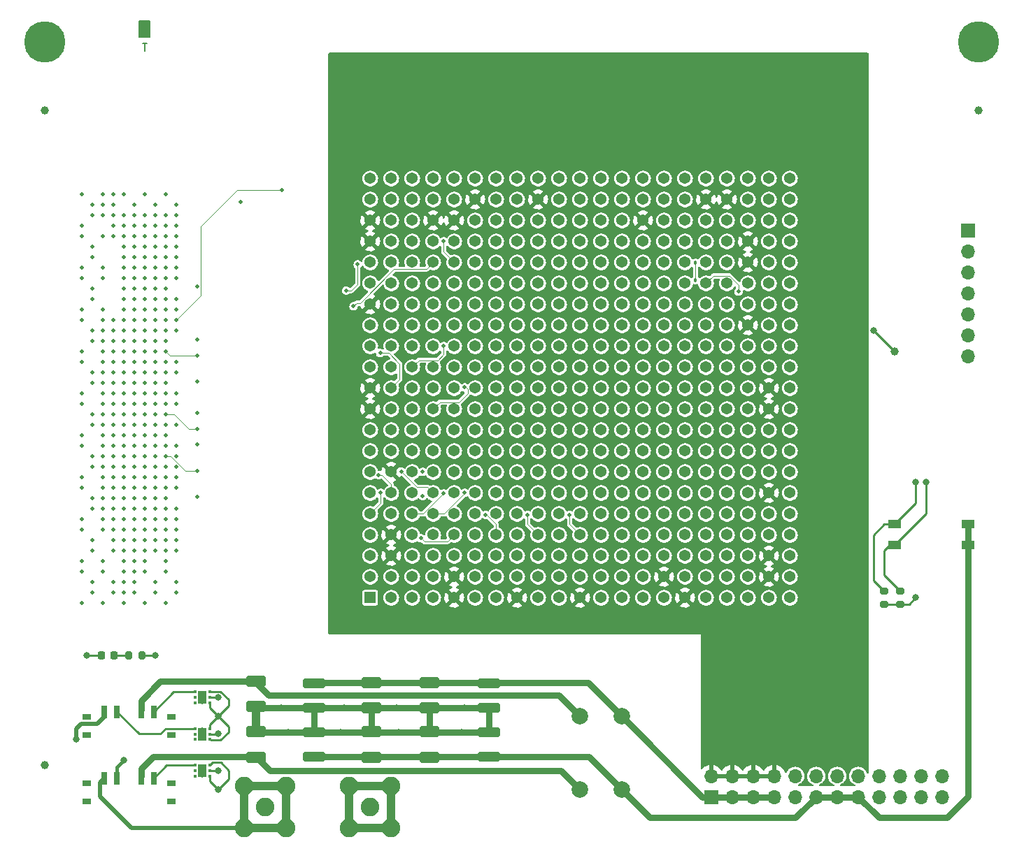
<source format=gbr>
%TF.GenerationSoftware,KiCad,Pcbnew,(6.0.9-0)*%
%TF.CreationDate,2022-12-19T15:36:05-05:00*%
%TF.ProjectId,ember-pcb,656d6265-722d-4706-9362-2e6b69636164,rev?*%
%TF.SameCoordinates,Original*%
%TF.FileFunction,Copper,L1,Top*%
%TF.FilePolarity,Positive*%
%FSLAX46Y46*%
G04 Gerber Fmt 4.6, Leading zero omitted, Abs format (unit mm)*
G04 Created by KiCad (PCBNEW (6.0.9-0)) date 2022-12-19 15:36:05*
%MOMM*%
%LPD*%
G01*
G04 APERTURE LIST*
G04 Aperture macros list*
%AMRoundRect*
0 Rectangle with rounded corners*
0 $1 Rounding radius*
0 $2 $3 $4 $5 $6 $7 $8 $9 X,Y pos of 4 corners*
0 Add a 4 corners polygon primitive as box body*
4,1,4,$2,$3,$4,$5,$6,$7,$8,$9,$2,$3,0*
0 Add four circle primitives for the rounded corners*
1,1,$1+$1,$2,$3*
1,1,$1+$1,$4,$5*
1,1,$1+$1,$6,$7*
1,1,$1+$1,$8,$9*
0 Add four rect primitives between the rounded corners*
20,1,$1+$1,$2,$3,$4,$5,0*
20,1,$1+$1,$4,$5,$6,$7,0*
20,1,$1+$1,$6,$7,$8,$9,0*
20,1,$1+$1,$8,$9,$2,$3,0*%
G04 Aperture macros list end*
%TA.AperFunction,NonConductor*%
%ADD10C,0.200000*%
%TD*%
%ADD11C,0.150000*%
%TA.AperFunction,NonConductor*%
%ADD12C,0.150000*%
%TD*%
%TA.AperFunction,SMDPad,CuDef*%
%ADD13RoundRect,0.200000X-0.275000X0.200000X-0.275000X-0.200000X0.275000X-0.200000X0.275000X0.200000X0*%
%TD*%
%TA.AperFunction,SMDPad,CuDef*%
%ADD14C,1.000000*%
%TD*%
%TA.AperFunction,SMDPad,CuDef*%
%ADD15R,1.000000X0.800000*%
%TD*%
%TA.AperFunction,SMDPad,CuDef*%
%ADD16R,0.700000X1.500000*%
%TD*%
%TA.AperFunction,ComponentPad*%
%ADD17C,5.000000*%
%TD*%
%TA.AperFunction,SMDPad,CuDef*%
%ADD18RoundRect,0.250000X0.925000X-0.412500X0.925000X0.412500X-0.925000X0.412500X-0.925000X-0.412500X0*%
%TD*%
%TA.AperFunction,ComponentPad*%
%ADD19R,1.700000X1.700000*%
%TD*%
%TA.AperFunction,ComponentPad*%
%ADD20O,1.700000X1.700000*%
%TD*%
%TA.AperFunction,ComponentPad*%
%ADD21C,2.000000*%
%TD*%
%TA.AperFunction,SMDPad,CuDef*%
%ADD22RoundRect,0.250000X-0.925000X0.412500X-0.925000X-0.412500X0.925000X-0.412500X0.925000X0.412500X0*%
%TD*%
%TA.AperFunction,ComponentPad*%
%ADD23C,2.250000*%
%TD*%
%TA.AperFunction,SMDPad,CuDef*%
%ADD24RoundRect,0.200000X-0.200000X-0.275000X0.200000X-0.275000X0.200000X0.275000X-0.200000X0.275000X0*%
%TD*%
%TA.AperFunction,SMDPad,CuDef*%
%ADD25RoundRect,0.250000X-1.100000X0.325000X-1.100000X-0.325000X1.100000X-0.325000X1.100000X0.325000X0*%
%TD*%
%TA.AperFunction,SMDPad,CuDef*%
%ADD26RoundRect,0.093750X-0.093750X-0.106250X0.093750X-0.106250X0.093750X0.106250X-0.093750X0.106250X0*%
%TD*%
%TA.AperFunction,SMDPad,CuDef*%
%ADD27R,1.000000X1.600000*%
%TD*%
%TA.AperFunction,ComponentPad*%
%ADD28C,0.500000*%
%TD*%
%TA.AperFunction,SMDPad,CuDef*%
%ADD29RoundRect,0.250000X1.100000X-0.325000X1.100000X0.325000X-1.100000X0.325000X-1.100000X-0.325000X0*%
%TD*%
%TA.AperFunction,SMDPad,CuDef*%
%ADD30RoundRect,0.218750X-0.218750X-0.256250X0.218750X-0.256250X0.218750X0.256250X-0.218750X0.256250X0*%
%TD*%
%TA.AperFunction,ComponentPad*%
%ADD31R,1.368000X1.368000*%
%TD*%
%TA.AperFunction,ComponentPad*%
%ADD32C,1.368000*%
%TD*%
%TA.AperFunction,SMDPad,CuDef*%
%ADD33R,1.500000X1.100000*%
%TD*%
%TA.AperFunction,ViaPad*%
%ADD34C,0.800000*%
%TD*%
%TA.AperFunction,ViaPad*%
%ADD35C,0.508000*%
%TD*%
%TA.AperFunction,ViaPad*%
%ADD36C,0.457200*%
%TD*%
%TA.AperFunction,Conductor*%
%ADD37C,0.762000*%
%TD*%
%TA.AperFunction,Conductor*%
%ADD38C,0.250000*%
%TD*%
%TA.AperFunction,Conductor*%
%ADD39C,1.016000*%
%TD*%
%TA.AperFunction,Conductor*%
%ADD40C,0.508000*%
%TD*%
%TA.AperFunction,Conductor*%
%ADD41C,0.381000*%
%TD*%
%TA.AperFunction,Conductor*%
%ADD42C,0.101600*%
%TD*%
G04 APERTURE END LIST*
D10*
X83850000Y-48470000D02*
X85120000Y-48470000D01*
X85120000Y-48470000D02*
X85120000Y-50375000D01*
X85120000Y-50375000D02*
X83850000Y-50375000D01*
X83850000Y-50375000D02*
X83850000Y-48470000D01*
G36*
X83850000Y-48470000D02*
G01*
X85120000Y-48470000D01*
X85120000Y-50375000D01*
X83850000Y-50375000D01*
X83850000Y-48470000D01*
G37*
D11*
D12*
X84199285Y-51097380D02*
X84770714Y-51097380D01*
X84485000Y-52097380D02*
X84485000Y-51097380D01*
D13*
%TO.P,R2,1*%
%TO.N,/man*%
X174020000Y-117495000D03*
%TO.P,R2,2*%
%TO.N,GND*%
X174020000Y-119145000D03*
%TD*%
D14*
%TO.P,FID1,*%
%TO.N,*%
X72420000Y-59265000D03*
%TD*%
D15*
%TO.P,SW2,*%
%TO.N,*%
X87735000Y-143030000D03*
X77435000Y-143030000D03*
X87735000Y-140820000D03*
X77435000Y-140820000D03*
D16*
%TO.P,SW2,1,1*%
%TO.N,Net-(J5-Pad2)*%
X79585000Y-140170000D03*
%TO.P,SW2,2,2*%
%TO.N,+3.3V*%
X81085000Y-140170000D03*
%TO.P,SW2,3,3*%
%TO.N,Net-(C6-Pad1)*%
X84085000Y-140170000D03*
%TO.P,SW2,4,4*%
%TO.N,Net-(SW2-Pad4)*%
X85585000Y-140170000D03*
%TD*%
D14*
%TO.P,TP1,1,1*%
%TO.N,/heartbeat*%
X175290000Y-88475000D03*
%TD*%
D17*
%TO.P,H1,1,1*%
%TO.N,GND*%
X72420000Y-51010000D03*
%TD*%
D18*
%TO.P,C8,1*%
%TO.N,/io_pwr*%
X111940000Y-137632500D03*
%TO.P,C8,2*%
%TO.N,GND*%
X111940000Y-134557500D03*
%TD*%
D19*
%TO.P,J3,1,Pin_1*%
%TO.N,/core_pwr*%
X153060000Y-142455000D03*
D20*
%TO.P,J3,2,Pin_2*%
%TO.N,/core_pwr_o*%
X153060000Y-139915000D03*
%TO.P,J3,3,Pin_3*%
%TO.N,/core_pwr*%
X155600000Y-142455000D03*
%TO.P,J3,4,Pin_4*%
%TO.N,/core_pwr_o*%
X155600000Y-139915000D03*
%TO.P,J3,5,Pin_5*%
%TO.N,/core_pwr*%
X158140000Y-142455000D03*
%TO.P,J3,6,Pin_6*%
%TO.N,/core_pwr_o*%
X158140000Y-139915000D03*
%TO.P,J3,7,Pin_7*%
%TO.N,/core_pwr*%
X160680000Y-142455000D03*
%TO.P,J3,8,Pin_8*%
%TO.N,/core_pwr_o*%
X160680000Y-139915000D03*
%TO.P,J3,9,Pin_9*%
%TO.N,unconnected-(J3-Pad9)*%
X163220000Y-142455000D03*
%TO.P,J3,10,Pin_10*%
%TO.N,unconnected-(J3-Pad10)*%
X163220000Y-139915000D03*
%TO.P,J3,11,Pin_11*%
%TO.N,/io_pwr*%
X165760000Y-142455000D03*
%TO.P,J3,12,Pin_12*%
%TO.N,/io_pwr_o*%
X165760000Y-139915000D03*
%TO.P,J3,13,Pin_13*%
%TO.N,/io_pwr*%
X168300000Y-142455000D03*
%TO.P,J3,14,Pin_14*%
%TO.N,/io_pwr_o*%
X168300000Y-139915000D03*
%TO.P,J3,15,Pin_15*%
%TO.N,/io_pwr*%
X170840000Y-142455000D03*
%TO.P,J3,16,Pin_16*%
%TO.N,/io_pwr_o*%
X170840000Y-139915000D03*
%TO.P,J3,17,Pin_17*%
%TO.N,unconnected-(J3-Pad17)*%
X173380000Y-142455000D03*
%TO.P,J3,18,Pin_18*%
%TO.N,unconnected-(J3-Pad18)*%
X173380000Y-139915000D03*
%TO.P,J3,19,Pin_19*%
%TO.N,GND*%
X175920000Y-142455000D03*
%TO.P,J3,20,Pin_20*%
X175920000Y-139915000D03*
%TO.P,J3,21,Pin_21*%
X178460000Y-142455000D03*
%TO.P,J3,22,Pin_22*%
X178460000Y-139915000D03*
%TO.P,J3,23,Pin_23*%
X181000000Y-142455000D03*
%TO.P,J3,24,Pin_24*%
X181000000Y-139915000D03*
%TD*%
D14*
%TO.P,FID2,*%
%TO.N,*%
X185450000Y-59265000D03*
%TD*%
D21*
%TO.P,FB1,1*%
%TO.N,Net-(C1-Pad1)*%
X137165000Y-132710000D03*
%TO.P,FB1,2*%
%TO.N,/core_pwr*%
X142245000Y-132710000D03*
%TD*%
D19*
%TO.P,J4,1,Pin_1*%
%TO.N,/wl_source_pin*%
X184180000Y-73865000D03*
D20*
%TO.P,J4,2,Pin_2*%
%TO.N,/bl_source_pin*%
X184180000Y-76405000D03*
%TO.P,J4,3,Pin_3*%
%TO.N,/sl_source_pin*%
X184180000Y-78945000D03*
%TO.P,J4,4,Pin_4*%
%TO.N,/iref_test*%
X184180000Y-81485000D03*
%TO.P,J4,5,Pin_5*%
%TO.N,/vdd_test*%
X184180000Y-84025000D03*
%TO.P,J4,6,Pin_6*%
%TO.N,unconnected-(J4-Pad6)*%
X184180000Y-86565000D03*
%TO.P,J4,7,Pin_7*%
%TO.N,GND*%
X184180000Y-89105000D03*
%TD*%
D21*
%TO.P,FB2,1*%
%TO.N,Net-(C6-Pad1)*%
X137165000Y-141600000D03*
%TO.P,FB2,2*%
%TO.N,/io_pwr*%
X142245000Y-141600000D03*
%TD*%
D22*
%TO.P,C3,1*%
%TO.N,/core_pwr*%
X111940000Y-128612500D03*
%TO.P,C3,2*%
%TO.N,GND*%
X111940000Y-131687500D03*
%TD*%
D23*
%TO.P,J5,1,In*%
%TO.N,GND*%
X99065000Y-143720000D03*
%TO.P,J5,2,Ext*%
%TO.N,Net-(J5-Pad2)*%
X101605000Y-146260000D03*
X96525000Y-141180000D03*
X96525000Y-146260000D03*
X101605000Y-141180000D03*
%TD*%
D22*
%TO.P,C1,1*%
%TO.N,Net-(C1-Pad1)*%
X97970000Y-128437500D03*
%TO.P,C1,2*%
%TO.N,GND*%
X97970000Y-131512500D03*
%TD*%
D24*
%TO.P,R1,1*%
%TO.N,Net-(D1-Pad2)*%
X82532742Y-125305000D03*
%TO.P,R1,2*%
%TO.N,Net-(J1-PadD1)*%
X84182742Y-125305000D03*
%TD*%
D18*
%TO.P,C6,1*%
%TO.N,Net-(C6-Pad1)*%
X97965000Y-137632500D03*
%TO.P,C6,2*%
%TO.N,GND*%
X97965000Y-134557500D03*
%TD*%
D25*
%TO.P,C2,1*%
%TO.N,/core_pwr*%
X104955000Y-128675000D03*
%TO.P,C2,2*%
%TO.N,GND*%
X104955000Y-131625000D03*
%TD*%
%TO.P,C5,1*%
%TO.N,/core_pwr*%
X126140000Y-128675000D03*
%TO.P,C5,2*%
%TO.N,GND*%
X126140000Y-131625000D03*
%TD*%
D14*
%TO.P,FID3,*%
%TO.N,*%
X72420000Y-138640000D03*
%TD*%
D22*
%TO.P,C4,1*%
%TO.N,/core_pwr*%
X118925000Y-128612500D03*
%TO.P,C4,2*%
%TO.N,GND*%
X118925000Y-131687500D03*
%TD*%
D18*
%TO.P,C9,1*%
%TO.N,/io_pwr*%
X118925000Y-137632500D03*
%TO.P,C9,2*%
%TO.N,GND*%
X118925000Y-134557500D03*
%TD*%
D26*
%TO.P,U4,1,OUT*%
%TO.N,Net-(SW2-Pad4)*%
X90587500Y-138635000D03*
%TO.P,U4,2,NC*%
%TO.N,unconnected-(U4-Pad2)*%
X90587500Y-139285000D03*
%TO.P,U4,3,PG*%
%TO.N,unconnected-(U4-Pad3)*%
X90587500Y-139935000D03*
%TO.P,U4,4,EN*%
%TO.N,+3.3V*%
X92362500Y-139935000D03*
%TO.P,U4,5,GND*%
%TO.N,GND*%
X92362500Y-139285000D03*
%TO.P,U4,6,IN*%
%TO.N,+3.3V*%
X92362500Y-138635000D03*
D27*
%TO.P,U4,7,EP*%
%TO.N,GND*%
X91475000Y-139285000D03*
D28*
X91475000Y-139835000D03*
X91475000Y-138735000D03*
%TD*%
D29*
%TO.P,C10,1*%
%TO.N,/io_pwr*%
X126140000Y-137570000D03*
%TO.P,C10,2*%
%TO.N,GND*%
X126140000Y-134620000D03*
%TD*%
D13*
%TO.P,R3,1*%
%TO.N,/byp*%
X175925000Y-117495000D03*
%TO.P,R3,2*%
%TO.N,GND*%
X175925000Y-119145000D03*
%TD*%
D15*
%TO.P,SW1,*%
%TO.N,*%
X77435000Y-134985000D03*
X77435000Y-132775000D03*
X87735000Y-134985000D03*
X87735000Y-132775000D03*
D16*
%TO.P,SW1,1,1*%
%TO.N,Net-(J2-Pad2)*%
X79585000Y-132125000D03*
%TO.P,SW1,2,2*%
%TO.N,Net-(SW1-Pad2)*%
X81085000Y-132125000D03*
%TO.P,SW1,3,3*%
%TO.N,Net-(C1-Pad1)*%
X84085000Y-132125000D03*
%TO.P,SW1,4,4*%
%TO.N,Net-(SW1-Pad4)*%
X85585000Y-132125000D03*
%TD*%
D23*
%TO.P,J2,1,In*%
%TO.N,GND*%
X111765000Y-143720000D03*
%TO.P,J2,2,Ext*%
%TO.N,Net-(J2-Pad2)*%
X114305000Y-141180000D03*
X114305000Y-146260000D03*
X109225000Y-141180000D03*
X109225000Y-146260000D03*
%TD*%
D30*
%TO.P,D1,1,K*%
%TO.N,GND*%
X79205242Y-125305000D03*
%TO.P,D1,2,A*%
%TO.N,Net-(D1-Pad2)*%
X80780242Y-125305000D03*
%TD*%
D31*
%TO.P,U1,A1,vss*%
%TO.N,GND*%
X111790000Y-118320000D03*
D32*
%TO.P,U1,A2,di_36*%
%TO.N,/di_36*%
X114330000Y-118320000D03*
%TO.P,U1,A3,vddio_dac*%
%TO.N,/io_pwr_o*%
X116870000Y-118320000D03*
%TO.P,U1,A4,iref_test*%
%TO.N,/iref_test*%
X119410000Y-118320000D03*
%TO.P,U1,A5,vdd_fsm*%
%TO.N,/core_pwr_o*%
X121950000Y-118320000D03*
%TO.P,U1,A6,vss*%
%TO.N,GND*%
X124490000Y-118320000D03*
%TO.P,U1,A7,di_47*%
%TO.N,/di_47*%
X127030000Y-118320000D03*
%TO.P,U1,A8,vdd_dac*%
%TO.N,/core_pwr_o*%
X129570000Y-118320000D03*
%TO.P,U1,A9,vddio_dac*%
%TO.N,/io_pwr_o*%
X132110000Y-118320000D03*
%TO.P,U1,A10,vddio*%
X134650000Y-118320000D03*
%TO.P,U1,A11,vsa*%
%TO.N,/core_pwr_o*%
X137190000Y-118320000D03*
%TO.P,U1,A12,read_ref_4*%
%TO.N,/read_ref_4*%
X139730000Y-118320000D03*
%TO.P,U1,A13,rram_addr_0*%
%TO.N,/rram_addr_0*%
X142270000Y-118320000D03*
%TO.P,U1,A14,rram_addr_2*%
%TO.N,/rram_addr_2*%
X144810000Y-118320000D03*
%TO.P,U1,A15,vss*%
%TO.N,GND*%
X147350000Y-118320000D03*
%TO.P,U1,A16,vdd_fsm*%
%TO.N,/core_pwr_o*%
X149890000Y-118320000D03*
%TO.P,U1,A17,rram_addr_10*%
%TO.N,/rram_addr_10*%
X152430000Y-118320000D03*
%TO.P,U1,A18,vddio_dac*%
%TO.N,/io_pwr_o*%
X154970000Y-118320000D03*
%TO.P,U1,A19,vss*%
%TO.N,GND*%
X157510000Y-118320000D03*
%TO.P,U1,A20,vss*%
X160050000Y-118320000D03*
%TO.P,U1,A21*%
%TO.N,unconnected-(U1-PadA21)*%
X162590000Y-118320000D03*
%TO.P,U1,B1,vddio*%
%TO.N,/io_pwr_o*%
X111790000Y-115780000D03*
%TO.P,U1,B2,di_34*%
%TO.N,/di_34*%
X114330000Y-115780000D03*
%TO.P,U1,B3,vddio_fsm*%
%TO.N,/io_pwr_o*%
X116870000Y-115780000D03*
%TO.P,U1,B4,vddio*%
X119410000Y-115780000D03*
%TO.P,U1,B5,vdd*%
%TO.N,/core_pwr_o*%
X121950000Y-115780000D03*
%TO.P,U1,B6,vdd_test*%
%TO.N,/vdd_test*%
X124490000Y-115780000D03*
%TO.P,U1,B7,vddio_fsm*%
%TO.N,/io_pwr_o*%
X127030000Y-115780000D03*
%TO.P,U1,B8,vss*%
%TO.N,GND*%
X129570000Y-115780000D03*
%TO.P,U1,B9,sa_en*%
%TO.N,/sa_en*%
X132110000Y-115780000D03*
%TO.P,U1,B10,read_ref_1*%
%TO.N,/read_ref_1*%
X134650000Y-115780000D03*
%TO.P,U1,B11,read_ref_2*%
%TO.N,/read_ref_2*%
X137190000Y-115780000D03*
%TO.P,U1,B12,rram_addr_1*%
%TO.N,/rram_addr_1*%
X139730000Y-115780000D03*
%TO.P,U1,B13,vddio_fsm*%
%TO.N,/io_pwr_o*%
X142270000Y-115780000D03*
%TO.P,U1,B14,rram_addr_6*%
%TO.N,/rram_addr_6*%
X144810000Y-115780000D03*
%TO.P,U1,B15,vdd*%
%TO.N,/core_pwr_o*%
X147350000Y-115780000D03*
%TO.P,U1,B16,vddio*%
%TO.N,/io_pwr_o*%
X149890000Y-115780000D03*
%TO.P,U1,B17,vddio_fsm*%
X152430000Y-115780000D03*
%TO.P,U1,B18,sl_en*%
%TO.N,/sl_en*%
X154970000Y-115780000D03*
%TO.P,U1,B19,read_dac_config_0*%
%TO.N,/read_dac_config_0*%
X157510000Y-115780000D03*
%TO.P,U1,B20,vdd_dac*%
%TO.N,/core_pwr_o*%
X160050000Y-115780000D03*
%TO.P,U1,B21*%
%TO.N,unconnected-(U1-PadB21)*%
X162590000Y-115780000D03*
%TO.P,U1,C1,vddio_fsm*%
%TO.N,/io_pwr_o*%
X111790000Y-113240000D03*
%TO.P,U1,C2,vdd_dac*%
%TO.N,/core_pwr_o*%
X114330000Y-113240000D03*
%TO.P,U1,C3,vss*%
%TO.N,GND*%
X116870000Y-113240000D03*
%TO.P,U1,C4,di_37*%
%TO.N,/di_37*%
X119410000Y-113240000D03*
%TO.P,U1,C5,di_39*%
%TO.N,/di_39*%
X121950000Y-113240000D03*
%TO.P,U1,C6,di_41*%
%TO.N,/di_41*%
X124490000Y-113240000D03*
%TO.P,U1,C7,di_42*%
%TO.N,/di_42*%
X127030000Y-113240000D03*
%TO.P,U1,C8,di_44*%
%TO.N,/di_44*%
X129570000Y-113240000D03*
%TO.P,U1,C9,di_45*%
%TO.N,/di_45*%
X132110000Y-113240000D03*
%TO.P,U1,C10,set_rst*%
%TO.N,/set_rst*%
X134650000Y-113240000D03*
%TO.P,U1,C11,read_ref_5*%
%TO.N,/read_ref_5*%
X137190000Y-113240000D03*
%TO.P,U1,C12,rram_addr_4*%
%TO.N,/rram_addr_4*%
X139730000Y-113240000D03*
%TO.P,U1,C13,rram_addr_5*%
%TO.N,/rram_addr_5*%
X142270000Y-113240000D03*
%TO.P,U1,C14,rram_addr_8*%
%TO.N,/rram_addr_8*%
X144810000Y-113240000D03*
%TO.P,U1,C15,rram_addr_11*%
%TO.N,/rram_addr_11*%
X147350000Y-113240000D03*
%TO.P,U1,C16,rram_addr_13*%
%TO.N,/rram_addr_13*%
X149890000Y-113240000D03*
%TO.P,U1,C17,rram_addr_15*%
%TO.N,/rram_addr_15*%
X152430000Y-113240000D03*
%TO.P,U1,C18,vss*%
%TO.N,GND*%
X154970000Y-113240000D03*
%TO.P,U1,C19,vddio*%
%TO.N,/io_pwr_o*%
X157510000Y-113240000D03*
%TO.P,U1,C20,vdd*%
%TO.N,/core_pwr_o*%
X160050000Y-113240000D03*
%TO.P,U1,C21*%
%TO.N,unconnected-(U1-PadC21)*%
X162590000Y-113240000D03*
%TO.P,U1,D1,di_27*%
%TO.N,/di_27*%
X111790000Y-110700000D03*
%TO.P,U1,D2,vdd*%
%TO.N,/core_pwr_o*%
X114330000Y-110700000D03*
%TO.P,U1,D3,di_32*%
%TO.N,/di_32*%
X116870000Y-110700000D03*
%TO.P,U1,D4,di_33*%
%TO.N,/di_33*%
X119410000Y-110700000D03*
%TO.P,U1,D5,di_35*%
%TO.N,/di_35*%
X121950000Y-110700000D03*
%TO.P,U1,D6,di_38*%
%TO.N,/di_38*%
X124490000Y-110700000D03*
%TO.P,U1,D7,di_40*%
%TO.N,/di_40*%
X127030000Y-110700000D03*
%TO.P,U1,D8,di_43*%
%TO.N,/di_43*%
X129570000Y-110700000D03*
%TO.P,U1,D9,di_46*%
%TO.N,/di_46*%
X132110000Y-110700000D03*
%TO.P,U1,D10,read_ref_0*%
%TO.N,/read_ref_0*%
X134650000Y-110700000D03*
%TO.P,U1,D11,read_ref_3*%
%TO.N,/read_ref_3*%
X137190000Y-110700000D03*
%TO.P,U1,D12,rram_addr_3*%
%TO.N,/rram_addr_3*%
X139730000Y-110700000D03*
%TO.P,U1,D13,rram_addr_7*%
%TO.N,/rram_addr_7*%
X142270000Y-110700000D03*
%TO.P,U1,D14,rram_addr_9*%
%TO.N,/rram_addr_9*%
X144810000Y-110700000D03*
%TO.P,U1,D15,rram_addr_12*%
%TO.N,/rram_addr_12*%
X147350000Y-110700000D03*
%TO.P,U1,D16,rram_addr_14*%
%TO.N,/rram_addr_14*%
X149890000Y-110700000D03*
%TO.P,U1,D17,we*%
%TO.N,/we*%
X152430000Y-110700000D03*
%TO.P,U1,D18,read_dac_config_2*%
%TO.N,/read_dac_config_2*%
X154970000Y-110700000D03*
%TO.P,U1,D19,vddio_fsm*%
%TO.N,/io_pwr_o*%
X157510000Y-110700000D03*
%TO.P,U1,D20,vddio_dac*%
X160050000Y-110700000D03*
%TO.P,U1,D21*%
%TO.N,unconnected-(U1-PadD21)*%
X162590000Y-110700000D03*
%TO.P,U1,E1,di_23*%
%TO.N,/di_23*%
X111790000Y-108160000D03*
%TO.P,U1,E2,vddio_dac*%
%TO.N,/io_pwr_o*%
X114330000Y-108160000D03*
%TO.P,U1,E3,di_30*%
%TO.N,/di_30*%
X116870000Y-108160000D03*
%TO.P,U1,E4,di_31*%
%TO.N,/di_31*%
X119410000Y-108160000D03*
%TO.P,U1,E5*%
%TO.N,unconnected-(U1-PadE5)*%
X121950000Y-108160000D03*
%TO.P,U1,E6*%
%TO.N,unconnected-(U1-PadE6)*%
X124490000Y-108160000D03*
%TO.P,U1,E7*%
%TO.N,unconnected-(U1-PadE7)*%
X127030000Y-108160000D03*
%TO.P,U1,E8*%
%TO.N,unconnected-(U1-PadE8)*%
X129570000Y-108160000D03*
%TO.P,U1,E9*%
%TO.N,unconnected-(U1-PadE9)*%
X132110000Y-108160000D03*
%TO.P,U1,E10*%
%TO.N,unconnected-(U1-PadE10)*%
X134650000Y-108160000D03*
%TO.P,U1,E11*%
%TO.N,unconnected-(U1-PadE11)*%
X137190000Y-108160000D03*
%TO.P,U1,E12*%
%TO.N,unconnected-(U1-PadE12)*%
X139730000Y-108160000D03*
%TO.P,U1,E13*%
%TO.N,unconnected-(U1-PadE13)*%
X142270000Y-108160000D03*
%TO.P,U1,E14*%
%TO.N,unconnected-(U1-PadE14)*%
X144810000Y-108160000D03*
%TO.P,U1,E15*%
%TO.N,unconnected-(U1-PadE15)*%
X147350000Y-108160000D03*
%TO.P,U1,E16*%
%TO.N,unconnected-(U1-PadE16)*%
X149890000Y-108160000D03*
%TO.P,U1,E17,read_dac_config_1*%
%TO.N,/read_dac_config_1*%
X152430000Y-108160000D03*
%TO.P,U1,E18,wl_dac_config_0*%
%TO.N,/wl_dac_config_0*%
X154970000Y-108160000D03*
%TO.P,U1,E19,wl_dac_config_3*%
%TO.N,/wl_dac_config_3*%
X157510000Y-108160000D03*
%TO.P,U1,E20,wl_dac_config_5*%
%TO.N,/wl_dac_config_5*%
X160050000Y-108160000D03*
%TO.P,U1,E21*%
%TO.N,unconnected-(U1-PadE21)*%
X162590000Y-108160000D03*
%TO.P,U1,F1,vddio_fsm*%
%TO.N,/io_pwr_o*%
X111790000Y-105620000D03*
%TO.P,U1,F2,di_25*%
%TO.N,/di_25*%
X114330000Y-105620000D03*
%TO.P,U1,F3,di_28*%
%TO.N,/di_28*%
X116870000Y-105620000D03*
%TO.P,U1,F4,di_29*%
%TO.N,/di_29*%
X119410000Y-105620000D03*
%TO.P,U1,F5*%
%TO.N,unconnected-(U1-PadF5)*%
X121950000Y-105620000D03*
%TO.P,U1,F6*%
%TO.N,unconnected-(U1-PadF6)*%
X124490000Y-105620000D03*
%TO.P,U1,F7*%
%TO.N,unconnected-(U1-PadF7)*%
X127030000Y-105620000D03*
%TO.P,U1,F8*%
%TO.N,unconnected-(U1-PadF8)*%
X129570000Y-105620000D03*
%TO.P,U1,F9*%
%TO.N,unconnected-(U1-PadF9)*%
X132110000Y-105620000D03*
%TO.P,U1,F10*%
%TO.N,unconnected-(U1-PadF10)*%
X134650000Y-105620000D03*
%TO.P,U1,F11*%
%TO.N,unconnected-(U1-PadF11)*%
X137190000Y-105620000D03*
%TO.P,U1,F12*%
%TO.N,unconnected-(U1-PadF12)*%
X139730000Y-105620000D03*
%TO.P,U1,F13*%
%TO.N,unconnected-(U1-PadF13)*%
X142270000Y-105620000D03*
%TO.P,U1,F14*%
%TO.N,unconnected-(U1-PadF14)*%
X144810000Y-105620000D03*
%TO.P,U1,F15*%
%TO.N,unconnected-(U1-PadF15)*%
X147350000Y-105620000D03*
%TO.P,U1,F16*%
%TO.N,unconnected-(U1-PadF16)*%
X149890000Y-105620000D03*
%TO.P,U1,F17,read_dac_config_3*%
%TO.N,/read_dac_config_3*%
X152430000Y-105620000D03*
%TO.P,U1,F18,wl_dac_config_2*%
%TO.N,/wl_dac_config_2*%
X154970000Y-105620000D03*
%TO.P,U1,F19,wl_dac_config_7*%
%TO.N,/wl_dac_config_7*%
X157510000Y-105620000D03*
%TO.P,U1,F20,vdd_fsm*%
%TO.N,/core_pwr_o*%
X160050000Y-105620000D03*
%TO.P,U1,F21*%
%TO.N,unconnected-(U1-PadF21)*%
X162590000Y-105620000D03*
%TO.P,U1,G1,di_18*%
%TO.N,/di_18*%
X111790000Y-103080000D03*
%TO.P,U1,G2,vdd_fsm*%
%TO.N,/core_pwr_o*%
X114330000Y-103080000D03*
%TO.P,U1,G3,di_24*%
%TO.N,/di_24*%
X116870000Y-103080000D03*
%TO.P,U1,G4,di_26*%
%TO.N,/di_26*%
X119410000Y-103080000D03*
%TO.P,U1,G5*%
%TO.N,unconnected-(U1-PadG5)*%
X121950000Y-103080000D03*
%TO.P,U1,G6*%
%TO.N,unconnected-(U1-PadG6)*%
X124490000Y-103080000D03*
%TO.P,U1,G7*%
%TO.N,unconnected-(U1-PadG7)*%
X127030000Y-103080000D03*
%TO.P,U1,G8*%
%TO.N,unconnected-(U1-PadG8)*%
X129570000Y-103080000D03*
%TO.P,U1,G9*%
%TO.N,unconnected-(U1-PadG9)*%
X132110000Y-103080000D03*
%TO.P,U1,G10*%
%TO.N,unconnected-(U1-PadG10)*%
X134650000Y-103080000D03*
%TO.P,U1,G11*%
%TO.N,unconnected-(U1-PadG11)*%
X137190000Y-103080000D03*
%TO.P,U1,G12*%
%TO.N,unconnected-(U1-PadG12)*%
X139730000Y-103080000D03*
%TO.P,U1,G13*%
%TO.N,unconnected-(U1-PadG13)*%
X142270000Y-103080000D03*
%TO.P,U1,G14*%
%TO.N,unconnected-(U1-PadG14)*%
X144810000Y-103080000D03*
%TO.P,U1,G15*%
%TO.N,unconnected-(U1-PadG15)*%
X147350000Y-103080000D03*
%TO.P,U1,G16*%
%TO.N,unconnected-(U1-PadG16)*%
X149890000Y-103080000D03*
%TO.P,U1,G17,wl_dac_config_1*%
%TO.N,/wl_dac_config_1*%
X152430000Y-103080000D03*
%TO.P,U1,G18,wl_dac_config_4*%
%TO.N,/wl_dac_config_4*%
X154970000Y-103080000D03*
%TO.P,U1,G19,vddio_fsm*%
%TO.N,/io_pwr_o*%
X157510000Y-103080000D03*
%TO.P,U1,G20,vss*%
%TO.N,GND*%
X160050000Y-103080000D03*
%TO.P,U1,G21*%
%TO.N,unconnected-(U1-PadG21)*%
X162590000Y-103080000D03*
%TO.P,U1,H1,di_16*%
%TO.N,/di_16*%
X111790000Y-100540000D03*
%TO.P,U1,H2,vss*%
%TO.N,GND*%
X114330000Y-100540000D03*
%TO.P,U1,H3,di_21*%
%TO.N,/di_21*%
X116870000Y-100540000D03*
%TO.P,U1,H4,di_22*%
%TO.N,/di_22*%
X119410000Y-100540000D03*
%TO.P,U1,H5*%
%TO.N,unconnected-(U1-PadH5)*%
X121950000Y-100540000D03*
%TO.P,U1,H6*%
%TO.N,unconnected-(U1-PadH6)*%
X124490000Y-100540000D03*
%TO.P,U1,H7*%
%TO.N,unconnected-(U1-PadH7)*%
X127030000Y-100540000D03*
%TO.P,U1,H8*%
%TO.N,unconnected-(U1-PadH8)*%
X129570000Y-100540000D03*
%TO.P,U1,H9*%
%TO.N,unconnected-(U1-PadH9)*%
X132110000Y-100540000D03*
%TO.P,U1,H10*%
%TO.N,unconnected-(U1-PadH10)*%
X134650000Y-100540000D03*
%TO.P,U1,H11*%
%TO.N,unconnected-(U1-PadH11)*%
X137190000Y-100540000D03*
%TO.P,U1,H12*%
%TO.N,unconnected-(U1-PadH12)*%
X139730000Y-100540000D03*
%TO.P,U1,H13*%
%TO.N,unconnected-(U1-PadH13)*%
X142270000Y-100540000D03*
%TO.P,U1,H14*%
%TO.N,unconnected-(U1-PadH14)*%
X144810000Y-100540000D03*
%TO.P,U1,H15*%
%TO.N,unconnected-(U1-PadH15)*%
X147350000Y-100540000D03*
%TO.P,U1,H16*%
%TO.N,unconnected-(U1-PadH16)*%
X149890000Y-100540000D03*
%TO.P,U1,H17,wl_dac_config_6*%
%TO.N,/wl_dac_config_6*%
X152430000Y-100540000D03*
%TO.P,U1,H18,wl_dac_en*%
%TO.N,/wl_dac_en*%
X154970000Y-100540000D03*
%TO.P,U1,H19,wl_source_pin*%
%TO.N,/wl_source_pin*%
X157510000Y-100540000D03*
%TO.P,U1,H20,sa_do_2*%
%TO.N,/sa_do_2*%
X160050000Y-100540000D03*
%TO.P,U1,H21*%
%TO.N,unconnected-(U1-PadH21)*%
X162590000Y-100540000D03*
%TO.P,U1,J1,di_14*%
%TO.N,/di_14*%
X111790000Y-98000000D03*
%TO.P,U1,J2,di_17*%
%TO.N,/di_17*%
X114330000Y-98000000D03*
%TO.P,U1,J3,di_20*%
%TO.N,/di_20*%
X116870000Y-98000000D03*
%TO.P,U1,J4,di_19*%
%TO.N,/di_19*%
X119410000Y-98000000D03*
%TO.P,U1,J5*%
%TO.N,unconnected-(U1-PadJ5)*%
X121950000Y-98000000D03*
%TO.P,U1,J6*%
%TO.N,unconnected-(U1-PadJ6)*%
X124490000Y-98000000D03*
%TO.P,U1,J7*%
%TO.N,unconnected-(U1-PadJ7)*%
X127030000Y-98000000D03*
%TO.P,U1,J8*%
%TO.N,unconnected-(U1-PadJ8)*%
X129570000Y-98000000D03*
%TO.P,U1,J9*%
%TO.N,unconnected-(U1-PadJ9)*%
X132110000Y-98000000D03*
%TO.P,U1,J10*%
%TO.N,unconnected-(U1-PadJ10)*%
X134650000Y-98000000D03*
%TO.P,U1,J11*%
%TO.N,unconnected-(U1-PadJ11)*%
X137190000Y-98000000D03*
%TO.P,U1,J12*%
%TO.N,unconnected-(U1-PadJ12)*%
X139730000Y-98000000D03*
%TO.P,U1,J13*%
%TO.N,unconnected-(U1-PadJ13)*%
X142270000Y-98000000D03*
%TO.P,U1,J14*%
%TO.N,unconnected-(U1-PadJ14)*%
X144810000Y-98000000D03*
%TO.P,U1,J15*%
%TO.N,unconnected-(U1-PadJ15)*%
X147350000Y-98000000D03*
%TO.P,U1,J16*%
%TO.N,unconnected-(U1-PadJ16)*%
X149890000Y-98000000D03*
%TO.P,U1,J17,bleed_en*%
%TO.N,/bleed_en*%
X152430000Y-98000000D03*
%TO.P,U1,J18,wl_en*%
%TO.N,/wl_en*%
X154970000Y-98000000D03*
%TO.P,U1,J19,sa_do_0*%
%TO.N,/sa_do_0*%
X157510000Y-98000000D03*
%TO.P,U1,J20,sa_do_4*%
%TO.N,/sa_do_4*%
X160050000Y-98000000D03*
%TO.P,U1,J21*%
%TO.N,unconnected-(U1-PadJ21)*%
X162590000Y-98000000D03*
%TO.P,U1,K1,vsa*%
%TO.N,/core_pwr_o*%
X111790000Y-95460000D03*
%TO.P,U1,K2,di_12*%
%TO.N,/di_12*%
X114330000Y-95460000D03*
%TO.P,U1,K3,di_15*%
%TO.N,/di_15*%
X116870000Y-95460000D03*
%TO.P,U1,K4,di_13*%
%TO.N,/di_13*%
X119410000Y-95460000D03*
%TO.P,U1,K5*%
%TO.N,unconnected-(U1-PadK5)*%
X121950000Y-95460000D03*
%TO.P,U1,K6*%
%TO.N,unconnected-(U1-PadK6)*%
X124490000Y-95460000D03*
%TO.P,U1,K7*%
%TO.N,unconnected-(U1-PadK7)*%
X127030000Y-95460000D03*
%TO.P,U1,K8*%
%TO.N,unconnected-(U1-PadK8)*%
X129570000Y-95460000D03*
%TO.P,U1,K9*%
%TO.N,unconnected-(U1-PadK9)*%
X132110000Y-95460000D03*
%TO.P,U1,K10*%
%TO.N,unconnected-(U1-PadK10)*%
X134650000Y-95460000D03*
%TO.P,U1,K11*%
%TO.N,unconnected-(U1-PadK11)*%
X137190000Y-95460000D03*
%TO.P,U1,K12*%
%TO.N,unconnected-(U1-PadK12)*%
X139730000Y-95460000D03*
%TO.P,U1,K13*%
%TO.N,unconnected-(U1-PadK13)*%
X142270000Y-95460000D03*
%TO.P,U1,K14*%
%TO.N,unconnected-(U1-PadK14)*%
X144810000Y-95460000D03*
%TO.P,U1,K15*%
%TO.N,unconnected-(U1-PadK15)*%
X147350000Y-95460000D03*
%TO.P,U1,K16*%
%TO.N,unconnected-(U1-PadK16)*%
X149890000Y-95460000D03*
%TO.P,U1,K17,sa_do_3*%
%TO.N,/sa_do_3*%
X152430000Y-95460000D03*
%TO.P,U1,K18,sa_do_1*%
%TO.N,/sa_do_1*%
X154970000Y-95460000D03*
%TO.P,U1,K19,sa_do_5*%
%TO.N,/sa_do_5*%
X157510000Y-95460000D03*
%TO.P,U1,K20,vsa*%
%TO.N,/core_pwr_o*%
X160050000Y-95460000D03*
%TO.P,U1,K21*%
%TO.N,unconnected-(U1-PadK21)*%
X162590000Y-95460000D03*
%TO.P,U1,L1,vdd*%
%TO.N,/core_pwr_o*%
X111790000Y-92920000D03*
%TO.P,U1,L2,di_11*%
%TO.N,/di_11*%
X114330000Y-92920000D03*
%TO.P,U1,L3,di_9*%
%TO.N,/di_9*%
X116870000Y-92920000D03*
%TO.P,U1,L4,di_10*%
%TO.N,/di_10*%
X119410000Y-92920000D03*
%TO.P,U1,L5*%
%TO.N,unconnected-(U1-PadL5)*%
X121950000Y-92920000D03*
%TO.P,U1,L6*%
%TO.N,unconnected-(U1-PadL6)*%
X124490000Y-92920000D03*
%TO.P,U1,L7*%
%TO.N,unconnected-(U1-PadL7)*%
X127030000Y-92920000D03*
%TO.P,U1,L8*%
%TO.N,unconnected-(U1-PadL8)*%
X129570000Y-92920000D03*
%TO.P,U1,L9*%
%TO.N,unconnected-(U1-PadL9)*%
X132110000Y-92920000D03*
%TO.P,U1,L10*%
%TO.N,unconnected-(U1-PadL10)*%
X134650000Y-92920000D03*
%TO.P,U1,L11*%
%TO.N,unconnected-(U1-PadL11)*%
X137190000Y-92920000D03*
%TO.P,U1,L12*%
%TO.N,unconnected-(U1-PadL12)*%
X139730000Y-92920000D03*
%TO.P,U1,L13*%
%TO.N,unconnected-(U1-PadL13)*%
X142270000Y-92920000D03*
%TO.P,U1,L14*%
%TO.N,unconnected-(U1-PadL14)*%
X144810000Y-92920000D03*
%TO.P,U1,L15*%
%TO.N,unconnected-(U1-PadL15)*%
X147350000Y-92920000D03*
%TO.P,U1,L16*%
%TO.N,unconnected-(U1-PadL16)*%
X149890000Y-92920000D03*
%TO.P,U1,L17,sa_do_7*%
%TO.N,/sa_do_7*%
X152430000Y-92920000D03*
%TO.P,U1,L18,sa_do_8*%
%TO.N,/sa_do_8*%
X154970000Y-92920000D03*
%TO.P,U1,L19,sa_do_6*%
%TO.N,/sa_do_6*%
X157510000Y-92920000D03*
%TO.P,U1,L20,vdd*%
%TO.N,/core_pwr_o*%
X160050000Y-92920000D03*
%TO.P,U1,L21*%
%TO.N,unconnected-(U1-PadL21)*%
X162590000Y-92920000D03*
%TO.P,U1,M1,vddio_dac*%
%TO.N,/io_pwr_o*%
X111790000Y-90380000D03*
%TO.P,U1,M2,di_7*%
%TO.N,/di_7*%
X114330000Y-90380000D03*
%TO.P,U1,M3,di_5*%
%TO.N,/di_5*%
X116870000Y-90380000D03*
%TO.P,U1,M4,di_6*%
%TO.N,/di_6*%
X119410000Y-90380000D03*
%TO.P,U1,M5*%
%TO.N,unconnected-(U1-PadM5)*%
X121950000Y-90380000D03*
%TO.P,U1,M6*%
%TO.N,unconnected-(U1-PadM6)*%
X124490000Y-90380000D03*
%TO.P,U1,M7*%
%TO.N,unconnected-(U1-PadM7)*%
X127030000Y-90380000D03*
%TO.P,U1,M8*%
%TO.N,unconnected-(U1-PadM8)*%
X129570000Y-90380000D03*
%TO.P,U1,M9*%
%TO.N,unconnected-(U1-PadM9)*%
X132110000Y-90380000D03*
%TO.P,U1,M10*%
%TO.N,unconnected-(U1-PadM10)*%
X134650000Y-90380000D03*
%TO.P,U1,M11*%
%TO.N,unconnected-(U1-PadM11)*%
X137190000Y-90380000D03*
%TO.P,U1,M12*%
%TO.N,unconnected-(U1-PadM12)*%
X139730000Y-90380000D03*
%TO.P,U1,M13*%
%TO.N,unconnected-(U1-PadM13)*%
X142270000Y-90380000D03*
%TO.P,U1,M14*%
%TO.N,unconnected-(U1-PadM14)*%
X144810000Y-90380000D03*
%TO.P,U1,M15*%
%TO.N,unconnected-(U1-PadM15)*%
X147350000Y-90380000D03*
%TO.P,U1,M16*%
%TO.N,unconnected-(U1-PadM16)*%
X149890000Y-90380000D03*
%TO.P,U1,M17,sa_do_11*%
%TO.N,/sa_do_11*%
X152430000Y-90380000D03*
%TO.P,U1,M18,sa_do_12*%
%TO.N,/sa_do_12*%
X154970000Y-90380000D03*
%TO.P,U1,M19,sa_do_9*%
%TO.N,/sa_do_9*%
X157510000Y-90380000D03*
%TO.P,U1,M20,vddio_dac*%
%TO.N,/io_pwr_o*%
X160050000Y-90380000D03*
%TO.P,U1,M21*%
%TO.N,unconnected-(U1-PadM21)*%
X162590000Y-90380000D03*
%TO.P,U1,N1,vddio*%
%TO.N,/io_pwr_o*%
X111790000Y-87840000D03*
%TO.P,U1,N2,di_8*%
%TO.N,/di_8*%
X114330000Y-87840000D03*
%TO.P,U1,N3,di_4*%
%TO.N,/di_4*%
X116870000Y-87840000D03*
%TO.P,U1,N4,di_2*%
%TO.N,/di_2*%
X119410000Y-87840000D03*
%TO.P,U1,N5*%
%TO.N,unconnected-(U1-PadN5)*%
X121950000Y-87840000D03*
%TO.P,U1,N6*%
%TO.N,unconnected-(U1-PadN6)*%
X124490000Y-87840000D03*
%TO.P,U1,N7*%
%TO.N,unconnected-(U1-PadN7)*%
X127030000Y-87840000D03*
%TO.P,U1,N8*%
%TO.N,unconnected-(U1-PadN8)*%
X129570000Y-87840000D03*
%TO.P,U1,N9*%
%TO.N,unconnected-(U1-PadN9)*%
X132110000Y-87840000D03*
%TO.P,U1,N10*%
%TO.N,unconnected-(U1-PadN10)*%
X134650000Y-87840000D03*
%TO.P,U1,N11*%
%TO.N,unconnected-(U1-PadN11)*%
X137190000Y-87840000D03*
%TO.P,U1,N12*%
%TO.N,unconnected-(U1-PadN12)*%
X139730000Y-87840000D03*
%TO.P,U1,N13*%
%TO.N,unconnected-(U1-PadN13)*%
X142270000Y-87840000D03*
%TO.P,U1,N14*%
%TO.N,unconnected-(U1-PadN14)*%
X144810000Y-87840000D03*
%TO.P,U1,N15*%
%TO.N,unconnected-(U1-PadN15)*%
X147350000Y-87840000D03*
%TO.P,U1,N16*%
%TO.N,unconnected-(U1-PadN16)*%
X149890000Y-87840000D03*
%TO.P,U1,N17,sa_do_14*%
%TO.N,/sa_do_14*%
X152430000Y-87840000D03*
%TO.P,U1,N18,sa_do_13*%
%TO.N,/sa_do_13*%
X154970000Y-87840000D03*
%TO.P,U1,N19,vss*%
%TO.N,GND*%
X157510000Y-87840000D03*
%TO.P,U1,N20,vddio*%
%TO.N,/io_pwr_o*%
X160050000Y-87840000D03*
%TO.P,U1,N21*%
%TO.N,unconnected-(U1-PadN21)*%
X162590000Y-87840000D03*
%TO.P,U1,P1,vss*%
%TO.N,GND*%
X111790000Y-85300000D03*
%TO.P,U1,P2,vddio_fsm*%
%TO.N,/io_pwr_o*%
X114330000Y-85300000D03*
%TO.P,U1,P3,di_0*%
%TO.N,/di_0*%
X116870000Y-85300000D03*
%TO.P,U1,P4,clamp_ref_5*%
%TO.N,/clamp_ref_5*%
X119410000Y-85300000D03*
%TO.P,U1,P5*%
%TO.N,unconnected-(U1-PadP5)*%
X121950000Y-85300000D03*
%TO.P,U1,P6*%
%TO.N,unconnected-(U1-PadP6)*%
X124490000Y-85300000D03*
%TO.P,U1,P7*%
%TO.N,unconnected-(U1-PadP7)*%
X127030000Y-85300000D03*
%TO.P,U1,P8*%
%TO.N,unconnected-(U1-PadP8)*%
X129570000Y-85300000D03*
%TO.P,U1,P9*%
%TO.N,unconnected-(U1-PadP9)*%
X132110000Y-85300000D03*
%TO.P,U1,P10*%
%TO.N,unconnected-(U1-PadP10)*%
X134650000Y-85300000D03*
%TO.P,U1,P11*%
%TO.N,unconnected-(U1-PadP11)*%
X137190000Y-85300000D03*
%TO.P,U1,P12*%
%TO.N,unconnected-(U1-PadP12)*%
X139730000Y-85300000D03*
%TO.P,U1,P13*%
%TO.N,unconnected-(U1-PadP13)*%
X142270000Y-85300000D03*
%TO.P,U1,P14*%
%TO.N,unconnected-(U1-PadP14)*%
X144810000Y-85300000D03*
%TO.P,U1,P15*%
%TO.N,unconnected-(U1-PadP15)*%
X147350000Y-85300000D03*
%TO.P,U1,P16*%
%TO.N,unconnected-(U1-PadP16)*%
X149890000Y-85300000D03*
%TO.P,U1,P17,sa_do_18*%
%TO.N,/sa_do_18*%
X152430000Y-85300000D03*
%TO.P,U1,P18,sa_do_16*%
%TO.N,/sa_do_16*%
X154970000Y-85300000D03*
%TO.P,U1,P19,vdd_fsm*%
%TO.N,/core_pwr_o*%
X157510000Y-85300000D03*
%TO.P,U1,P20,sa_do_10*%
%TO.N,/sa_do_10*%
X160050000Y-85300000D03*
%TO.P,U1,P21*%
%TO.N,unconnected-(U1-PadP21)*%
X162590000Y-85300000D03*
%TO.P,U1,R1,vdd_fsm*%
%TO.N,/core_pwr_o*%
X111790000Y-82760000D03*
%TO.P,U1,R2,di_3*%
%TO.N,/di_3*%
X114330000Y-82760000D03*
%TO.P,U1,R3,rst_n*%
%TO.N,/rst_n*%
X116870000Y-82760000D03*
%TO.P,U1,R4,clamp_ref_3*%
%TO.N,/clamp_ref_3*%
X119410000Y-82760000D03*
%TO.P,U1,R5*%
%TO.N,unconnected-(U1-PadR5)*%
X121950000Y-82760000D03*
%TO.P,U1,R6*%
%TO.N,unconnected-(U1-PadR6)*%
X124490000Y-82760000D03*
%TO.P,U1,R7*%
%TO.N,unconnected-(U1-PadR7)*%
X127030000Y-82760000D03*
%TO.P,U1,R8*%
%TO.N,unconnected-(U1-PadR8)*%
X129570000Y-82760000D03*
%TO.P,U1,R9*%
%TO.N,unconnected-(U1-PadR9)*%
X132110000Y-82760000D03*
%TO.P,U1,R10*%
%TO.N,unconnected-(U1-PadR10)*%
X134650000Y-82760000D03*
%TO.P,U1,R11*%
%TO.N,unconnected-(U1-PadR11)*%
X137190000Y-82760000D03*
%TO.P,U1,R12*%
%TO.N,unconnected-(U1-PadR12)*%
X139730000Y-82760000D03*
%TO.P,U1,R13*%
%TO.N,unconnected-(U1-PadR13)*%
X142270000Y-82760000D03*
%TO.P,U1,R14*%
%TO.N,unconnected-(U1-PadR14)*%
X144810000Y-82760000D03*
%TO.P,U1,R15*%
%TO.N,unconnected-(U1-PadR15)*%
X147350000Y-82760000D03*
%TO.P,U1,R16*%
%TO.N,unconnected-(U1-PadR16)*%
X149890000Y-82760000D03*
%TO.P,U1,R17,sa_do_21*%
%TO.N,/sa_do_21*%
X152430000Y-82760000D03*
%TO.P,U1,R18,sa_do_20*%
%TO.N,/sa_do_20*%
X154970000Y-82760000D03*
%TO.P,U1,R19,sa_do_17*%
%TO.N,/sa_do_17*%
X157510000Y-82760000D03*
%TO.P,U1,R20,vddio_fsm*%
%TO.N,/io_pwr_o*%
X160050000Y-82760000D03*
%TO.P,U1,R21*%
%TO.N,unconnected-(U1-PadR21)*%
X162590000Y-82760000D03*
%TO.P,U1,S1,di_1*%
%TO.N,/di_1*%
X111790000Y-80220000D03*
%TO.P,U1,S2,bl_en*%
%TO.N,/bl_en*%
X114330000Y-80220000D03*
%TO.P,U1,S3,clamp_ref_4*%
%TO.N,/clamp_ref_4*%
X116870000Y-80220000D03*
%TO.P,U1,S4,clamp_ref_1*%
%TO.N,/clamp_ref_1*%
X119410000Y-80220000D03*
%TO.P,U1,S5*%
%TO.N,unconnected-(U1-PadS5)*%
X121950000Y-80220000D03*
%TO.P,U1,S6*%
%TO.N,unconnected-(U1-PadS6)*%
X124490000Y-80220000D03*
%TO.P,U1,S7*%
%TO.N,unconnected-(U1-PadS7)*%
X127030000Y-80220000D03*
%TO.P,U1,S8*%
%TO.N,unconnected-(U1-PadS8)*%
X129570000Y-80220000D03*
%TO.P,U1,S9*%
%TO.N,unconnected-(U1-PadS9)*%
X132110000Y-80220000D03*
%TO.P,U1,S10*%
%TO.N,unconnected-(U1-PadS10)*%
X134650000Y-80220000D03*
%TO.P,U1,S11*%
%TO.N,unconnected-(U1-PadS11)*%
X137190000Y-80220000D03*
%TO.P,U1,S12*%
%TO.N,unconnected-(U1-PadS12)*%
X139730000Y-80220000D03*
%TO.P,U1,S13*%
%TO.N,unconnected-(U1-PadS13)*%
X142270000Y-80220000D03*
%TO.P,U1,S14*%
%TO.N,unconnected-(U1-PadS14)*%
X144810000Y-80220000D03*
%TO.P,U1,S15*%
%TO.N,unconnected-(U1-PadS15)*%
X147350000Y-80220000D03*
%TO.P,U1,S16*%
%TO.N,unconnected-(U1-PadS16)*%
X149890000Y-80220000D03*
%TO.P,U1,S17,sa_do_23*%
%TO.N,/sa_do_23*%
X152430000Y-80220000D03*
%TO.P,U1,S18,sa_do_22*%
%TO.N,/sa_do_22*%
X154970000Y-80220000D03*
%TO.P,U1,S19,vddio_dac*%
%TO.N,/io_pwr_o*%
X157510000Y-80220000D03*
%TO.P,U1,S20,sa_do_15*%
%TO.N,/sa_do_15*%
X160050000Y-80220000D03*
%TO.P,U1,S21*%
%TO.N,unconnected-(U1-PadS21)*%
X162590000Y-80220000D03*
%TO.P,U1,T1,vddio_dac*%
%TO.N,/io_pwr_o*%
X111790000Y-77680000D03*
%TO.P,U1,T2,vddio_fsm*%
X114330000Y-77680000D03*
%TO.P,U1,T3,clamp_ref_2*%
%TO.N,/clamp_ref_2*%
X116870000Y-77680000D03*
%TO.P,U1,T4,bsl_dac_en*%
%TO.N,/bsl_dac_en*%
X119410000Y-77680000D03*
%TO.P,U1,T5,bsl_dac_config_4*%
%TO.N,/bsl_dac_config_4*%
X121950000Y-77680000D03*
%TO.P,U1,T6,bsl_dac_config_2*%
%TO.N,/bsl_dac_config_2*%
X124490000Y-77680000D03*
%TO.P,U1,T7,bsl_dac_config_0*%
%TO.N,/bsl_dac_config_0*%
X127030000Y-77680000D03*
%TO.P,U1,T8,mclk_pause*%
%TO.N,/mclk_pause*%
X129570000Y-77680000D03*
%TO.P,U1,T9,mosi*%
%TO.N,/mosi*%
X132110000Y-77680000D03*
%TO.P,U1,T10,heartbeat*%
%TO.N,/heartbeat*%
X134650000Y-77680000D03*
%TO.P,U1,T11,sa_do_45*%
%TO.N,/sa_do_45*%
X137190000Y-77680000D03*
%TO.P,U1,T12,sa_do_39*%
%TO.N,/sa_do_39*%
X139730000Y-77680000D03*
%TO.P,U1,T13,sa_do_36*%
%TO.N,/sa_do_36*%
X142270000Y-77680000D03*
%TO.P,U1,T14,sa_do_32*%
%TO.N,/sa_do_32*%
X144810000Y-77680000D03*
%TO.P,U1,T15,sa_do_29*%
%TO.N,/sa_do_29*%
X147350000Y-77680000D03*
%TO.P,U1,T16,sa_do_27*%
%TO.N,/sa_do_27*%
X149890000Y-77680000D03*
%TO.P,U1,T17,sa_do_25*%
%TO.N,/sa_do_25*%
X152430000Y-77680000D03*
%TO.P,U1,T18,sa_do_24*%
%TO.N,/sa_do_24*%
X154970000Y-77680000D03*
%TO.P,U1,T19,vdd*%
%TO.N,/core_pwr_o*%
X157510000Y-77680000D03*
%TO.P,U1,T20,sa_do_19*%
%TO.N,/sa_do_19*%
X160050000Y-77680000D03*
%TO.P,U1,T21*%
%TO.N,unconnected-(U1-PadT21)*%
X162590000Y-77680000D03*
%TO.P,U1,U1,vdd*%
%TO.N,/core_pwr_o*%
X111790000Y-75140000D03*
%TO.P,U1,U2,vddio*%
%TO.N,/io_pwr_o*%
X114330000Y-75140000D03*
%TO.P,U1,U3,vss*%
%TO.N,GND*%
X116870000Y-75140000D03*
%TO.P,U1,U4,read_dac_en*%
%TO.N,/read_dac_en*%
X119410000Y-75140000D03*
%TO.P,U1,U5,bsl_dac_config_3*%
%TO.N,/bsl_dac_config_3*%
X121950000Y-75140000D03*
%TO.P,U1,U6,bsl_dac_config_1*%
%TO.N,/bsl_dac_config_1*%
X124490000Y-75140000D03*
%TO.P,U1,U7,aclk*%
%TO.N,/aclk*%
X127030000Y-75140000D03*
%TO.P,U1,U8,sclk*%
%TO.N,/sclk*%
X129570000Y-75140000D03*
%TO.P,U1,U9,sc*%
%TO.N,/sc*%
X132110000Y-75140000D03*
%TO.P,U1,U10,man*%
%TO.N,/man*%
X134650000Y-75140000D03*
%TO.P,U1,U11,sa_do_43*%
%TO.N,/sa_do_43*%
X137190000Y-75140000D03*
%TO.P,U1,U12,sa_do_38*%
%TO.N,/sa_do_38*%
X139730000Y-75140000D03*
%TO.P,U1,U13,sa_do_37*%
%TO.N,/sa_do_37*%
X142270000Y-75140000D03*
%TO.P,U1,U14,sa_do_34*%
%TO.N,/sa_do_34*%
X144810000Y-75140000D03*
%TO.P,U1,U15,sa_do_33*%
%TO.N,/sa_do_33*%
X147350000Y-75140000D03*
%TO.P,U1,U16,sa_do_30*%
%TO.N,/sa_do_30*%
X149890000Y-75140000D03*
%TO.P,U1,U17,sa_do_28*%
%TO.N,/sa_do_28*%
X152430000Y-75140000D03*
%TO.P,U1,U18,vss*%
%TO.N,GND*%
X154970000Y-75140000D03*
%TO.P,U1,U19,vdd_dac*%
%TO.N,/core_pwr_o*%
X157510000Y-75140000D03*
%TO.P,U1,U20,vddio_fsm*%
%TO.N,/io_pwr_o*%
X160050000Y-75140000D03*
%TO.P,U1,U21*%
%TO.N,unconnected-(U1-PadU21)*%
X162590000Y-75140000D03*
%TO.P,U1,V1,vdd_dac*%
%TO.N,/core_pwr_o*%
X111790000Y-72600000D03*
%TO.P,U1,V2,clamp_ref_0*%
%TO.N,/clamp_ref_0*%
X114330000Y-72600000D03*
%TO.P,U1,V3,vddio*%
%TO.N,/io_pwr_o*%
X116870000Y-72600000D03*
%TO.P,U1,V4,vsa*%
%TO.N,/core_pwr_o*%
X119410000Y-72600000D03*
%TO.P,U1,V5,vdd_fsm*%
X121950000Y-72600000D03*
%TO.P,U1,V6,sl_source_pin*%
%TO.N,/sl_source_pin*%
X124490000Y-72600000D03*
%TO.P,U1,V7,vss*%
%TO.N,GND*%
X127030000Y-72600000D03*
%TO.P,U1,V8,poc*%
%TO.N,/io_pwr_o*%
X129570000Y-72600000D03*
%TO.P,U1,V9,miso*%
%TO.N,/miso*%
X132110000Y-72600000D03*
%TO.P,U1,V10,sa_rdy*%
%TO.N,/sa_rdy*%
X134650000Y-72600000D03*
%TO.P,U1,V11,sa_do_47*%
%TO.N,/sa_do_47*%
X137190000Y-72600000D03*
%TO.P,U1,V12,sa_do_41*%
%TO.N,/sa_do_41*%
X139730000Y-72600000D03*
%TO.P,U1,V13,sa_do_42*%
%TO.N,/sa_do_42*%
X142270000Y-72600000D03*
%TO.P,U1,V14,vdd*%
%TO.N,/core_pwr_o*%
X144810000Y-72600000D03*
%TO.P,U1,V15,vddio_fsm*%
%TO.N,/io_pwr_o*%
X147350000Y-72600000D03*
%TO.P,U1,V16,vddio_dac*%
X149890000Y-72600000D03*
%TO.P,U1,V17,sa_do_31*%
%TO.N,/sa_do_31*%
X152430000Y-72600000D03*
%TO.P,U1,V18,vddio_fsm*%
%TO.N,/io_pwr_o*%
X154970000Y-72600000D03*
%TO.P,U1,V19,sa_do_26*%
%TO.N,/sa_do_26*%
X157510000Y-72600000D03*
%TO.P,U1,V20,vddio*%
%TO.N,/io_pwr_o*%
X160050000Y-72600000D03*
%TO.P,U1,V21*%
%TO.N,unconnected-(U1-PadV21)*%
X162590000Y-72600000D03*
%TO.P,U1,W1,vss*%
%TO.N,GND*%
X111790000Y-70060000D03*
%TO.P,U1,W2,vddio_fsm*%
%TO.N,/io_pwr_o*%
X114330000Y-70060000D03*
%TO.P,U1,W3,bl_source_pin*%
%TO.N,/bl_source_pin*%
X116870000Y-70060000D03*
%TO.P,U1,W4,vddio_dac*%
%TO.N,/io_pwr_o*%
X119410000Y-70060000D03*
%TO.P,U1,W5,vddio_fsm*%
X121950000Y-70060000D03*
%TO.P,U1,W6,vdd*%
%TO.N,/core_pwr_o*%
X124490000Y-70060000D03*
%TO.P,U1,W7,sa_clk*%
%TO.N,/sa_clk*%
X127030000Y-70060000D03*
%TO.P,U1,W8,byp*%
%TO.N,/byp*%
X129570000Y-70060000D03*
%TO.P,U1,W9,vdd_dac*%
%TO.N,/core_pwr_o*%
X132110000Y-70060000D03*
%TO.P,U1,W10,vddio_dac*%
%TO.N,/io_pwr_o*%
X134650000Y-70060000D03*
%TO.P,U1,W11,vddio*%
X137190000Y-70060000D03*
%TO.P,U1,W12,sa_do_46*%
%TO.N,/sa_do_46*%
X139730000Y-70060000D03*
%TO.P,U1,W13,sa_do_44*%
%TO.N,/sa_do_44*%
X142270000Y-70060000D03*
%TO.P,U1,W14,sa_do_40*%
%TO.N,/sa_do_40*%
X144810000Y-70060000D03*
%TO.P,U1,W15,vss*%
%TO.N,GND*%
X147350000Y-70060000D03*
%TO.P,U1,W16,sa_do_35*%
%TO.N,/sa_do_35*%
X149890000Y-70060000D03*
%TO.P,U1,W17,vdd_fsm*%
%TO.N,/core_pwr_o*%
X152430000Y-70060000D03*
%TO.P,U1,W18,vsa*%
X154970000Y-70060000D03*
%TO.P,U1,W19,vddio*%
%TO.N,/io_pwr_o*%
X157510000Y-70060000D03*
%TO.P,U1,W20,vss*%
%TO.N,GND*%
X160050000Y-70060000D03*
%TO.P,U1,W21*%
%TO.N,unconnected-(U1-PadW21)*%
X162590000Y-70060000D03*
%TO.P,U1,X1*%
%TO.N,unconnected-(U1-PadX1)*%
X111790000Y-67520000D03*
%TO.P,U1,X2*%
%TO.N,unconnected-(U1-PadX2)*%
X114330000Y-67520000D03*
%TO.P,U1,X3*%
%TO.N,unconnected-(U1-PadX3)*%
X116870000Y-67520000D03*
%TO.P,U1,X4*%
%TO.N,unconnected-(U1-PadX4)*%
X119410000Y-67520000D03*
%TO.P,U1,X5*%
%TO.N,unconnected-(U1-PadX5)*%
X121950000Y-67520000D03*
%TO.P,U1,X6*%
%TO.N,unconnected-(U1-PadX6)*%
X124490000Y-67520000D03*
%TO.P,U1,X7*%
%TO.N,unconnected-(U1-PadX7)*%
X127030000Y-67520000D03*
%TO.P,U1,X8*%
%TO.N,unconnected-(U1-PadX8)*%
X129570000Y-67520000D03*
%TO.P,U1,X9*%
%TO.N,unconnected-(U1-PadX9)*%
X132110000Y-67520000D03*
%TO.P,U1,X10*%
%TO.N,unconnected-(U1-PadX10)*%
X134650000Y-67520000D03*
%TO.P,U1,X11*%
%TO.N,unconnected-(U1-PadX11)*%
X137190000Y-67520000D03*
%TO.P,U1,X12*%
%TO.N,unconnected-(U1-PadX12)*%
X139730000Y-67520000D03*
%TO.P,U1,X13*%
%TO.N,unconnected-(U1-PadX13)*%
X142270000Y-67520000D03*
%TO.P,U1,X14*%
%TO.N,unconnected-(U1-PadX14)*%
X144810000Y-67520000D03*
%TO.P,U1,X15*%
%TO.N,unconnected-(U1-PadX15)*%
X147350000Y-67520000D03*
%TO.P,U1,X16*%
%TO.N,unconnected-(U1-PadX16)*%
X149890000Y-67520000D03*
%TO.P,U1,X17*%
%TO.N,unconnected-(U1-PadX17)*%
X152430000Y-67520000D03*
%TO.P,U1,X18*%
%TO.N,unconnected-(U1-PadX18)*%
X154970000Y-67520000D03*
%TO.P,U1,X19*%
%TO.N,unconnected-(U1-PadX19)*%
X157510000Y-67520000D03*
%TO.P,U1,X20*%
%TO.N,unconnected-(U1-PadX20)*%
X160050000Y-67520000D03*
%TO.P,U1,X21*%
%TO.N,unconnected-(U1-PadX21)*%
X162590000Y-67520000D03*
%TD*%
D26*
%TO.P,U2,1,OUT*%
%TO.N,Net-(SW1-Pad4)*%
X90587500Y-129745000D03*
%TO.P,U2,2,NC*%
%TO.N,unconnected-(U2-Pad2)*%
X90587500Y-130395000D03*
%TO.P,U2,3,PG*%
%TO.N,unconnected-(U2-Pad3)*%
X90587500Y-131045000D03*
%TO.P,U2,4,EN*%
%TO.N,+3.3V*%
X92362500Y-131045000D03*
%TO.P,U2,5,GND*%
%TO.N,GND*%
X92362500Y-130395000D03*
%TO.P,U2,6,IN*%
%TO.N,+3.3V*%
X92362500Y-129745000D03*
D28*
%TO.P,U2,7,EP*%
%TO.N,GND*%
X91475000Y-129845000D03*
X91475000Y-130945000D03*
D27*
X91475000Y-130395000D03*
%TD*%
D33*
%TO.P,SW3,1*%
%TO.N,/man*%
X175285000Y-109430000D03*
%TO.P,SW3,2*%
%TO.N,/byp*%
X175285000Y-111970000D03*
%TO.P,SW3,3*%
%TO.N,/io_pwr*%
X184185000Y-111970000D03*
%TO.P,SW3,4*%
X184185000Y-109430000D03*
%TD*%
D29*
%TO.P,C7,1*%
%TO.N,/io_pwr*%
X104955000Y-137570000D03*
%TO.P,C7,2*%
%TO.N,GND*%
X104955000Y-134620000D03*
%TD*%
D17*
%TO.P,H2,1,1*%
%TO.N,GND*%
X185450000Y-51010000D03*
%TD*%
D26*
%TO.P,U3,1,OUT*%
%TO.N,Net-(SW1-Pad2)*%
X90587500Y-134190000D03*
%TO.P,U3,2,NC*%
%TO.N,unconnected-(U3-Pad2)*%
X90587500Y-134840000D03*
%TO.P,U3,3,PG*%
%TO.N,unconnected-(U3-Pad3)*%
X90587500Y-135490000D03*
%TO.P,U3,4,EN*%
%TO.N,+3.3V*%
X92362500Y-135490000D03*
%TO.P,U3,5,GND*%
%TO.N,GND*%
X92362500Y-134840000D03*
%TO.P,U3,6,IN*%
%TO.N,+3.3V*%
X92362500Y-134190000D03*
D27*
%TO.P,U3,7,EP*%
%TO.N,GND*%
X91475000Y-134840000D03*
D28*
X91475000Y-134290000D03*
X91475000Y-135390000D03*
%TD*%
D34*
%TO.N,Net-(J1-PadD1)*%
X85755000Y-125305000D03*
%TO.N,Net-(J2-Pad2)*%
X76235000Y-135460000D03*
D35*
%TO.N,GND*%
X87025000Y-94825000D03*
X76865000Y-110065000D03*
X83215000Y-82125000D03*
D34*
X93380000Y-130395000D03*
D35*
X85755000Y-108795000D03*
X83215000Y-112605000D03*
X87025000Y-69425000D03*
X78135000Y-116415000D03*
X79405000Y-89745000D03*
D34*
X108215000Y-134595000D03*
D35*
X88295000Y-108795000D03*
X79405000Y-69425000D03*
X85755000Y-93555000D03*
X85755000Y-116415000D03*
X80675000Y-73235000D03*
X85755000Y-74505000D03*
X84485000Y-115145000D03*
X80675000Y-92285000D03*
X87025000Y-83395000D03*
X78135000Y-101175000D03*
X87025000Y-113875000D03*
X78135000Y-91015000D03*
X78135000Y-85935000D03*
X88295000Y-70695000D03*
D34*
X123225000Y-131650000D03*
D35*
X88295000Y-93555000D03*
X79405000Y-99905000D03*
X76865000Y-69425000D03*
X83215000Y-89745000D03*
X87025000Y-115145000D03*
X81945000Y-113875000D03*
X78135000Y-96095000D03*
X88295000Y-112605000D03*
X87025000Y-79585000D03*
X76865000Y-103715000D03*
X85755000Y-112605000D03*
X81945000Y-102445000D03*
X81945000Y-87205000D03*
X87025000Y-118955000D03*
X78135000Y-106255000D03*
X85755000Y-101175000D03*
X88295000Y-116415000D03*
X80675000Y-88475000D03*
X84485000Y-110065000D03*
X80675000Y-99905000D03*
X79405000Y-115145000D03*
X84485000Y-94825000D03*
X81945000Y-71965000D03*
X83215000Y-70695000D03*
X79405000Y-113875000D03*
X79405000Y-118955000D03*
D34*
X115200000Y-134595000D03*
D35*
X81945000Y-118955000D03*
X81945000Y-94825000D03*
X87025000Y-87205000D03*
X84485000Y-106255000D03*
X85755000Y-78315000D03*
X85755000Y-97365000D03*
X81945000Y-69425000D03*
X76865000Y-94825000D03*
X88295000Y-74505000D03*
X78135000Y-107525000D03*
X81945000Y-91015000D03*
X88295000Y-82125000D03*
X76865000Y-89745000D03*
X85755000Y-70695000D03*
X78135000Y-102445000D03*
X87025000Y-110065000D03*
X79405000Y-104985000D03*
X78135000Y-80855000D03*
X80675000Y-112605000D03*
D34*
X122820000Y-134595000D03*
X101865000Y-134595000D03*
X177830000Y-118320000D03*
X108620000Y-131650000D03*
D35*
X76865000Y-118955000D03*
X84485000Y-102445000D03*
X76865000Y-88475000D03*
X83215000Y-116415000D03*
X79405000Y-83395000D03*
X88295000Y-78315000D03*
X76865000Y-78315000D03*
X87025000Y-106255000D03*
X81945000Y-83395000D03*
X83215000Y-108795000D03*
X88295000Y-85935000D03*
X84485000Y-71965000D03*
X84485000Y-75775000D03*
X83215000Y-74505000D03*
X78135000Y-112605000D03*
X83215000Y-78315000D03*
X84485000Y-113875000D03*
X88295000Y-97365000D03*
X79405000Y-110065000D03*
X84485000Y-91015000D03*
X79405000Y-98635000D03*
D34*
X101000000Y-131650000D03*
D35*
X83215000Y-101175000D03*
X83215000Y-117685000D03*
X80675000Y-70695000D03*
X84485000Y-98635000D03*
X78135000Y-97365000D03*
X76865000Y-98635000D03*
X78135000Y-77045000D03*
X76865000Y-73235000D03*
X84485000Y-69425000D03*
X79405000Y-71965000D03*
X81945000Y-115145000D03*
X80675000Y-117685000D03*
X76865000Y-79585000D03*
X85755000Y-85935000D03*
X81945000Y-106255000D03*
X80675000Y-107525000D03*
X88295000Y-89745000D03*
X81945000Y-79585000D03*
X76865000Y-84665000D03*
X76865000Y-104985000D03*
X76865000Y-115145000D03*
X79405000Y-103715000D03*
X76865000Y-74505000D03*
X87025000Y-98635000D03*
X78135000Y-117685000D03*
X78135000Y-87205000D03*
X85755000Y-117685000D03*
X79405000Y-78315000D03*
X76865000Y-99905000D03*
X84485000Y-83395000D03*
X79405000Y-108795000D03*
X79405000Y-93555000D03*
X79405000Y-94825000D03*
X78135000Y-111335000D03*
X78135000Y-71965000D03*
X79405000Y-84665000D03*
X76865000Y-93555000D03*
X87025000Y-75775000D03*
X80675000Y-103715000D03*
X87025000Y-71965000D03*
X87025000Y-91015000D03*
X80675000Y-116415000D03*
X78135000Y-75775000D03*
X78135000Y-92285000D03*
X79405000Y-88475000D03*
D34*
X114970000Y-131650000D03*
D35*
X76865000Y-108795000D03*
D34*
X93380000Y-134825000D03*
D35*
X79405000Y-79585000D03*
D34*
X77500000Y-125305000D03*
X93380000Y-139270000D03*
D35*
X76865000Y-83395000D03*
X78135000Y-70695000D03*
X76865000Y-113875000D03*
X80675000Y-111335000D03*
X85755000Y-82125000D03*
X88295000Y-104985000D03*
X83215000Y-85935000D03*
X81945000Y-75775000D03*
X83215000Y-97365000D03*
X78135000Y-82125000D03*
X83215000Y-104985000D03*
X88295000Y-101175000D03*
X84485000Y-79585000D03*
X85755000Y-104985000D03*
X88295000Y-117685000D03*
X80675000Y-84665000D03*
X85755000Y-89745000D03*
X80675000Y-96095000D03*
X84485000Y-87205000D03*
X79405000Y-74505000D03*
X87025000Y-102445000D03*
X81945000Y-98635000D03*
X81945000Y-110065000D03*
X83215000Y-93555000D03*
X84485000Y-118955000D03*
D34*
%TO.N,+3.3V*%
X93380000Y-141557500D03*
D35*
X80675000Y-71965000D03*
X80675000Y-69425000D03*
X79405000Y-70695000D03*
D34*
X93380000Y-132667500D03*
D35*
X80675000Y-74505000D03*
D34*
X81950000Y-138000000D03*
D35*
%TO.N,/sclk*%
X101122000Y-68917000D03*
X88295000Y-84665000D03*
%TO.N,/sc*%
X81945000Y-77045000D03*
D36*
%TO.N,/mosi*%
X151160000Y-79839000D03*
X151160000Y-77723575D03*
D35*
X81945000Y-82125000D03*
%TO.N,/read_dac_config_1*%
X79405000Y-101175000D03*
%TO.N,/rst_n*%
X80675000Y-87205000D03*
%TO.N,/read_dac_config_0*%
X80675000Y-110065000D03*
D34*
%TO.N,/byp*%
X179100000Y-104350000D03*
%TO.N,/man*%
X177830000Y-104350000D03*
D35*
%TO.N,/di_42*%
X80675000Y-108795000D03*
%TO.N,/clamp_ref_1*%
X87025000Y-85935000D03*
%TO.N,/clamp_ref_2*%
X85755000Y-84665000D03*
%TO.N,/clamp_ref_3*%
X83215000Y-87205000D03*
%TO.N,/clamp_ref_4*%
X84485000Y-85935000D03*
%TO.N,/wl_dac_config_0*%
X80675000Y-101175000D03*
%TO.N,/di_47*%
X81945000Y-116415000D03*
%TO.N,/di_21*%
X80675000Y-97365000D03*
%TO.N,/rram_addr_0*%
X83215000Y-113875000D03*
%TO.N,/di_8*%
X80675000Y-89745000D03*
%TO.N,/di_36*%
X81945000Y-117685000D03*
%TO.N,/rram_addr_2*%
X81945000Y-112605000D03*
%TO.N,/sa_en*%
X81945000Y-111335000D03*
%TO.N,/di_44*%
X81945000Y-108795000D03*
%TO.N,/di_43*%
X81945000Y-104985000D03*
%TO.N,/di_22*%
X81945000Y-97365000D03*
%TO.N,/rram_addr_6*%
X87025000Y-111335000D03*
%TO.N,/di_14*%
X81945000Y-96095000D03*
%TO.N,/di_4*%
X81945000Y-89745000D03*
%TO.N,/di_37*%
X83215000Y-110065000D03*
%TO.N,/di_39*%
X85755000Y-110065000D03*
%TO.N,/sa_do_13*%
X81945000Y-88475000D03*
%TO.N,/sa_do_36*%
X81945000Y-80855000D03*
%TO.N,/miso*%
X81945000Y-74505000D03*
%TO.N,/sa_do_41*%
X81945000Y-73235000D03*
%TO.N,/set_rst*%
X87025000Y-108795000D03*
%TO.N,/read_ref_5*%
X79405000Y-107525000D03*
%TO.N,/rram_addr_4*%
X81945000Y-107525000D03*
%TO.N,/rram_addr_5*%
X83215000Y-107525000D03*
%TO.N,/read_ref_4*%
X83215000Y-115145000D03*
%TO.N,/rram_addr_11*%
X85755000Y-107525000D03*
%TO.N,/read_ref_1*%
X83215000Y-111335000D03*
%TO.N,/rram_addr_15*%
X88295000Y-107525000D03*
%TO.N,/di_27*%
X79405000Y-106255000D03*
%TO.N,/di_32*%
X80675000Y-106255000D03*
%TO.N,/di_33*%
X83215000Y-106255000D03*
%TO.N,/di_35*%
X85755000Y-106255000D03*
X117908985Y-111103985D03*
%TO.N,/di_38*%
X118140000Y-106001000D03*
X90835000Y-106128000D03*
%TO.N,/di_40*%
X80675000Y-104985000D03*
X125760000Y-108287000D03*
%TO.N,/rram_addr_3*%
X83215000Y-103715000D03*
%TO.N,/di_46*%
X130840000Y-108287000D03*
X84485000Y-104985000D03*
%TO.N,/read_ref_0*%
X87025000Y-104985000D03*
%TO.N,/read_ref_3*%
X81945000Y-103715000D03*
X135920000Y-108287000D03*
%TO.N,/di_23*%
X113060000Y-105620000D03*
X83215000Y-102445000D03*
%TO.N,/rram_addr_7*%
X84485000Y-103715000D03*
%TO.N,/rram_addr_9*%
X85755000Y-103715000D03*
%TO.N,/di_26*%
X83215000Y-98635000D03*
%TO.N,/di_0*%
X83215000Y-88475000D03*
%TO.N,/we*%
X79405000Y-102445000D03*
%TO.N,/read_dac_config_2*%
X80675000Y-102445000D03*
%TO.N,/bsl_dac_config_2*%
X110266000Y-77934000D03*
X108869000Y-81109000D03*
X83215000Y-83395000D03*
%TO.N,/sa_do_32*%
X83215000Y-80855000D03*
%TO.N,/sa_do_19*%
X83215000Y-79585000D03*
%TO.N,/sa_do_43*%
X83215000Y-77045000D03*
%TO.N,/sa_do_30*%
X83215000Y-75775000D03*
%TO.N,/wl_dac_config_3*%
X81945000Y-101175000D03*
%TO.N,/wl_dac_config_5*%
X84485000Y-101175000D03*
%TO.N,/di_25*%
X112806000Y-103461000D03*
X87025000Y-101175000D03*
X90835000Y-102953000D03*
%TO.N,/di_28*%
X118140000Y-103080000D03*
X81945000Y-99905000D03*
%TO.N,/di_29*%
X115600000Y-103080000D03*
X83215000Y-99905000D03*
%TO.N,/sa_do_42*%
X83215000Y-73235000D03*
%TO.N,/wl_dac_config_2*%
X85755000Y-99905000D03*
%TO.N,/sa_do_44*%
X83215000Y-71965000D03*
%TO.N,/di_18*%
X88295000Y-99905000D03*
%TO.N,/di_24*%
X80675000Y-98635000D03*
%TO.N,/rram_addr_10*%
X84485000Y-112605000D03*
%TO.N,/read_ref_2*%
X84485000Y-111335000D03*
%TO.N,/di_45*%
X84485000Y-108795000D03*
%TO.N,/di_16*%
X79405000Y-97365000D03*
%TO.N,/rram_addr_8*%
X84485000Y-107525000D03*
%TO.N,/read_dac_config_3*%
X84485000Y-99905000D03*
%TO.N,/wl_dac_config_6*%
X84485000Y-97365000D03*
%TO.N,/wl_dac_en*%
X87025000Y-97365000D03*
%TO.N,/sa_do_2*%
X79405000Y-96095000D03*
%TO.N,/di_2*%
X84485000Y-89745000D03*
%TO.N,/di_17*%
X83215000Y-96095000D03*
%TO.N,/di_20*%
X84485000Y-96095000D03*
%TO.N,/di_19*%
X85755000Y-96095000D03*
%TO.N,/bleed_en*%
X87025000Y-96095000D03*
X90835000Y-97873000D03*
%TO.N,/wl_en*%
X90835000Y-95968000D03*
%TO.N,/sa_do_0*%
X80675000Y-94825000D03*
%TO.N,/sa_do_4*%
X83215000Y-94825000D03*
%TO.N,/di_12*%
X85755000Y-94825000D03*
%TO.N,/di_15*%
X88295000Y-94825000D03*
%TO.N,/di_13*%
X123220000Y-92832849D03*
X80675000Y-93555000D03*
%TO.N,/sa_do_3*%
X81945000Y-93555000D03*
%TO.N,/sa_do_1*%
X84485000Y-93555000D03*
%TO.N,/clamp_ref_5*%
X84485000Y-88475000D03*
%TO.N,/di_11*%
X79405000Y-92285000D03*
X112985600Y-88676400D03*
%TO.N,/di_9*%
X81945000Y-92285000D03*
%TO.N,/di_10*%
X83215000Y-92285000D03*
%TO.N,/sa_do_7*%
X84485000Y-92285000D03*
%TO.N,/sa_do_10*%
X84485000Y-78315000D03*
%TO.N,/sa_do_6*%
X87025000Y-92285000D03*
%TO.N,/di_7*%
X90835000Y-92158000D03*
%TO.N,/di_5*%
X120680000Y-87840000D03*
X79405000Y-91015000D03*
%TO.N,/di_6*%
X80675000Y-91015000D03*
%TO.N,/sa_do_11*%
X83215000Y-91015000D03*
%TO.N,/sa_do_12*%
X85755000Y-91015000D03*
%TO.N,/sa_do_9*%
X88295000Y-91015000D03*
%TO.N,/sa_do_38*%
X84485000Y-77045000D03*
%TO.N,/sa_rdy*%
X84485000Y-74505000D03*
%TO.N,/sa_do_31*%
X84485000Y-73235000D03*
%TO.N,/rram_addr_1*%
X85755000Y-111335000D03*
%TO.N,/di_30*%
X85755000Y-102445000D03*
X120680000Y-105707151D03*
%TO.N,/wl_dac_config_1*%
X85755000Y-98635000D03*
%TO.N,/sa_do_18*%
X85755000Y-88475000D03*
%TO.N,/sa_do_16*%
X90835000Y-88983000D03*
X87025000Y-88475000D03*
%TO.N,/sa_do_8*%
X85755000Y-92285000D03*
%TO.N,/di_3*%
X79405000Y-87205000D03*
%TO.N,/sa_do_21*%
X85755000Y-87205000D03*
%TO.N,/sa_do_20*%
X90835000Y-87078000D03*
%TO.N,/sa_do_17*%
X79405000Y-85935000D03*
%TO.N,/di_1*%
X80675000Y-85935000D03*
%TO.N,/bl_en*%
X81945000Y-85935000D03*
%TO.N,/sa_do_23*%
X81945000Y-84665000D03*
X156367000Y-81236000D03*
%TO.N,/sa_do_22*%
X83215000Y-84665000D03*
%TO.N,/sa_do_15*%
X84485000Y-84665000D03*
%TO.N,/bsl_dac_en*%
X87025000Y-84665000D03*
X109758000Y-83014000D03*
%TO.N,/bsl_dac_config_4*%
X120680000Y-75140000D03*
X87025000Y-78315000D03*
%TO.N,/sa_do_27*%
X85755000Y-80855000D03*
%TO.N,/bsl_dac_config_0*%
X85755000Y-83395000D03*
%TO.N,/sa_do_45*%
X84485000Y-82125000D03*
%TO.N,/sa_do_39*%
X87025000Y-82125000D03*
%TO.N,/read_dac_en*%
X85755000Y-79585000D03*
%TO.N,/sa_do_37*%
X85755000Y-77045000D03*
%TO.N,/sa_do_29*%
X84485000Y-80855000D03*
%TO.N,/sa_do_28*%
X85755000Y-75775000D03*
%TO.N,/sa_do_26*%
X85755000Y-73235000D03*
%TO.N,/sa_do_24*%
X90835000Y-80601000D03*
%TO.N,/sa_do_40*%
X85755000Y-71965000D03*
%TO.N,/di_34*%
X87025000Y-112605000D03*
%TO.N,/bsl_dac_config_3*%
X88295000Y-79585000D03*
%TO.N,/bsl_dac_config_1*%
X81945000Y-78315000D03*
%TO.N,/aclk*%
X96101182Y-70381818D03*
%TO.N,/rram_addr_13*%
X87025000Y-107525000D03*
%TO.N,/rram_addr_12*%
X87025000Y-103715000D03*
%TO.N,/wl_dac_config_7*%
X87025000Y-99905000D03*
%TO.N,/sa_do_5*%
X87025000Y-93555000D03*
%TO.N,/sa_do_14*%
X87025000Y-89745000D03*
%TO.N,/sa_do_25*%
X87025000Y-80855000D03*
%TO.N,/sa_do_34*%
X87025000Y-77045000D03*
%TO.N,/sa_do_47*%
X87025000Y-74505000D03*
%TO.N,/sa_do_46*%
X87025000Y-73235000D03*
%TO.N,/sl_en*%
X88295000Y-111335000D03*
%TO.N,/di_41*%
X88295000Y-110065000D03*
%TO.N,/rram_addr_14*%
X88295000Y-103715000D03*
%TO.N,/di_31*%
X88295000Y-102445000D03*
X123220000Y-105620000D03*
%TO.N,/wl_dac_config_4*%
X90835000Y-99778000D03*
%TO.N,/mclk_pause*%
X88295000Y-83395000D03*
%TO.N,/sa_do_33*%
X88295000Y-77045000D03*
%TO.N,/clamp_ref_0*%
X88295000Y-75775000D03*
%TO.N,/sa_do_35*%
X88295000Y-71965000D03*
D34*
%TO.N,/heartbeat*%
X172750000Y-85935000D03*
D35*
%TO.N,/sa_clk*%
X88295000Y-73235000D03*
%TD*%
D37*
%TO.N,/io_pwr*%
X170840000Y-142455000D02*
X173375000Y-144990000D01*
X173375000Y-144990000D02*
X181640000Y-144990000D01*
X181640000Y-144990000D02*
X184185000Y-142445000D01*
X184185000Y-142445000D02*
X184185000Y-109430000D01*
%TO.N,Net-(C6-Pad1)*%
X99640000Y-139270000D02*
X134835000Y-139270000D01*
X85530000Y-137595000D02*
X97965000Y-137595000D01*
X97965000Y-137595000D02*
X99640000Y-139270000D01*
X84085000Y-139920000D02*
X84085000Y-139040000D01*
X84085000Y-139040000D02*
X85530000Y-137595000D01*
X134835000Y-139270000D02*
X137165000Y-141600000D01*
D38*
%TO.N,Net-(J1-PadD1)*%
X84182742Y-125305000D02*
X85755000Y-125305000D01*
D39*
%TO.N,Net-(J2-Pad2)*%
X109225000Y-141180000D02*
X109225000Y-146260000D01*
D40*
X78701000Y-133629000D02*
X79585000Y-132745000D01*
X79585000Y-132745000D02*
X79585000Y-132125000D01*
D39*
X109225000Y-146260000D02*
X114305000Y-146260000D01*
D40*
X76235000Y-135460000D02*
X76235000Y-134190000D01*
D39*
X114305000Y-146260000D02*
X114305000Y-141180000D01*
D40*
X76235000Y-134190000D02*
X76796000Y-133629000D01*
X76796000Y-133629000D02*
X78701000Y-133629000D01*
D39*
X109225000Y-141180000D02*
X114305000Y-141180000D01*
D38*
%TO.N,Net-(SW1-Pad2)*%
X86395000Y-134825000D02*
X87030000Y-134190000D01*
X83785000Y-134825000D02*
X86395000Y-134825000D01*
X81085000Y-132125000D02*
X83785000Y-134825000D01*
X87030000Y-134190000D02*
X90587500Y-134190000D01*
%TO.N,Net-(SW1-Pad4)*%
X90587500Y-129745000D02*
X87965000Y-129745000D01*
X87965000Y-129745000D02*
X85585000Y-132125000D01*
D37*
%TO.N,Net-(C1-Pad1)*%
X97795000Y-128475000D02*
X99395000Y-130075000D01*
X99460500Y-130140500D02*
X134595500Y-130140500D01*
X84085000Y-131875000D02*
X84085000Y-130785000D01*
X86395000Y-128475000D02*
X97795000Y-128475000D01*
D41*
X99395000Y-130075000D02*
X99460500Y-130140500D01*
D37*
X84085000Y-130785000D02*
X86395000Y-128475000D01*
X134595500Y-130140500D02*
X137165000Y-132710000D01*
%TO.N,GND*%
X126140000Y-134595000D02*
X122820000Y-134595000D01*
X104955000Y-131650000D02*
X104955000Y-134595000D01*
D38*
X92362500Y-139285000D02*
X93365000Y-139285000D01*
D37*
X101000000Y-131650000D02*
X108620000Y-131650000D01*
D38*
X174020000Y-119145000D02*
X175925000Y-119145000D01*
X92362500Y-134840000D02*
X93365000Y-134840000D01*
D37*
X97970000Y-131650000D02*
X101000000Y-131650000D01*
X122820000Y-134595000D02*
X115200000Y-134595000D01*
D38*
X92362500Y-130395000D02*
X93380000Y-130395000D01*
D37*
X101865000Y-134595000D02*
X97965000Y-134595000D01*
X108215000Y-134595000D02*
X101865000Y-134595000D01*
X111940000Y-131650000D02*
X111940000Y-134595000D01*
D39*
X97965000Y-134595000D02*
X97965000Y-131655000D01*
D38*
X177005000Y-119145000D02*
X177830000Y-118320000D01*
D37*
X123225000Y-131650000D02*
X126140000Y-131650000D01*
X108620000Y-131650000D02*
X114970000Y-131650000D01*
D38*
X79205242Y-125305000D02*
X77500000Y-125305000D01*
D37*
X126140000Y-131650000D02*
X126140000Y-134595000D01*
D38*
X93365000Y-134840000D02*
X93380000Y-134825000D01*
D37*
X118925000Y-131650000D02*
X118925000Y-134595000D01*
X115200000Y-134595000D02*
X108215000Y-134595000D01*
X114970000Y-131650000D02*
X123225000Y-131650000D01*
D38*
X175925000Y-119145000D02*
X177005000Y-119145000D01*
X93365000Y-139285000D02*
X93380000Y-139270000D01*
%TO.N,Net-(D1-Pad2)*%
X80780242Y-125305000D02*
X82532742Y-125305000D01*
%TO.N,+3.3V*%
X94650000Y-140287500D02*
X93380000Y-141557500D01*
X93680305Y-129670000D02*
X94650000Y-130639695D01*
X93681000Y-138301000D02*
X94650000Y-139270000D01*
X92422500Y-135550000D02*
X93680305Y-135550000D01*
X92362500Y-139935000D02*
X92362500Y-140540000D01*
X92362500Y-129745000D02*
X92437500Y-129670000D01*
X93680305Y-135550000D02*
X94650000Y-134580305D01*
X92362500Y-133685000D02*
X92362500Y-134190000D01*
D41*
X81085000Y-138865000D02*
X81950000Y-138000000D01*
D38*
X94650000Y-133937500D02*
X93380000Y-132667500D01*
X92437500Y-129670000D02*
X93680305Y-129670000D01*
X92362500Y-131650000D02*
X93380000Y-132667500D01*
X92362500Y-140540000D02*
X93380000Y-141557500D01*
X94650000Y-134580305D02*
X94650000Y-133937500D01*
D41*
X81085000Y-140170000D02*
X81085000Y-138865000D01*
D38*
X94650000Y-131397500D02*
X93380000Y-132667500D01*
X93380000Y-132667500D02*
X92362500Y-133685000D01*
X92696500Y-138301000D02*
X93681000Y-138301000D01*
X92362500Y-131045000D02*
X92362500Y-131650000D01*
X94650000Y-139270000D02*
X94650000Y-140287500D01*
X94650000Y-130639695D02*
X94650000Y-131397500D01*
X92362500Y-138635000D02*
X92696500Y-138301000D01*
D42*
%TO.N,/sclk*%
X91262800Y-73315200D02*
X95661000Y-68917000D01*
X95661000Y-68917000D02*
X101122000Y-68917000D01*
X91262800Y-81697200D02*
X91262800Y-73315200D01*
X88295000Y-84665000D02*
X91262800Y-81697200D01*
%TO.N,/mosi*%
X151160000Y-77723575D02*
X151160000Y-79839000D01*
D38*
%TO.N,/byp*%
X174020000Y-115590000D02*
X175925000Y-117495000D01*
X175285000Y-111970000D02*
X174655000Y-111970000D01*
X174655000Y-111970000D02*
X174020000Y-112605000D01*
X174020000Y-112605000D02*
X174020000Y-115590000D01*
X179100000Y-108155000D02*
X175285000Y-111970000D01*
X179100000Y-104350000D02*
X179100000Y-108155000D01*
%TO.N,/man*%
X172745000Y-110705000D02*
X172745000Y-116220000D01*
X175285000Y-109430000D02*
X174020000Y-109430000D01*
X177830000Y-106885000D02*
X177830000Y-104350000D01*
X175285000Y-109430000D02*
X177830000Y-106885000D01*
X172745000Y-116220000D02*
X174020000Y-117495000D01*
X174020000Y-109430000D02*
X172745000Y-110705000D01*
D37*
%TO.N,/core_pwr*%
X104955000Y-128650000D02*
X126140000Y-128650000D01*
X126140000Y-128650000D02*
X138185000Y-128650000D01*
X151990000Y-142455000D02*
X153060000Y-142455000D01*
X160680000Y-142455000D02*
X153060000Y-142455000D01*
X138185000Y-128650000D02*
X142245000Y-132710000D01*
X142245000Y-132710000D02*
X151990000Y-142455000D01*
%TO.N,/io_pwr*%
X142245000Y-141600000D02*
X145630000Y-144985000D01*
X126140000Y-137595000D02*
X138240000Y-137595000D01*
X104955000Y-137595000D02*
X126140000Y-137595000D01*
X163230000Y-144985000D02*
X165760000Y-142455000D01*
X170840000Y-142455000D02*
X165760000Y-142455000D01*
X145630000Y-144985000D02*
X163230000Y-144985000D01*
X138240000Y-137595000D02*
X142245000Y-141600000D01*
D42*
%TO.N,/di_35*%
X118341400Y-111536400D02*
X121113600Y-111536400D01*
X121113600Y-111536400D02*
X121950000Y-110700000D01*
X117908985Y-111103985D02*
X118341400Y-111536400D01*
%TO.N,/di_40*%
X127030000Y-109430000D02*
X127030000Y-110700000D01*
X125887000Y-108287000D02*
X127030000Y-109430000D01*
X125760000Y-108287000D02*
X125887000Y-108287000D01*
%TO.N,/di_46*%
X130840000Y-108287000D02*
X130840000Y-109430000D01*
X130840000Y-109430000D02*
X132110000Y-110700000D01*
%TO.N,/read_ref_3*%
X135920000Y-108287000D02*
X135920000Y-109430000D01*
X135920000Y-109430000D02*
X137190000Y-110700000D01*
%TO.N,/di_23*%
X111790000Y-108160000D02*
X113060000Y-106890000D01*
X113060000Y-106890000D02*
X113060000Y-105620000D01*
%TO.N,/bsl_dac_config_2*%
X109504000Y-81109000D02*
X108869000Y-81109000D01*
X110266000Y-80347000D02*
X109504000Y-81109000D01*
X110266000Y-77934000D02*
X110266000Y-80347000D01*
%TO.N,/di_25*%
X114330000Y-104604000D02*
X113187000Y-103461000D01*
X114330000Y-105620000D02*
X114330000Y-104604000D01*
X113187000Y-103461000D02*
X112806000Y-103461000D01*
X89436285Y-102953000D02*
X87658285Y-101175000D01*
X90835000Y-102953000D02*
X89436285Y-102953000D01*
X87658285Y-101175000D02*
X87025000Y-101175000D01*
%TO.N,/di_29*%
X117456000Y-104936000D02*
X118726000Y-104936000D01*
X115600000Y-103080000D02*
X117456000Y-104936000D01*
X118726000Y-104936000D02*
X119410000Y-105620000D01*
%TO.N,/bleed_en*%
X89819000Y-97873000D02*
X88041000Y-96095000D01*
X88041000Y-96095000D02*
X87025000Y-96095000D01*
X90835000Y-97873000D02*
X89819000Y-97873000D01*
%TO.N,/di_13*%
X122532400Y-94623600D02*
X123601000Y-93555000D01*
X123601000Y-93047000D02*
X123386849Y-92832849D01*
X120246400Y-94623600D02*
X122532400Y-94623600D01*
X123386849Y-92832849D02*
X123220000Y-92832849D01*
X123601000Y-93555000D02*
X123601000Y-93047000D01*
X119410000Y-95460000D02*
X120246400Y-94623600D01*
%TO.N,/di_11*%
X115346000Y-89999000D02*
X115346000Y-91904000D01*
X115346000Y-91904000D02*
X114330000Y-92920000D01*
X112985600Y-88676400D02*
X114023400Y-88676400D01*
X114023400Y-88676400D02*
X115346000Y-89999000D01*
%TO.N,/di_5*%
X120680000Y-88856000D02*
X120680000Y-87840000D01*
X119992400Y-89543600D02*
X120680000Y-88856000D01*
X117706400Y-89543600D02*
X119992400Y-89543600D01*
X116870000Y-90380000D02*
X117706400Y-89543600D01*
%TO.N,/di_30*%
X118227151Y-108160000D02*
X116870000Y-108160000D01*
X120680000Y-105707151D02*
X118227151Y-108160000D01*
%TO.N,/sa_do_16*%
X87025000Y-88475000D02*
X87533000Y-88983000D01*
X87533000Y-88983000D02*
X90835000Y-88983000D01*
%TO.N,/sa_do_23*%
X153319000Y-79331000D02*
X155263849Y-79331000D01*
X152430000Y-80220000D02*
X153319000Y-79331000D01*
X155263849Y-79331000D02*
X156367000Y-80434151D01*
X156367000Y-80434151D02*
X156367000Y-81236000D01*
%TO.N,/bsl_dac_en*%
X114676449Y-78516400D02*
X110559849Y-82633000D01*
X110559849Y-82633000D02*
X110139000Y-82633000D01*
X119410000Y-77680000D02*
X118573600Y-78516400D01*
X118573600Y-78516400D02*
X114676449Y-78516400D01*
X110139000Y-82633000D02*
X109758000Y-83014000D01*
%TO.N,/bsl_dac_config_4*%
X120680000Y-75140000D02*
X120680000Y-76410000D01*
X120680000Y-76410000D02*
X121950000Y-77680000D01*
%TO.N,/di_31*%
X123220000Y-105707151D02*
X123220000Y-105620000D01*
X119410000Y-108160000D02*
X120767151Y-108160000D01*
X120767151Y-108160000D02*
X123220000Y-105707151D01*
D38*
%TO.N,Net-(SW2-Pad4)*%
X87120000Y-138635000D02*
X85585000Y-140170000D01*
X90587500Y-138635000D02*
X87120000Y-138635000D01*
%TO.N,/heartbeat*%
X172750000Y-85935000D02*
X175290000Y-88475000D01*
D39*
%TO.N,Net-(J5-Pad2)*%
X101605000Y-146260000D02*
X101605000Y-141180000D01*
X96525000Y-141180000D02*
X96525000Y-146260000D01*
D40*
X82925000Y-146260000D02*
X96525000Y-146260000D01*
D39*
X96525000Y-146260000D02*
X101605000Y-146260000D01*
D40*
X79033653Y-140721347D02*
X79033653Y-142368653D01*
D39*
X101605000Y-141180000D02*
X96525000Y-141180000D01*
D40*
X79033653Y-142368653D02*
X82925000Y-146260000D01*
X79585000Y-140170000D02*
X79033653Y-140721347D01*
%TD*%
%TA.AperFunction,Conductor*%
%TO.N,/core_pwr_o*%
G36*
X172057121Y-52300002D02*
G01*
X172103614Y-52353658D01*
X172115000Y-52406000D01*
X172115000Y-85744792D01*
X172111817Y-85769982D01*
X172111406Y-85771037D01*
X172090729Y-85928096D01*
X172108113Y-86085553D01*
X172110724Y-86092688D01*
X172111671Y-86096725D01*
X172115000Y-86125498D01*
X172115000Y-139462897D01*
X172094998Y-139531018D01*
X172041342Y-139577511D01*
X171971068Y-139587615D01*
X171906488Y-139558121D01*
X171877359Y-139516598D01*
X171875557Y-139517487D01*
X171788331Y-139340609D01*
X171785776Y-139335428D01*
X171664320Y-139172779D01*
X171515258Y-139034987D01*
X171510375Y-139031906D01*
X171510371Y-139031903D01*
X171348464Y-138929748D01*
X171343581Y-138926667D01*
X171155039Y-138851446D01*
X171149379Y-138850320D01*
X171149375Y-138850319D01*
X170961613Y-138812971D01*
X170961610Y-138812971D01*
X170955946Y-138811844D01*
X170950171Y-138811768D01*
X170950167Y-138811768D01*
X170848793Y-138810441D01*
X170752971Y-138809187D01*
X170747274Y-138810166D01*
X170747273Y-138810166D01*
X170727440Y-138813574D01*
X170552910Y-138843564D01*
X170362463Y-138913824D01*
X170188010Y-139017612D01*
X170183670Y-139021418D01*
X170183666Y-139021421D01*
X170039733Y-139147648D01*
X170035392Y-139151455D01*
X169909720Y-139310869D01*
X169907031Y-139315980D01*
X169907029Y-139315983D01*
X169894073Y-139340609D01*
X169815203Y-139490515D01*
X169755007Y-139684378D01*
X169731148Y-139885964D01*
X169744424Y-140088522D01*
X169745845Y-140094118D01*
X169745846Y-140094123D01*
X169790208Y-140268796D01*
X169794392Y-140285269D01*
X169796809Y-140290512D01*
X169834010Y-140371208D01*
X169879377Y-140469616D01*
X169907508Y-140509421D01*
X169986384Y-140621028D01*
X169996533Y-140635389D01*
X170141938Y-140777035D01*
X170310720Y-140889812D01*
X170316023Y-140892090D01*
X170316026Y-140892092D01*
X170423421Y-140938232D01*
X170478114Y-140983500D01*
X170499651Y-141051151D01*
X170481194Y-141119707D01*
X170428603Y-141167401D01*
X170373683Y-141180000D01*
X168772951Y-141180000D01*
X168704830Y-141159998D01*
X168658337Y-141106342D01*
X168648233Y-141036068D01*
X168677727Y-140971488D01*
X168732448Y-140934687D01*
X168751165Y-140928334D01*
X168928276Y-140829147D01*
X168964962Y-140798636D01*
X169055696Y-140723172D01*
X169084345Y-140699345D01*
X169188697Y-140573876D01*
X169210453Y-140547718D01*
X169210455Y-140547715D01*
X169214147Y-140543276D01*
X169313334Y-140366165D01*
X169315190Y-140360698D01*
X169315192Y-140360693D01*
X169376728Y-140179414D01*
X169376729Y-140179409D01*
X169378584Y-140173945D01*
X169379412Y-140168236D01*
X169379413Y-140168231D01*
X169407179Y-139976727D01*
X169407712Y-139973053D01*
X169409232Y-139915000D01*
X169390658Y-139712859D01*
X169389090Y-139707299D01*
X169337125Y-139523046D01*
X169337124Y-139523044D01*
X169335557Y-139517487D01*
X169324978Y-139496033D01*
X169248331Y-139340609D01*
X169245776Y-139335428D01*
X169124320Y-139172779D01*
X168975258Y-139034987D01*
X168970375Y-139031906D01*
X168970371Y-139031903D01*
X168808464Y-138929748D01*
X168803581Y-138926667D01*
X168615039Y-138851446D01*
X168609379Y-138850320D01*
X168609375Y-138850319D01*
X168421613Y-138812971D01*
X168421610Y-138812971D01*
X168415946Y-138811844D01*
X168410171Y-138811768D01*
X168410167Y-138811768D01*
X168308793Y-138810441D01*
X168212971Y-138809187D01*
X168207274Y-138810166D01*
X168207273Y-138810166D01*
X168187440Y-138813574D01*
X168012910Y-138843564D01*
X167822463Y-138913824D01*
X167648010Y-139017612D01*
X167643670Y-139021418D01*
X167643666Y-139021421D01*
X167499733Y-139147648D01*
X167495392Y-139151455D01*
X167369720Y-139310869D01*
X167367031Y-139315980D01*
X167367029Y-139315983D01*
X167354073Y-139340609D01*
X167275203Y-139490515D01*
X167215007Y-139684378D01*
X167191148Y-139885964D01*
X167204424Y-140088522D01*
X167205845Y-140094118D01*
X167205846Y-140094123D01*
X167250208Y-140268796D01*
X167254392Y-140285269D01*
X167256809Y-140290512D01*
X167294010Y-140371208D01*
X167339377Y-140469616D01*
X167367508Y-140509421D01*
X167446384Y-140621028D01*
X167456533Y-140635389D01*
X167601938Y-140777035D01*
X167770720Y-140889812D01*
X167776023Y-140892090D01*
X167776026Y-140892092D01*
X167883421Y-140938232D01*
X167938114Y-140983500D01*
X167959651Y-141051151D01*
X167941194Y-141119707D01*
X167888603Y-141167401D01*
X167833683Y-141180000D01*
X166232951Y-141180000D01*
X166164830Y-141159998D01*
X166118337Y-141106342D01*
X166108233Y-141036068D01*
X166137727Y-140971488D01*
X166192448Y-140934687D01*
X166211165Y-140928334D01*
X166388276Y-140829147D01*
X166424962Y-140798636D01*
X166515696Y-140723172D01*
X166544345Y-140699345D01*
X166648697Y-140573876D01*
X166670453Y-140547718D01*
X166670455Y-140547715D01*
X166674147Y-140543276D01*
X166773334Y-140366165D01*
X166775190Y-140360698D01*
X166775192Y-140360693D01*
X166836728Y-140179414D01*
X166836729Y-140179409D01*
X166838584Y-140173945D01*
X166839412Y-140168236D01*
X166839413Y-140168231D01*
X166867179Y-139976727D01*
X166867712Y-139973053D01*
X166869232Y-139915000D01*
X166850658Y-139712859D01*
X166849090Y-139707299D01*
X166797125Y-139523046D01*
X166797124Y-139523044D01*
X166795557Y-139517487D01*
X166784978Y-139496033D01*
X166708331Y-139340609D01*
X166705776Y-139335428D01*
X166584320Y-139172779D01*
X166435258Y-139034987D01*
X166430375Y-139031906D01*
X166430371Y-139031903D01*
X166268464Y-138929748D01*
X166263581Y-138926667D01*
X166075039Y-138851446D01*
X166069379Y-138850320D01*
X166069375Y-138850319D01*
X165881613Y-138812971D01*
X165881610Y-138812971D01*
X165875946Y-138811844D01*
X165870171Y-138811768D01*
X165870167Y-138811768D01*
X165768793Y-138810441D01*
X165672971Y-138809187D01*
X165667274Y-138810166D01*
X165667273Y-138810166D01*
X165647440Y-138813574D01*
X165472910Y-138843564D01*
X165282463Y-138913824D01*
X165108010Y-139017612D01*
X165103670Y-139021418D01*
X165103666Y-139021421D01*
X164959733Y-139147648D01*
X164955392Y-139151455D01*
X164829720Y-139310869D01*
X164827031Y-139315980D01*
X164827029Y-139315983D01*
X164814073Y-139340609D01*
X164735203Y-139490515D01*
X164675007Y-139684378D01*
X164651148Y-139885964D01*
X164664424Y-140088522D01*
X164665845Y-140094118D01*
X164665846Y-140094123D01*
X164710208Y-140268796D01*
X164714392Y-140285269D01*
X164716809Y-140290512D01*
X164754010Y-140371208D01*
X164799377Y-140469616D01*
X164827508Y-140509421D01*
X164906384Y-140621028D01*
X164916533Y-140635389D01*
X165061938Y-140777035D01*
X165230720Y-140889812D01*
X165236023Y-140892090D01*
X165236026Y-140892092D01*
X165343421Y-140938232D01*
X165398114Y-140983500D01*
X165419651Y-141051151D01*
X165401194Y-141119707D01*
X165348603Y-141167401D01*
X165293683Y-141180000D01*
X163692951Y-141180000D01*
X163624830Y-141159998D01*
X163578337Y-141106342D01*
X163568233Y-141036068D01*
X163597727Y-140971488D01*
X163652448Y-140934687D01*
X163671165Y-140928334D01*
X163848276Y-140829147D01*
X163884962Y-140798636D01*
X163975696Y-140723172D01*
X164004345Y-140699345D01*
X164108697Y-140573876D01*
X164130453Y-140547718D01*
X164130455Y-140547715D01*
X164134147Y-140543276D01*
X164233334Y-140366165D01*
X164235190Y-140360698D01*
X164235192Y-140360693D01*
X164296728Y-140179414D01*
X164296729Y-140179409D01*
X164298584Y-140173945D01*
X164299412Y-140168236D01*
X164299413Y-140168231D01*
X164327179Y-139976727D01*
X164327712Y-139973053D01*
X164329232Y-139915000D01*
X164310658Y-139712859D01*
X164309090Y-139707299D01*
X164257125Y-139523046D01*
X164257124Y-139523044D01*
X164255557Y-139517487D01*
X164244978Y-139496033D01*
X164168331Y-139340609D01*
X164165776Y-139335428D01*
X164044320Y-139172779D01*
X163895258Y-139034987D01*
X163890375Y-139031906D01*
X163890371Y-139031903D01*
X163728464Y-138929748D01*
X163723581Y-138926667D01*
X163535039Y-138851446D01*
X163529379Y-138850320D01*
X163529375Y-138850319D01*
X163341613Y-138812971D01*
X163341610Y-138812971D01*
X163335946Y-138811844D01*
X163330171Y-138811768D01*
X163330167Y-138811768D01*
X163228793Y-138810441D01*
X163132971Y-138809187D01*
X163127274Y-138810166D01*
X163127273Y-138810166D01*
X163107440Y-138813574D01*
X162932910Y-138843564D01*
X162742463Y-138913824D01*
X162568010Y-139017612D01*
X162563670Y-139021418D01*
X162563666Y-139021421D01*
X162419733Y-139147648D01*
X162415392Y-139151455D01*
X162289720Y-139310869D01*
X162287031Y-139315980D01*
X162287029Y-139315983D01*
X162197589Y-139485980D01*
X162148170Y-139536952D01*
X162079037Y-139553115D01*
X162012141Y-139529336D01*
X161972003Y-139474973D01*
X161969955Y-139475863D01*
X161882972Y-139275814D01*
X161878105Y-139266739D01*
X161762426Y-139087926D01*
X161756136Y-139079757D01*
X161612806Y-138922240D01*
X161605273Y-138915215D01*
X161438139Y-138783222D01*
X161429552Y-138777517D01*
X161243117Y-138674599D01*
X161233705Y-138670369D01*
X161032959Y-138599280D01*
X161022988Y-138596646D01*
X160951837Y-138583972D01*
X160938540Y-138585432D01*
X160934000Y-138599989D01*
X160934000Y-140043000D01*
X160913998Y-140111121D01*
X160860342Y-140157614D01*
X160808000Y-140169000D01*
X152932000Y-140169000D01*
X152863879Y-140148998D01*
X152817386Y-140095342D01*
X152806000Y-140043000D01*
X152806000Y-139642885D01*
X153314000Y-139642885D01*
X153318475Y-139658124D01*
X153319865Y-139659329D01*
X153327548Y-139661000D01*
X155327885Y-139661000D01*
X155343124Y-139656525D01*
X155344329Y-139655135D01*
X155346000Y-139647452D01*
X155346000Y-139642885D01*
X155854000Y-139642885D01*
X155858475Y-139658124D01*
X155859865Y-139659329D01*
X155867548Y-139661000D01*
X157867885Y-139661000D01*
X157883124Y-139656525D01*
X157884329Y-139655135D01*
X157886000Y-139647452D01*
X157886000Y-139642885D01*
X158394000Y-139642885D01*
X158398475Y-139658124D01*
X158399865Y-139659329D01*
X158407548Y-139661000D01*
X160407885Y-139661000D01*
X160423124Y-139656525D01*
X160424329Y-139655135D01*
X160426000Y-139647452D01*
X160426000Y-138598102D01*
X160422082Y-138584758D01*
X160407806Y-138582771D01*
X160369324Y-138588660D01*
X160359288Y-138591051D01*
X160156868Y-138657212D01*
X160147359Y-138661209D01*
X159958463Y-138759542D01*
X159949738Y-138765036D01*
X159779433Y-138892905D01*
X159771726Y-138899748D01*
X159624590Y-139053717D01*
X159618104Y-139061727D01*
X159513193Y-139215521D01*
X159458282Y-139260524D01*
X159387757Y-139268695D01*
X159324010Y-139237441D01*
X159303313Y-139212957D01*
X159222427Y-139087926D01*
X159216136Y-139079757D01*
X159072806Y-138922240D01*
X159065273Y-138915215D01*
X158898139Y-138783222D01*
X158889552Y-138777517D01*
X158703117Y-138674599D01*
X158693705Y-138670369D01*
X158492959Y-138599280D01*
X158482988Y-138596646D01*
X158411837Y-138583972D01*
X158398540Y-138585432D01*
X158394000Y-138599989D01*
X158394000Y-139642885D01*
X157886000Y-139642885D01*
X157886000Y-138598102D01*
X157882082Y-138584758D01*
X157867806Y-138582771D01*
X157829324Y-138588660D01*
X157819288Y-138591051D01*
X157616868Y-138657212D01*
X157607359Y-138661209D01*
X157418463Y-138759542D01*
X157409738Y-138765036D01*
X157239433Y-138892905D01*
X157231726Y-138899748D01*
X157084590Y-139053717D01*
X157078104Y-139061727D01*
X156973193Y-139215521D01*
X156918282Y-139260524D01*
X156847757Y-139268695D01*
X156784010Y-139237441D01*
X156763313Y-139212957D01*
X156682427Y-139087926D01*
X156676136Y-139079757D01*
X156532806Y-138922240D01*
X156525273Y-138915215D01*
X156358139Y-138783222D01*
X156349552Y-138777517D01*
X156163117Y-138674599D01*
X156153705Y-138670369D01*
X155952959Y-138599280D01*
X155942988Y-138596646D01*
X155871837Y-138583972D01*
X155858540Y-138585432D01*
X155854000Y-138599989D01*
X155854000Y-139642885D01*
X155346000Y-139642885D01*
X155346000Y-138598102D01*
X155342082Y-138584758D01*
X155327806Y-138582771D01*
X155289324Y-138588660D01*
X155279288Y-138591051D01*
X155076868Y-138657212D01*
X155067359Y-138661209D01*
X154878463Y-138759542D01*
X154869738Y-138765036D01*
X154699433Y-138892905D01*
X154691726Y-138899748D01*
X154544590Y-139053717D01*
X154538104Y-139061727D01*
X154433193Y-139215521D01*
X154378282Y-139260524D01*
X154307757Y-139268695D01*
X154244010Y-139237441D01*
X154223313Y-139212957D01*
X154142427Y-139087926D01*
X154136136Y-139079757D01*
X153992806Y-138922240D01*
X153985273Y-138915215D01*
X153818139Y-138783222D01*
X153809552Y-138777517D01*
X153623117Y-138674599D01*
X153613705Y-138670369D01*
X153412959Y-138599280D01*
X153402988Y-138596646D01*
X153331837Y-138583972D01*
X153318540Y-138585432D01*
X153314000Y-138599989D01*
X153314000Y-139642885D01*
X152806000Y-139642885D01*
X152806000Y-138598102D01*
X152802082Y-138584758D01*
X152787806Y-138582771D01*
X152749324Y-138588660D01*
X152739288Y-138591051D01*
X152536868Y-138657212D01*
X152527359Y-138661209D01*
X152338463Y-138759542D01*
X152329738Y-138765036D01*
X152159433Y-138892905D01*
X152151726Y-138899748D01*
X152012094Y-139045865D01*
X151950570Y-139081295D01*
X151879657Y-139077838D01*
X151821871Y-139036592D01*
X151795557Y-138970652D01*
X151795000Y-138958814D01*
X151795000Y-122765000D01*
X106836000Y-122765000D01*
X106767879Y-122744998D01*
X106721386Y-122691342D01*
X106710000Y-122639000D01*
X106710000Y-119321859D01*
X121312501Y-119321859D01*
X121322383Y-119334348D01*
X121373986Y-119368828D01*
X121384096Y-119374318D01*
X121574767Y-119456236D01*
X121585710Y-119459791D01*
X121788111Y-119505591D01*
X121799518Y-119507093D01*
X122006883Y-119515239D01*
X122018367Y-119514637D01*
X122223745Y-119484859D01*
X122234928Y-119482175D01*
X122431435Y-119415470D01*
X122441950Y-119410788D01*
X122579748Y-119333617D01*
X122589612Y-119323539D01*
X122588965Y-119321859D01*
X128932501Y-119321859D01*
X128942383Y-119334348D01*
X128993986Y-119368828D01*
X129004096Y-119374318D01*
X129194767Y-119456236D01*
X129205710Y-119459791D01*
X129408111Y-119505591D01*
X129419518Y-119507093D01*
X129626883Y-119515239D01*
X129638367Y-119514637D01*
X129843745Y-119484859D01*
X129854928Y-119482175D01*
X130051435Y-119415470D01*
X130061950Y-119410788D01*
X130199748Y-119333617D01*
X130209612Y-119323539D01*
X130208965Y-119321859D01*
X136552501Y-119321859D01*
X136562383Y-119334348D01*
X136613986Y-119368828D01*
X136624096Y-119374318D01*
X136814767Y-119456236D01*
X136825710Y-119459791D01*
X137028111Y-119505591D01*
X137039518Y-119507093D01*
X137246883Y-119515239D01*
X137258367Y-119514637D01*
X137463745Y-119484859D01*
X137474928Y-119482175D01*
X137671435Y-119415470D01*
X137681950Y-119410788D01*
X137819748Y-119333617D01*
X137829612Y-119323539D01*
X137828965Y-119321859D01*
X149252501Y-119321859D01*
X149262383Y-119334348D01*
X149313986Y-119368828D01*
X149324096Y-119374318D01*
X149514767Y-119456236D01*
X149525710Y-119459791D01*
X149728111Y-119505591D01*
X149739518Y-119507093D01*
X149946883Y-119515239D01*
X149958367Y-119514637D01*
X150163745Y-119484859D01*
X150174928Y-119482175D01*
X150371435Y-119415470D01*
X150381950Y-119410788D01*
X150519748Y-119333617D01*
X150529612Y-119323539D01*
X150526657Y-119315868D01*
X149902811Y-118692021D01*
X149888868Y-118684408D01*
X149887034Y-118684539D01*
X149880420Y-118688790D01*
X149258694Y-119310517D01*
X149252501Y-119321859D01*
X137828965Y-119321859D01*
X137826657Y-119315868D01*
X137202811Y-118692021D01*
X137188868Y-118684408D01*
X137187034Y-118684539D01*
X137180420Y-118688790D01*
X136558694Y-119310517D01*
X136552501Y-119321859D01*
X130208965Y-119321859D01*
X130206657Y-119315868D01*
X129582811Y-118692021D01*
X129568868Y-118684408D01*
X129567034Y-118684539D01*
X129560420Y-118688790D01*
X128938694Y-119310517D01*
X128932501Y-119321859D01*
X122588965Y-119321859D01*
X122586657Y-119315868D01*
X121962811Y-118692021D01*
X121948868Y-118684408D01*
X121947034Y-118684539D01*
X121940420Y-118688790D01*
X121318694Y-119310517D01*
X121312501Y-119321859D01*
X106710000Y-119321859D01*
X106710000Y-117610933D01*
X110851500Y-117610933D01*
X110851501Y-119029066D01*
X110866266Y-119103301D01*
X110873161Y-119113620D01*
X110873162Y-119113622D01*
X110888945Y-119137242D01*
X110922516Y-119187484D01*
X111006699Y-119243734D01*
X111080933Y-119258500D01*
X111789885Y-119258500D01*
X112499066Y-119258499D01*
X112534818Y-119251388D01*
X112561126Y-119246156D01*
X112561128Y-119246155D01*
X112573301Y-119243734D01*
X112583621Y-119236839D01*
X112583622Y-119236838D01*
X112647168Y-119194377D01*
X112657484Y-119187484D01*
X112713734Y-119103301D01*
X112728500Y-119029067D01*
X112728499Y-118320000D01*
X113386330Y-118320000D01*
X113406951Y-118516200D01*
X113435781Y-118604928D01*
X113464080Y-118692021D01*
X113467915Y-118703825D01*
X113566555Y-118874675D01*
X113570973Y-118879582D01*
X113570974Y-118879583D01*
X113636851Y-118952746D01*
X113698562Y-119021283D01*
X113858165Y-119137242D01*
X113864193Y-119139926D01*
X113864195Y-119139927D01*
X113971009Y-119187484D01*
X114038390Y-119217484D01*
X114044839Y-119218855D01*
X114044843Y-119218856D01*
X114129450Y-119236839D01*
X114231360Y-119258500D01*
X114428640Y-119258500D01*
X114530550Y-119236839D01*
X114615157Y-119218856D01*
X114615161Y-119218855D01*
X114621610Y-119217484D01*
X114688991Y-119187484D01*
X114795805Y-119139927D01*
X114795807Y-119139926D01*
X114801835Y-119137242D01*
X114961438Y-119021283D01*
X115023150Y-118952746D01*
X115089026Y-118879583D01*
X115089027Y-118879582D01*
X115093445Y-118874675D01*
X115192085Y-118703825D01*
X115195921Y-118692021D01*
X115224219Y-118604928D01*
X115253049Y-118516200D01*
X115273670Y-118320000D01*
X115926330Y-118320000D01*
X115946951Y-118516200D01*
X115975781Y-118604928D01*
X116004080Y-118692021D01*
X116007915Y-118703825D01*
X116106555Y-118874675D01*
X116110973Y-118879582D01*
X116110974Y-118879583D01*
X116176851Y-118952746D01*
X116238562Y-119021283D01*
X116398165Y-119137242D01*
X116404193Y-119139926D01*
X116404195Y-119139927D01*
X116511009Y-119187484D01*
X116578390Y-119217484D01*
X116584839Y-119218855D01*
X116584843Y-119218856D01*
X116669450Y-119236839D01*
X116771360Y-119258500D01*
X116968640Y-119258500D01*
X117070550Y-119236839D01*
X117155157Y-119218856D01*
X117155161Y-119218855D01*
X117161610Y-119217484D01*
X117228991Y-119187484D01*
X117335805Y-119139927D01*
X117335807Y-119139926D01*
X117341835Y-119137242D01*
X117501438Y-119021283D01*
X117563150Y-118952746D01*
X117629026Y-118879583D01*
X117629027Y-118879582D01*
X117633445Y-118874675D01*
X117732085Y-118703825D01*
X117735921Y-118692021D01*
X117764219Y-118604928D01*
X117793049Y-118516200D01*
X117813670Y-118320000D01*
X118466330Y-118320000D01*
X118486951Y-118516200D01*
X118515781Y-118604928D01*
X118544080Y-118692021D01*
X118547915Y-118703825D01*
X118646555Y-118874675D01*
X118650973Y-118879582D01*
X118650974Y-118879583D01*
X118716851Y-118952746D01*
X118778562Y-119021283D01*
X118938165Y-119137242D01*
X118944193Y-119139926D01*
X118944195Y-119139927D01*
X119051009Y-119187484D01*
X119118390Y-119217484D01*
X119124839Y-119218855D01*
X119124843Y-119218856D01*
X119209450Y-119236839D01*
X119311360Y-119258500D01*
X119508640Y-119258500D01*
X119610550Y-119236839D01*
X119695157Y-119218856D01*
X119695161Y-119218855D01*
X119701610Y-119217484D01*
X119768991Y-119187484D01*
X119875805Y-119139927D01*
X119875807Y-119139926D01*
X119881835Y-119137242D01*
X120041438Y-119021283D01*
X120103150Y-118952746D01*
X120169026Y-118879583D01*
X120169027Y-118879582D01*
X120173445Y-118874675D01*
X120272085Y-118703825D01*
X120275921Y-118692021D01*
X120304219Y-118604928D01*
X120333049Y-118516200D01*
X120353670Y-118320000D01*
X120350982Y-118294429D01*
X120753681Y-118294429D01*
X120767253Y-118501501D01*
X120769054Y-118512871D01*
X120820134Y-118714001D01*
X120823976Y-118724850D01*
X120910859Y-118913312D01*
X120916606Y-118923266D01*
X120935516Y-118950025D01*
X120946104Y-118958413D01*
X120959404Y-118951385D01*
X121577979Y-118332811D01*
X121584356Y-118321132D01*
X122314408Y-118321132D01*
X122314539Y-118322966D01*
X122318790Y-118329580D01*
X122941957Y-118952746D01*
X122954332Y-118959503D01*
X122960912Y-118954577D01*
X123040788Y-118811950D01*
X123045470Y-118801435D01*
X123112175Y-118604928D01*
X123114859Y-118593745D01*
X123144933Y-118386326D01*
X123145563Y-118378943D01*
X123147010Y-118323704D01*
X123146888Y-118320000D01*
X123546330Y-118320000D01*
X123566951Y-118516200D01*
X123595781Y-118604928D01*
X123624080Y-118692021D01*
X123627915Y-118703825D01*
X123726555Y-118874675D01*
X123730973Y-118879582D01*
X123730974Y-118879583D01*
X123796851Y-118952746D01*
X123858562Y-119021283D01*
X124018165Y-119137242D01*
X124024193Y-119139926D01*
X124024195Y-119139927D01*
X124131009Y-119187484D01*
X124198390Y-119217484D01*
X124204839Y-119218855D01*
X124204843Y-119218856D01*
X124289450Y-119236839D01*
X124391360Y-119258500D01*
X124588640Y-119258500D01*
X124690550Y-119236839D01*
X124775157Y-119218856D01*
X124775161Y-119218855D01*
X124781610Y-119217484D01*
X124848991Y-119187484D01*
X124955805Y-119139927D01*
X124955807Y-119139926D01*
X124961835Y-119137242D01*
X125121438Y-119021283D01*
X125183150Y-118952746D01*
X125249026Y-118879583D01*
X125249027Y-118879582D01*
X125253445Y-118874675D01*
X125352085Y-118703825D01*
X125355921Y-118692021D01*
X125384219Y-118604928D01*
X125413049Y-118516200D01*
X125433670Y-118320000D01*
X126086330Y-118320000D01*
X126106951Y-118516200D01*
X126135781Y-118604928D01*
X126164080Y-118692021D01*
X126167915Y-118703825D01*
X126266555Y-118874675D01*
X126270973Y-118879582D01*
X126270974Y-118879583D01*
X126336851Y-118952746D01*
X126398562Y-119021283D01*
X126558165Y-119137242D01*
X126564193Y-119139926D01*
X126564195Y-119139927D01*
X126671009Y-119187484D01*
X126738390Y-119217484D01*
X126744839Y-119218855D01*
X126744843Y-119218856D01*
X126829450Y-119236839D01*
X126931360Y-119258500D01*
X127128640Y-119258500D01*
X127230550Y-119236839D01*
X127315157Y-119218856D01*
X127315161Y-119218855D01*
X127321610Y-119217484D01*
X127388991Y-119187484D01*
X127495805Y-119139927D01*
X127495807Y-119139926D01*
X127501835Y-119137242D01*
X127661438Y-119021283D01*
X127723150Y-118952746D01*
X127789026Y-118879583D01*
X127789027Y-118879582D01*
X127793445Y-118874675D01*
X127892085Y-118703825D01*
X127895921Y-118692021D01*
X127924219Y-118604928D01*
X127953049Y-118516200D01*
X127973670Y-118320000D01*
X127970982Y-118294429D01*
X128373681Y-118294429D01*
X128387253Y-118501501D01*
X128389054Y-118512871D01*
X128440134Y-118714001D01*
X128443976Y-118724850D01*
X128530859Y-118913312D01*
X128536606Y-118923266D01*
X128555516Y-118950025D01*
X128566104Y-118958413D01*
X128579404Y-118951385D01*
X129197979Y-118332811D01*
X129204356Y-118321132D01*
X129934408Y-118321132D01*
X129934539Y-118322966D01*
X129938790Y-118329580D01*
X130561957Y-118952746D01*
X130574332Y-118959503D01*
X130580912Y-118954577D01*
X130660788Y-118811950D01*
X130665470Y-118801435D01*
X130732175Y-118604928D01*
X130734859Y-118593745D01*
X130764933Y-118386326D01*
X130765563Y-118378943D01*
X130767010Y-118323704D01*
X130766888Y-118320000D01*
X131166330Y-118320000D01*
X131186951Y-118516200D01*
X131215781Y-118604928D01*
X131244080Y-118692021D01*
X131247915Y-118703825D01*
X131346555Y-118874675D01*
X131350973Y-118879582D01*
X131350974Y-118879583D01*
X131416851Y-118952746D01*
X131478562Y-119021283D01*
X131638165Y-119137242D01*
X131644193Y-119139926D01*
X131644195Y-119139927D01*
X131751009Y-119187484D01*
X131818390Y-119217484D01*
X131824839Y-119218855D01*
X131824843Y-119218856D01*
X131909450Y-119236839D01*
X132011360Y-119258500D01*
X132208640Y-119258500D01*
X132310550Y-119236839D01*
X132395157Y-119218856D01*
X132395161Y-119218855D01*
X132401610Y-119217484D01*
X132468991Y-119187484D01*
X132575805Y-119139927D01*
X132575807Y-119139926D01*
X132581835Y-119137242D01*
X132741438Y-119021283D01*
X132803150Y-118952746D01*
X132869026Y-118879583D01*
X132869027Y-118879582D01*
X132873445Y-118874675D01*
X132972085Y-118703825D01*
X132975921Y-118692021D01*
X133004219Y-118604928D01*
X133033049Y-118516200D01*
X133053670Y-118320000D01*
X133706330Y-118320000D01*
X133726951Y-118516200D01*
X133755781Y-118604928D01*
X133784080Y-118692021D01*
X133787915Y-118703825D01*
X133886555Y-118874675D01*
X133890973Y-118879582D01*
X133890974Y-118879583D01*
X133956851Y-118952746D01*
X134018562Y-119021283D01*
X134178165Y-119137242D01*
X134184193Y-119139926D01*
X134184195Y-119139927D01*
X134291009Y-119187484D01*
X134358390Y-119217484D01*
X134364839Y-119218855D01*
X134364843Y-119218856D01*
X134449450Y-119236839D01*
X134551360Y-119258500D01*
X134748640Y-119258500D01*
X134850550Y-119236839D01*
X134935157Y-119218856D01*
X134935161Y-119218855D01*
X134941610Y-119217484D01*
X135008991Y-119187484D01*
X135115805Y-119139927D01*
X135115807Y-119139926D01*
X135121835Y-119137242D01*
X135281438Y-119021283D01*
X135343150Y-118952746D01*
X135409026Y-118879583D01*
X135409027Y-118879582D01*
X135413445Y-118874675D01*
X135512085Y-118703825D01*
X135515921Y-118692021D01*
X135544219Y-118604928D01*
X135573049Y-118516200D01*
X135593670Y-118320000D01*
X135590982Y-118294429D01*
X135993681Y-118294429D01*
X136007253Y-118501501D01*
X136009054Y-118512871D01*
X136060134Y-118714001D01*
X136063976Y-118724850D01*
X136150859Y-118913312D01*
X136156606Y-118923266D01*
X136175516Y-118950025D01*
X136186104Y-118958413D01*
X136199404Y-118951385D01*
X136817979Y-118332811D01*
X136824356Y-118321132D01*
X137554408Y-118321132D01*
X137554539Y-118322966D01*
X137558790Y-118329580D01*
X138181957Y-118952746D01*
X138194332Y-118959503D01*
X138200912Y-118954577D01*
X138280788Y-118811950D01*
X138285470Y-118801435D01*
X138352175Y-118604928D01*
X138354859Y-118593745D01*
X138384933Y-118386326D01*
X138385563Y-118378943D01*
X138387010Y-118323704D01*
X138386888Y-118320000D01*
X138786330Y-118320000D01*
X138806951Y-118516200D01*
X138835781Y-118604928D01*
X138864080Y-118692021D01*
X138867915Y-118703825D01*
X138966555Y-118874675D01*
X138970973Y-118879582D01*
X138970974Y-118879583D01*
X139036851Y-118952746D01*
X139098562Y-119021283D01*
X139258165Y-119137242D01*
X139264193Y-119139926D01*
X139264195Y-119139927D01*
X139371009Y-119187484D01*
X139438390Y-119217484D01*
X139444839Y-119218855D01*
X139444843Y-119218856D01*
X139529450Y-119236839D01*
X139631360Y-119258500D01*
X139828640Y-119258500D01*
X139930550Y-119236839D01*
X140015157Y-119218856D01*
X140015161Y-119218855D01*
X140021610Y-119217484D01*
X140088991Y-119187484D01*
X140195805Y-119139927D01*
X140195807Y-119139926D01*
X140201835Y-119137242D01*
X140361438Y-119021283D01*
X140423150Y-118952746D01*
X140489026Y-118879583D01*
X140489027Y-118879582D01*
X140493445Y-118874675D01*
X140592085Y-118703825D01*
X140595921Y-118692021D01*
X140624219Y-118604928D01*
X140653049Y-118516200D01*
X140673670Y-118320000D01*
X141326330Y-118320000D01*
X141346951Y-118516200D01*
X141375781Y-118604928D01*
X141404080Y-118692021D01*
X141407915Y-118703825D01*
X141506555Y-118874675D01*
X141510973Y-118879582D01*
X141510974Y-118879583D01*
X141576851Y-118952746D01*
X141638562Y-119021283D01*
X141798165Y-119137242D01*
X141804193Y-119139926D01*
X141804195Y-119139927D01*
X141911009Y-119187484D01*
X141978390Y-119217484D01*
X141984839Y-119218855D01*
X141984843Y-119218856D01*
X142069450Y-119236839D01*
X142171360Y-119258500D01*
X142368640Y-119258500D01*
X142470550Y-119236839D01*
X142555157Y-119218856D01*
X142555161Y-119218855D01*
X142561610Y-119217484D01*
X142628991Y-119187484D01*
X142735805Y-119139927D01*
X142735807Y-119139926D01*
X142741835Y-119137242D01*
X142901438Y-119021283D01*
X142963150Y-118952746D01*
X143029026Y-118879583D01*
X143029027Y-118879582D01*
X143033445Y-118874675D01*
X143132085Y-118703825D01*
X143135921Y-118692021D01*
X143164219Y-118604928D01*
X143193049Y-118516200D01*
X143213670Y-118320000D01*
X143866330Y-118320000D01*
X143886951Y-118516200D01*
X143915781Y-118604928D01*
X143944080Y-118692021D01*
X143947915Y-118703825D01*
X144046555Y-118874675D01*
X144050973Y-118879582D01*
X144050974Y-118879583D01*
X144116851Y-118952746D01*
X144178562Y-119021283D01*
X144338165Y-119137242D01*
X144344193Y-119139926D01*
X144344195Y-119139927D01*
X144451009Y-119187484D01*
X144518390Y-119217484D01*
X144524839Y-119218855D01*
X144524843Y-119218856D01*
X144609450Y-119236839D01*
X144711360Y-119258500D01*
X144908640Y-119258500D01*
X145010550Y-119236839D01*
X145095157Y-119218856D01*
X145095161Y-119218855D01*
X145101610Y-119217484D01*
X145168991Y-119187484D01*
X145275805Y-119139927D01*
X145275807Y-119139926D01*
X145281835Y-119137242D01*
X145441438Y-119021283D01*
X145503150Y-118952746D01*
X145569026Y-118879583D01*
X145569027Y-118879582D01*
X145573445Y-118874675D01*
X145672085Y-118703825D01*
X145675921Y-118692021D01*
X145704219Y-118604928D01*
X145733049Y-118516200D01*
X145753670Y-118320000D01*
X146406330Y-118320000D01*
X146426951Y-118516200D01*
X146455781Y-118604928D01*
X146484080Y-118692021D01*
X146487915Y-118703825D01*
X146586555Y-118874675D01*
X146590973Y-118879582D01*
X146590974Y-118879583D01*
X146656851Y-118952746D01*
X146718562Y-119021283D01*
X146878165Y-119137242D01*
X146884193Y-119139926D01*
X146884195Y-119139927D01*
X146991009Y-119187484D01*
X147058390Y-119217484D01*
X147064839Y-119218855D01*
X147064843Y-119218856D01*
X147149450Y-119236839D01*
X147251360Y-119258500D01*
X147448640Y-119258500D01*
X147550550Y-119236839D01*
X147635157Y-119218856D01*
X147635161Y-119218855D01*
X147641610Y-119217484D01*
X147708991Y-119187484D01*
X147815805Y-119139927D01*
X147815807Y-119139926D01*
X147821835Y-119137242D01*
X147981438Y-119021283D01*
X148043150Y-118952746D01*
X148109026Y-118879583D01*
X148109027Y-118879582D01*
X148113445Y-118874675D01*
X148212085Y-118703825D01*
X148215921Y-118692021D01*
X148244219Y-118604928D01*
X148273049Y-118516200D01*
X148293670Y-118320000D01*
X148290982Y-118294429D01*
X148693681Y-118294429D01*
X148707253Y-118501501D01*
X148709054Y-118512871D01*
X148760134Y-118714001D01*
X148763976Y-118724850D01*
X148850859Y-118913312D01*
X148856606Y-118923266D01*
X148875516Y-118950025D01*
X148886104Y-118958413D01*
X148899404Y-118951385D01*
X149517979Y-118332811D01*
X149524356Y-118321132D01*
X150254408Y-118321132D01*
X150254539Y-118322966D01*
X150258790Y-118329580D01*
X150881957Y-118952746D01*
X150894332Y-118959503D01*
X150900912Y-118954577D01*
X150980788Y-118811950D01*
X150985470Y-118801435D01*
X151052175Y-118604928D01*
X151054859Y-118593745D01*
X151084933Y-118386326D01*
X151085563Y-118378943D01*
X151087010Y-118323704D01*
X151086888Y-118320000D01*
X151486330Y-118320000D01*
X151506951Y-118516200D01*
X151535781Y-118604928D01*
X151564080Y-118692021D01*
X151567915Y-118703825D01*
X151666555Y-118874675D01*
X151670973Y-118879582D01*
X151670974Y-118879583D01*
X151736851Y-118952746D01*
X151798562Y-119021283D01*
X151958165Y-119137242D01*
X151964193Y-119139926D01*
X151964195Y-119139927D01*
X152071009Y-119187484D01*
X152138390Y-119217484D01*
X152144839Y-119218855D01*
X152144843Y-119218856D01*
X152229450Y-119236839D01*
X152331360Y-119258500D01*
X152528640Y-119258500D01*
X152630550Y-119236839D01*
X152715157Y-119218856D01*
X152715161Y-119218855D01*
X152721610Y-119217484D01*
X152788991Y-119187484D01*
X152895805Y-119139927D01*
X152895807Y-119139926D01*
X152901835Y-119137242D01*
X153061438Y-119021283D01*
X153123150Y-118952746D01*
X153189026Y-118879583D01*
X153189027Y-118879582D01*
X153193445Y-118874675D01*
X153292085Y-118703825D01*
X153295921Y-118692021D01*
X153324219Y-118604928D01*
X153353049Y-118516200D01*
X153373670Y-118320000D01*
X154026330Y-118320000D01*
X154046951Y-118516200D01*
X154075781Y-118604928D01*
X154104080Y-118692021D01*
X154107915Y-118703825D01*
X154206555Y-118874675D01*
X154210973Y-118879582D01*
X154210974Y-118879583D01*
X154276851Y-118952746D01*
X154338562Y-119021283D01*
X154498165Y-119137242D01*
X154504193Y-119139926D01*
X154504195Y-119139927D01*
X154611009Y-119187484D01*
X154678390Y-119217484D01*
X154684839Y-119218855D01*
X154684843Y-119218856D01*
X154769450Y-119236839D01*
X154871360Y-119258500D01*
X155068640Y-119258500D01*
X155170550Y-119236839D01*
X155255157Y-119218856D01*
X155255161Y-119218855D01*
X155261610Y-119217484D01*
X155328991Y-119187484D01*
X155435805Y-119139927D01*
X155435807Y-119139926D01*
X155441835Y-119137242D01*
X155601438Y-119021283D01*
X155663150Y-118952746D01*
X155729026Y-118879583D01*
X155729027Y-118879582D01*
X155733445Y-118874675D01*
X155832085Y-118703825D01*
X155835921Y-118692021D01*
X155864219Y-118604928D01*
X155893049Y-118516200D01*
X155913670Y-118320000D01*
X156566330Y-118320000D01*
X156586951Y-118516200D01*
X156615781Y-118604928D01*
X156644080Y-118692021D01*
X156647915Y-118703825D01*
X156746555Y-118874675D01*
X156750973Y-118879582D01*
X156750974Y-118879583D01*
X156816851Y-118952746D01*
X156878562Y-119021283D01*
X157038165Y-119137242D01*
X157044193Y-119139926D01*
X157044195Y-119139927D01*
X157151009Y-119187484D01*
X157218390Y-119217484D01*
X157224839Y-119218855D01*
X157224843Y-119218856D01*
X157309450Y-119236839D01*
X157411360Y-119258500D01*
X157608640Y-119258500D01*
X157710550Y-119236839D01*
X157795157Y-119218856D01*
X157795161Y-119218855D01*
X157801610Y-119217484D01*
X157868991Y-119187484D01*
X157975805Y-119139927D01*
X157975807Y-119139926D01*
X157981835Y-119137242D01*
X158141438Y-119021283D01*
X158203150Y-118952746D01*
X158269026Y-118879583D01*
X158269027Y-118879582D01*
X158273445Y-118874675D01*
X158372085Y-118703825D01*
X158375921Y-118692021D01*
X158404219Y-118604928D01*
X158433049Y-118516200D01*
X158453670Y-118320000D01*
X159106330Y-118320000D01*
X159126951Y-118516200D01*
X159155781Y-118604928D01*
X159184080Y-118692021D01*
X159187915Y-118703825D01*
X159286555Y-118874675D01*
X159290973Y-118879582D01*
X159290974Y-118879583D01*
X159356851Y-118952746D01*
X159418562Y-119021283D01*
X159578165Y-119137242D01*
X159584193Y-119139926D01*
X159584195Y-119139927D01*
X159691009Y-119187484D01*
X159758390Y-119217484D01*
X159764839Y-119218855D01*
X159764843Y-119218856D01*
X159849450Y-119236839D01*
X159951360Y-119258500D01*
X160148640Y-119258500D01*
X160250550Y-119236839D01*
X160335157Y-119218856D01*
X160335161Y-119218855D01*
X160341610Y-119217484D01*
X160408991Y-119187484D01*
X160515805Y-119139927D01*
X160515807Y-119139926D01*
X160521835Y-119137242D01*
X160681438Y-119021283D01*
X160743150Y-118952746D01*
X160809026Y-118879583D01*
X160809027Y-118879582D01*
X160813445Y-118874675D01*
X160912085Y-118703825D01*
X160915921Y-118692021D01*
X160944219Y-118604928D01*
X160973049Y-118516200D01*
X160993670Y-118320000D01*
X161646330Y-118320000D01*
X161666951Y-118516200D01*
X161695781Y-118604928D01*
X161724080Y-118692021D01*
X161727915Y-118703825D01*
X161826555Y-118874675D01*
X161830973Y-118879582D01*
X161830974Y-118879583D01*
X161896851Y-118952746D01*
X161958562Y-119021283D01*
X162118165Y-119137242D01*
X162124193Y-119139926D01*
X162124195Y-119139927D01*
X162231009Y-119187484D01*
X162298390Y-119217484D01*
X162304839Y-119218855D01*
X162304843Y-119218856D01*
X162389450Y-119236839D01*
X162491360Y-119258500D01*
X162688640Y-119258500D01*
X162790550Y-119236839D01*
X162875157Y-119218856D01*
X162875161Y-119218855D01*
X162881610Y-119217484D01*
X162948991Y-119187484D01*
X163055805Y-119139927D01*
X163055807Y-119139926D01*
X163061835Y-119137242D01*
X163221438Y-119021283D01*
X163283150Y-118952746D01*
X163349026Y-118879583D01*
X163349027Y-118879582D01*
X163353445Y-118874675D01*
X163452085Y-118703825D01*
X163455921Y-118692021D01*
X163484219Y-118604928D01*
X163513049Y-118516200D01*
X163533670Y-118320000D01*
X163513049Y-118123800D01*
X163458394Y-117955592D01*
X163454126Y-117942456D01*
X163454125Y-117942455D01*
X163452085Y-117936175D01*
X163353445Y-117765325D01*
X163221438Y-117618717D01*
X163094345Y-117526378D01*
X163067177Y-117506639D01*
X163067176Y-117506638D01*
X163061835Y-117502758D01*
X163055807Y-117500074D01*
X163055805Y-117500073D01*
X162887636Y-117425199D01*
X162881610Y-117422516D01*
X162875161Y-117421145D01*
X162875157Y-117421144D01*
X162746715Y-117393844D01*
X162688640Y-117381500D01*
X162491360Y-117381500D01*
X162433285Y-117393844D01*
X162304843Y-117421144D01*
X162304839Y-117421145D01*
X162298390Y-117422516D01*
X162292364Y-117425199D01*
X162124195Y-117500073D01*
X162124193Y-117500074D01*
X162118165Y-117502758D01*
X162112824Y-117506638D01*
X162112823Y-117506639D01*
X162085655Y-117526378D01*
X161958562Y-117618717D01*
X161826555Y-117765325D01*
X161727915Y-117936175D01*
X161725875Y-117942455D01*
X161725874Y-117942456D01*
X161721606Y-117955592D01*
X161666951Y-118123800D01*
X161646330Y-118320000D01*
X160993670Y-118320000D01*
X160973049Y-118123800D01*
X160918394Y-117955592D01*
X160914126Y-117942456D01*
X160914125Y-117942455D01*
X160912085Y-117936175D01*
X160813445Y-117765325D01*
X160681438Y-117618717D01*
X160554345Y-117526378D01*
X160527177Y-117506639D01*
X160527176Y-117506638D01*
X160521835Y-117502758D01*
X160515807Y-117500074D01*
X160515805Y-117500073D01*
X160347636Y-117425199D01*
X160341610Y-117422516D01*
X160335161Y-117421145D01*
X160335157Y-117421144D01*
X160206715Y-117393844D01*
X160148640Y-117381500D01*
X159951360Y-117381500D01*
X159893285Y-117393844D01*
X159764843Y-117421144D01*
X159764839Y-117421145D01*
X159758390Y-117422516D01*
X159752364Y-117425199D01*
X159584195Y-117500073D01*
X159584193Y-117500074D01*
X159578165Y-117502758D01*
X159572824Y-117506638D01*
X159572823Y-117506639D01*
X159545655Y-117526378D01*
X159418562Y-117618717D01*
X159286555Y-117765325D01*
X159187915Y-117936175D01*
X159185875Y-117942455D01*
X159185874Y-117942456D01*
X159181606Y-117955592D01*
X159126951Y-118123800D01*
X159106330Y-118320000D01*
X158453670Y-118320000D01*
X158433049Y-118123800D01*
X158378394Y-117955592D01*
X158374126Y-117942456D01*
X158374125Y-117942455D01*
X158372085Y-117936175D01*
X158273445Y-117765325D01*
X158141438Y-117618717D01*
X158014345Y-117526378D01*
X157987177Y-117506639D01*
X157987176Y-117506638D01*
X157981835Y-117502758D01*
X157975807Y-117500074D01*
X157975805Y-117500073D01*
X157807636Y-117425199D01*
X157801610Y-117422516D01*
X157795161Y-117421145D01*
X157795157Y-117421144D01*
X157666715Y-117393844D01*
X157608640Y-117381500D01*
X157411360Y-117381500D01*
X157353285Y-117393844D01*
X157224843Y-117421144D01*
X157224839Y-117421145D01*
X157218390Y-117422516D01*
X157212364Y-117425199D01*
X157044195Y-117500073D01*
X157044193Y-117500074D01*
X157038165Y-117502758D01*
X157032824Y-117506638D01*
X157032823Y-117506639D01*
X157005655Y-117526378D01*
X156878562Y-117618717D01*
X156746555Y-117765325D01*
X156647915Y-117936175D01*
X156645875Y-117942455D01*
X156645874Y-117942456D01*
X156641606Y-117955592D01*
X156586951Y-118123800D01*
X156566330Y-118320000D01*
X155913670Y-118320000D01*
X155893049Y-118123800D01*
X155838394Y-117955592D01*
X155834126Y-117942456D01*
X155834125Y-117942455D01*
X155832085Y-117936175D01*
X155733445Y-117765325D01*
X155601438Y-117618717D01*
X155474345Y-117526378D01*
X155447177Y-117506639D01*
X155447176Y-117506638D01*
X155441835Y-117502758D01*
X155435807Y-117500074D01*
X155435805Y-117500073D01*
X155267636Y-117425199D01*
X155261610Y-117422516D01*
X155255161Y-117421145D01*
X155255157Y-117421144D01*
X155126715Y-117393844D01*
X155068640Y-117381500D01*
X154871360Y-117381500D01*
X154813285Y-117393844D01*
X154684843Y-117421144D01*
X154684839Y-117421145D01*
X154678390Y-117422516D01*
X154672364Y-117425199D01*
X154504195Y-117500073D01*
X154504193Y-117500074D01*
X154498165Y-117502758D01*
X154492824Y-117506638D01*
X154492823Y-117506639D01*
X154465655Y-117526378D01*
X154338562Y-117618717D01*
X154206555Y-117765325D01*
X154107915Y-117936175D01*
X154105875Y-117942455D01*
X154105874Y-117942456D01*
X154101606Y-117955592D01*
X154046951Y-118123800D01*
X154026330Y-118320000D01*
X153373670Y-118320000D01*
X153353049Y-118123800D01*
X153298394Y-117955592D01*
X153294126Y-117942456D01*
X153294125Y-117942455D01*
X153292085Y-117936175D01*
X153193445Y-117765325D01*
X153061438Y-117618717D01*
X152934345Y-117526378D01*
X152907177Y-117506639D01*
X152907176Y-117506638D01*
X152901835Y-117502758D01*
X152895807Y-117500074D01*
X152895805Y-117500073D01*
X152727636Y-117425199D01*
X152721610Y-117422516D01*
X152715161Y-117421145D01*
X152715157Y-117421144D01*
X152586715Y-117393844D01*
X152528640Y-117381500D01*
X152331360Y-117381500D01*
X152273285Y-117393844D01*
X152144843Y-117421144D01*
X152144839Y-117421145D01*
X152138390Y-117422516D01*
X152132364Y-117425199D01*
X151964195Y-117500073D01*
X151964193Y-117500074D01*
X151958165Y-117502758D01*
X151952824Y-117506638D01*
X151952823Y-117506639D01*
X151925655Y-117526378D01*
X151798562Y-117618717D01*
X151666555Y-117765325D01*
X151567915Y-117936175D01*
X151565875Y-117942455D01*
X151565874Y-117942456D01*
X151561606Y-117955592D01*
X151506951Y-118123800D01*
X151486330Y-118320000D01*
X151086888Y-118320000D01*
X151086767Y-118316305D01*
X151067590Y-118107602D01*
X151065492Y-118096281D01*
X151009165Y-117896559D01*
X151005040Y-117885812D01*
X150913256Y-117699691D01*
X150907247Y-117689887D01*
X150906149Y-117688416D01*
X150894890Y-117679967D01*
X150882474Y-117686737D01*
X150262021Y-118307189D01*
X150254408Y-118321132D01*
X149524356Y-118321132D01*
X149525592Y-118318868D01*
X149525461Y-118317034D01*
X149521210Y-118310420D01*
X148896340Y-117685551D01*
X148883965Y-117678794D01*
X148877999Y-117683260D01*
X148786709Y-117856771D01*
X148782304Y-117867405D01*
X148720766Y-118065590D01*
X148718374Y-118076844D01*
X148693982Y-118282928D01*
X148693681Y-118294429D01*
X148290982Y-118294429D01*
X148273049Y-118123800D01*
X148218394Y-117955592D01*
X148214126Y-117942456D01*
X148214125Y-117942455D01*
X148212085Y-117936175D01*
X148113445Y-117765325D01*
X147981438Y-117618717D01*
X147854345Y-117526378D01*
X147827177Y-117506639D01*
X147827176Y-117506638D01*
X147821835Y-117502758D01*
X147815807Y-117500074D01*
X147815805Y-117500073D01*
X147647636Y-117425199D01*
X147641610Y-117422516D01*
X147635161Y-117421145D01*
X147635157Y-117421144D01*
X147506715Y-117393844D01*
X147448640Y-117381500D01*
X147251360Y-117381500D01*
X147193285Y-117393844D01*
X147064843Y-117421144D01*
X147064839Y-117421145D01*
X147058390Y-117422516D01*
X147052364Y-117425199D01*
X146884195Y-117500073D01*
X146884193Y-117500074D01*
X146878165Y-117502758D01*
X146872824Y-117506638D01*
X146872823Y-117506639D01*
X146845655Y-117526378D01*
X146718562Y-117618717D01*
X146586555Y-117765325D01*
X146487915Y-117936175D01*
X146485875Y-117942455D01*
X146485874Y-117942456D01*
X146481606Y-117955592D01*
X146426951Y-118123800D01*
X146406330Y-118320000D01*
X145753670Y-118320000D01*
X145733049Y-118123800D01*
X145678394Y-117955592D01*
X145674126Y-117942456D01*
X145674125Y-117942455D01*
X145672085Y-117936175D01*
X145573445Y-117765325D01*
X145441438Y-117618717D01*
X145314345Y-117526378D01*
X145287177Y-117506639D01*
X145287176Y-117506638D01*
X145281835Y-117502758D01*
X145275807Y-117500074D01*
X145275805Y-117500073D01*
X145107636Y-117425199D01*
X145101610Y-117422516D01*
X145095161Y-117421145D01*
X145095157Y-117421144D01*
X144966715Y-117393844D01*
X144908640Y-117381500D01*
X144711360Y-117381500D01*
X144653285Y-117393844D01*
X144524843Y-117421144D01*
X144524839Y-117421145D01*
X144518390Y-117422516D01*
X144512364Y-117425199D01*
X144344195Y-117500073D01*
X144344193Y-117500074D01*
X144338165Y-117502758D01*
X144332824Y-117506638D01*
X144332823Y-117506639D01*
X144305655Y-117526378D01*
X144178562Y-117618717D01*
X144046555Y-117765325D01*
X143947915Y-117936175D01*
X143945875Y-117942455D01*
X143945874Y-117942456D01*
X143941606Y-117955592D01*
X143886951Y-118123800D01*
X143866330Y-118320000D01*
X143213670Y-118320000D01*
X143193049Y-118123800D01*
X143138394Y-117955592D01*
X143134126Y-117942456D01*
X143134125Y-117942455D01*
X143132085Y-117936175D01*
X143033445Y-117765325D01*
X142901438Y-117618717D01*
X142774345Y-117526378D01*
X142747177Y-117506639D01*
X142747176Y-117506638D01*
X142741835Y-117502758D01*
X142735807Y-117500074D01*
X142735805Y-117500073D01*
X142567636Y-117425199D01*
X142561610Y-117422516D01*
X142555161Y-117421145D01*
X142555157Y-117421144D01*
X142426715Y-117393844D01*
X142368640Y-117381500D01*
X142171360Y-117381500D01*
X142113285Y-117393844D01*
X141984843Y-117421144D01*
X141984839Y-117421145D01*
X141978390Y-117422516D01*
X141972364Y-117425199D01*
X141804195Y-117500073D01*
X141804193Y-117500074D01*
X141798165Y-117502758D01*
X141792824Y-117506638D01*
X141792823Y-117506639D01*
X141765655Y-117526378D01*
X141638562Y-117618717D01*
X141506555Y-117765325D01*
X141407915Y-117936175D01*
X141405875Y-117942455D01*
X141405874Y-117942456D01*
X141401606Y-117955592D01*
X141346951Y-118123800D01*
X141326330Y-118320000D01*
X140673670Y-118320000D01*
X140653049Y-118123800D01*
X140598394Y-117955592D01*
X140594126Y-117942456D01*
X140594125Y-117942455D01*
X140592085Y-117936175D01*
X140493445Y-117765325D01*
X140361438Y-117618717D01*
X140234345Y-117526378D01*
X140207177Y-117506639D01*
X140207176Y-117506638D01*
X140201835Y-117502758D01*
X140195807Y-117500074D01*
X140195805Y-117500073D01*
X140027636Y-117425199D01*
X140021610Y-117422516D01*
X140015161Y-117421145D01*
X140015157Y-117421144D01*
X139886715Y-117393844D01*
X139828640Y-117381500D01*
X139631360Y-117381500D01*
X139573285Y-117393844D01*
X139444843Y-117421144D01*
X139444839Y-117421145D01*
X139438390Y-117422516D01*
X139432364Y-117425199D01*
X139264195Y-117500073D01*
X139264193Y-117500074D01*
X139258165Y-117502758D01*
X139252824Y-117506638D01*
X139252823Y-117506639D01*
X139225655Y-117526378D01*
X139098562Y-117618717D01*
X138966555Y-117765325D01*
X138867915Y-117936175D01*
X138865875Y-117942455D01*
X138865874Y-117942456D01*
X138861606Y-117955592D01*
X138806951Y-118123800D01*
X138786330Y-118320000D01*
X138386888Y-118320000D01*
X138386767Y-118316305D01*
X138367590Y-118107602D01*
X138365492Y-118096281D01*
X138309165Y-117896559D01*
X138305040Y-117885812D01*
X138213256Y-117699691D01*
X138207247Y-117689887D01*
X138206149Y-117688416D01*
X138194890Y-117679967D01*
X138182474Y-117686737D01*
X137562021Y-118307189D01*
X137554408Y-118321132D01*
X136824356Y-118321132D01*
X136825592Y-118318868D01*
X136825461Y-118317034D01*
X136821210Y-118310420D01*
X136196340Y-117685551D01*
X136183965Y-117678794D01*
X136177999Y-117683260D01*
X136086709Y-117856771D01*
X136082304Y-117867405D01*
X136020766Y-118065590D01*
X136018374Y-118076844D01*
X135993982Y-118282928D01*
X135993681Y-118294429D01*
X135590982Y-118294429D01*
X135573049Y-118123800D01*
X135518394Y-117955592D01*
X135514126Y-117942456D01*
X135514125Y-117942455D01*
X135512085Y-117936175D01*
X135413445Y-117765325D01*
X135281438Y-117618717D01*
X135154345Y-117526378D01*
X135127177Y-117506639D01*
X135127176Y-117506638D01*
X135121835Y-117502758D01*
X135115807Y-117500074D01*
X135115805Y-117500073D01*
X134947636Y-117425199D01*
X134941610Y-117422516D01*
X134935161Y-117421145D01*
X134935157Y-117421144D01*
X134806715Y-117393844D01*
X134748640Y-117381500D01*
X134551360Y-117381500D01*
X134493285Y-117393844D01*
X134364843Y-117421144D01*
X134364839Y-117421145D01*
X134358390Y-117422516D01*
X134352364Y-117425199D01*
X134184195Y-117500073D01*
X134184193Y-117500074D01*
X134178165Y-117502758D01*
X134172824Y-117506638D01*
X134172823Y-117506639D01*
X134145655Y-117526378D01*
X134018562Y-117618717D01*
X133886555Y-117765325D01*
X133787915Y-117936175D01*
X133785875Y-117942455D01*
X133785874Y-117942456D01*
X133781606Y-117955592D01*
X133726951Y-118123800D01*
X133706330Y-118320000D01*
X133053670Y-118320000D01*
X133033049Y-118123800D01*
X132978394Y-117955592D01*
X132974126Y-117942456D01*
X132974125Y-117942455D01*
X132972085Y-117936175D01*
X132873445Y-117765325D01*
X132741438Y-117618717D01*
X132614345Y-117526378D01*
X132587177Y-117506639D01*
X132587176Y-117506638D01*
X132581835Y-117502758D01*
X132575807Y-117500074D01*
X132575805Y-117500073D01*
X132407636Y-117425199D01*
X132401610Y-117422516D01*
X132395161Y-117421145D01*
X132395157Y-117421144D01*
X132266715Y-117393844D01*
X132208640Y-117381500D01*
X132011360Y-117381500D01*
X131953285Y-117393844D01*
X131824843Y-117421144D01*
X131824839Y-117421145D01*
X131818390Y-117422516D01*
X131812364Y-117425199D01*
X131644195Y-117500073D01*
X131644193Y-117500074D01*
X131638165Y-117502758D01*
X131632824Y-117506638D01*
X131632823Y-117506639D01*
X131605655Y-117526378D01*
X131478562Y-117618717D01*
X131346555Y-117765325D01*
X131247915Y-117936175D01*
X131245875Y-117942455D01*
X131245874Y-117942456D01*
X131241606Y-117955592D01*
X131186951Y-118123800D01*
X131166330Y-118320000D01*
X130766888Y-118320000D01*
X130766767Y-118316305D01*
X130747590Y-118107602D01*
X130745492Y-118096281D01*
X130689165Y-117896559D01*
X130685040Y-117885812D01*
X130593256Y-117699691D01*
X130587247Y-117689887D01*
X130586149Y-117688416D01*
X130574890Y-117679967D01*
X130562474Y-117686737D01*
X129942021Y-118307189D01*
X129934408Y-118321132D01*
X129204356Y-118321132D01*
X129205592Y-118318868D01*
X129205461Y-118317034D01*
X129201210Y-118310420D01*
X128576340Y-117685551D01*
X128563965Y-117678794D01*
X128557999Y-117683260D01*
X128466709Y-117856771D01*
X128462304Y-117867405D01*
X128400766Y-118065590D01*
X128398374Y-118076844D01*
X128373982Y-118282928D01*
X128373681Y-118294429D01*
X127970982Y-118294429D01*
X127953049Y-118123800D01*
X127898394Y-117955592D01*
X127894126Y-117942456D01*
X127894125Y-117942455D01*
X127892085Y-117936175D01*
X127793445Y-117765325D01*
X127661438Y-117618717D01*
X127534345Y-117526378D01*
X127507177Y-117506639D01*
X127507176Y-117506638D01*
X127501835Y-117502758D01*
X127495807Y-117500074D01*
X127495805Y-117500073D01*
X127327636Y-117425199D01*
X127321610Y-117422516D01*
X127315161Y-117421145D01*
X127315157Y-117421144D01*
X127186715Y-117393844D01*
X127128640Y-117381500D01*
X126931360Y-117381500D01*
X126873285Y-117393844D01*
X126744843Y-117421144D01*
X126744839Y-117421145D01*
X126738390Y-117422516D01*
X126732364Y-117425199D01*
X126564195Y-117500073D01*
X126564193Y-117500074D01*
X126558165Y-117502758D01*
X126552824Y-117506638D01*
X126552823Y-117506639D01*
X126525655Y-117526378D01*
X126398562Y-117618717D01*
X126266555Y-117765325D01*
X126167915Y-117936175D01*
X126165875Y-117942455D01*
X126165874Y-117942456D01*
X126161606Y-117955592D01*
X126106951Y-118123800D01*
X126086330Y-118320000D01*
X125433670Y-118320000D01*
X125413049Y-118123800D01*
X125358394Y-117955592D01*
X125354126Y-117942456D01*
X125354125Y-117942455D01*
X125352085Y-117936175D01*
X125253445Y-117765325D01*
X125121438Y-117618717D01*
X124994345Y-117526378D01*
X124967177Y-117506639D01*
X124967176Y-117506638D01*
X124961835Y-117502758D01*
X124955807Y-117500074D01*
X124955805Y-117500073D01*
X124787636Y-117425199D01*
X124781610Y-117422516D01*
X124775161Y-117421145D01*
X124775157Y-117421144D01*
X124646715Y-117393844D01*
X124588640Y-117381500D01*
X124391360Y-117381500D01*
X124333285Y-117393844D01*
X124204843Y-117421144D01*
X124204839Y-117421145D01*
X124198390Y-117422516D01*
X124192364Y-117425199D01*
X124024195Y-117500073D01*
X124024193Y-117500074D01*
X124018165Y-117502758D01*
X124012824Y-117506638D01*
X124012823Y-117506639D01*
X123985655Y-117526378D01*
X123858562Y-117618717D01*
X123726555Y-117765325D01*
X123627915Y-117936175D01*
X123625875Y-117942455D01*
X123625874Y-117942456D01*
X123621606Y-117955592D01*
X123566951Y-118123800D01*
X123546330Y-118320000D01*
X123146888Y-118320000D01*
X123146767Y-118316305D01*
X123127590Y-118107602D01*
X123125492Y-118096281D01*
X123069165Y-117896559D01*
X123065040Y-117885812D01*
X122973256Y-117699691D01*
X122967247Y-117689887D01*
X122966149Y-117688416D01*
X122954890Y-117679967D01*
X122942474Y-117686737D01*
X122322021Y-118307189D01*
X122314408Y-118321132D01*
X121584356Y-118321132D01*
X121585592Y-118318868D01*
X121585461Y-118317034D01*
X121581210Y-118310420D01*
X120956340Y-117685551D01*
X120943965Y-117678794D01*
X120937999Y-117683260D01*
X120846709Y-117856771D01*
X120842304Y-117867405D01*
X120780766Y-118065590D01*
X120778374Y-118076844D01*
X120753982Y-118282928D01*
X120753681Y-118294429D01*
X120350982Y-118294429D01*
X120333049Y-118123800D01*
X120278394Y-117955592D01*
X120274126Y-117942456D01*
X120274125Y-117942455D01*
X120272085Y-117936175D01*
X120173445Y-117765325D01*
X120041438Y-117618717D01*
X119914345Y-117526378D01*
X119887177Y-117506639D01*
X119887176Y-117506638D01*
X119881835Y-117502758D01*
X119875807Y-117500074D01*
X119875805Y-117500073D01*
X119707636Y-117425199D01*
X119701610Y-117422516D01*
X119695161Y-117421145D01*
X119695157Y-117421144D01*
X119566715Y-117393844D01*
X119508640Y-117381500D01*
X119311360Y-117381500D01*
X119253285Y-117393844D01*
X119124843Y-117421144D01*
X119124839Y-117421145D01*
X119118390Y-117422516D01*
X119112364Y-117425199D01*
X118944195Y-117500073D01*
X118944193Y-117500074D01*
X118938165Y-117502758D01*
X118932824Y-117506638D01*
X118932823Y-117506639D01*
X118905655Y-117526378D01*
X118778562Y-117618717D01*
X118646555Y-117765325D01*
X118547915Y-117936175D01*
X118545875Y-117942455D01*
X118545874Y-117942456D01*
X118541606Y-117955592D01*
X118486951Y-118123800D01*
X118466330Y-118320000D01*
X117813670Y-118320000D01*
X117793049Y-118123800D01*
X117738394Y-117955592D01*
X117734126Y-117942456D01*
X117734125Y-117942455D01*
X117732085Y-117936175D01*
X117633445Y-117765325D01*
X117501438Y-117618717D01*
X117374345Y-117526378D01*
X117347177Y-117506639D01*
X117347176Y-117506638D01*
X117341835Y-117502758D01*
X117335807Y-117500074D01*
X117335805Y-117500073D01*
X117167636Y-117425199D01*
X117161610Y-117422516D01*
X117155161Y-117421145D01*
X117155157Y-117421144D01*
X117026715Y-117393844D01*
X116968640Y-117381500D01*
X116771360Y-117381500D01*
X116713285Y-117393844D01*
X116584843Y-117421144D01*
X116584839Y-117421145D01*
X116578390Y-117422516D01*
X116572364Y-117425199D01*
X116404195Y-117500073D01*
X116404193Y-117500074D01*
X116398165Y-117502758D01*
X116392824Y-117506638D01*
X116392823Y-117506639D01*
X116365655Y-117526378D01*
X116238562Y-117618717D01*
X116106555Y-117765325D01*
X116007915Y-117936175D01*
X116005875Y-117942455D01*
X116005874Y-117942456D01*
X116001606Y-117955592D01*
X115946951Y-118123800D01*
X115926330Y-118320000D01*
X115273670Y-118320000D01*
X115253049Y-118123800D01*
X115198394Y-117955592D01*
X115194126Y-117942456D01*
X115194125Y-117942455D01*
X115192085Y-117936175D01*
X115093445Y-117765325D01*
X114961438Y-117618717D01*
X114834345Y-117526378D01*
X114807177Y-117506639D01*
X114807176Y-117506638D01*
X114801835Y-117502758D01*
X114795807Y-117500074D01*
X114795805Y-117500073D01*
X114627636Y-117425199D01*
X114621610Y-117422516D01*
X114615161Y-117421145D01*
X114615157Y-117421144D01*
X114486715Y-117393844D01*
X114428640Y-117381500D01*
X114231360Y-117381500D01*
X114173285Y-117393844D01*
X114044843Y-117421144D01*
X114044839Y-117421145D01*
X114038390Y-117422516D01*
X114032364Y-117425199D01*
X113864195Y-117500073D01*
X113864193Y-117500074D01*
X113858165Y-117502758D01*
X113852824Y-117506638D01*
X113852823Y-117506639D01*
X113825655Y-117526378D01*
X113698562Y-117618717D01*
X113566555Y-117765325D01*
X113467915Y-117936175D01*
X113465875Y-117942455D01*
X113465874Y-117942456D01*
X113461606Y-117955592D01*
X113406951Y-118123800D01*
X113386330Y-118320000D01*
X112728499Y-118320000D01*
X112728499Y-117610934D01*
X112713734Y-117536699D01*
X112697982Y-117513124D01*
X112664377Y-117462832D01*
X112657484Y-117452516D01*
X112573301Y-117396266D01*
X112499067Y-117381500D01*
X111790115Y-117381500D01*
X111080934Y-117381501D01*
X111049973Y-117387659D01*
X111018874Y-117393844D01*
X111018872Y-117393845D01*
X111006699Y-117396266D01*
X110996379Y-117403161D01*
X110996378Y-117403162D01*
X110963398Y-117425199D01*
X110922516Y-117452516D01*
X110915623Y-117462832D01*
X110882019Y-117513124D01*
X110866266Y-117536699D01*
X110851500Y-117610933D01*
X106710000Y-117610933D01*
X106710000Y-117317387D01*
X121311500Y-117317387D01*
X121314987Y-117325776D01*
X121937189Y-117947979D01*
X121951132Y-117955592D01*
X121952966Y-117955461D01*
X121959580Y-117951210D01*
X122581188Y-117329601D01*
X122587857Y-117317387D01*
X128931500Y-117317387D01*
X128934987Y-117325776D01*
X129557189Y-117947979D01*
X129571132Y-117955592D01*
X129572966Y-117955461D01*
X129579580Y-117951210D01*
X130201188Y-117329601D01*
X130207857Y-117317387D01*
X136551500Y-117317387D01*
X136554987Y-117325776D01*
X137177189Y-117947979D01*
X137191132Y-117955592D01*
X137192966Y-117955461D01*
X137199580Y-117951210D01*
X137821188Y-117329601D01*
X137827857Y-117317387D01*
X149251500Y-117317387D01*
X149254987Y-117325776D01*
X149877189Y-117947979D01*
X149891132Y-117955592D01*
X149892966Y-117955461D01*
X149899580Y-117951210D01*
X150521188Y-117329601D01*
X150527945Y-117317226D01*
X150521915Y-117309171D01*
X150438359Y-117256451D01*
X150428111Y-117251230D01*
X150235360Y-117174330D01*
X150224333Y-117171063D01*
X150020800Y-117130578D01*
X150009353Y-117129375D01*
X149801858Y-117126659D01*
X149790378Y-117127562D01*
X149585863Y-117162704D01*
X149574743Y-117165684D01*
X149380047Y-117237511D01*
X149369673Y-117242459D01*
X149261098Y-117307054D01*
X149251500Y-117317387D01*
X137827857Y-117317387D01*
X137827945Y-117317226D01*
X137821915Y-117309171D01*
X137738359Y-117256451D01*
X137728111Y-117251230D01*
X137535360Y-117174330D01*
X137524333Y-117171063D01*
X137320800Y-117130578D01*
X137309353Y-117129375D01*
X137101858Y-117126659D01*
X137090378Y-117127562D01*
X136885863Y-117162704D01*
X136874743Y-117165684D01*
X136680047Y-117237511D01*
X136669673Y-117242459D01*
X136561098Y-117307054D01*
X136551500Y-117317387D01*
X130207857Y-117317387D01*
X130207945Y-117317226D01*
X130201915Y-117309171D01*
X130118359Y-117256451D01*
X130108111Y-117251230D01*
X129915360Y-117174330D01*
X129904333Y-117171063D01*
X129700800Y-117130578D01*
X129689353Y-117129375D01*
X129481858Y-117126659D01*
X129470378Y-117127562D01*
X129265863Y-117162704D01*
X129254743Y-117165684D01*
X129060047Y-117237511D01*
X129049673Y-117242459D01*
X128941098Y-117307054D01*
X128931500Y-117317387D01*
X122587857Y-117317387D01*
X122587945Y-117317226D01*
X122581915Y-117309171D01*
X122498359Y-117256451D01*
X122488111Y-117251230D01*
X122295360Y-117174330D01*
X122278792Y-117169422D01*
X122279526Y-117166943D01*
X122226384Y-117139193D01*
X122191209Y-117077523D01*
X122194958Y-117006625D01*
X122236443Y-116949010D01*
X122273309Y-116929146D01*
X122431438Y-116875468D01*
X122441950Y-116870788D01*
X122579748Y-116793617D01*
X122589612Y-116783539D01*
X122588965Y-116781859D01*
X146712501Y-116781859D01*
X146722383Y-116794348D01*
X146773986Y-116828828D01*
X146784096Y-116834318D01*
X146974767Y-116916236D01*
X146985710Y-116919791D01*
X147188111Y-116965591D01*
X147199518Y-116967093D01*
X147406883Y-116975239D01*
X147418367Y-116974637D01*
X147623745Y-116944859D01*
X147634928Y-116942175D01*
X147831435Y-116875470D01*
X147841950Y-116870788D01*
X147979748Y-116793617D01*
X147989612Y-116783539D01*
X147988965Y-116781859D01*
X159412501Y-116781859D01*
X159422383Y-116794348D01*
X159473986Y-116828828D01*
X159484096Y-116834318D01*
X159674767Y-116916236D01*
X159685710Y-116919791D01*
X159888111Y-116965591D01*
X159899518Y-116967093D01*
X160106883Y-116975239D01*
X160118367Y-116974637D01*
X160323745Y-116944859D01*
X160334928Y-116942175D01*
X160531435Y-116875470D01*
X160541950Y-116870788D01*
X160679748Y-116793617D01*
X160689612Y-116783539D01*
X160686657Y-116775868D01*
X160062811Y-116152021D01*
X160048868Y-116144408D01*
X160047034Y-116144539D01*
X160040420Y-116148790D01*
X159418694Y-116770517D01*
X159412501Y-116781859D01*
X147988965Y-116781859D01*
X147986657Y-116775868D01*
X147362811Y-116152021D01*
X147348868Y-116144408D01*
X147347034Y-116144539D01*
X147340420Y-116148790D01*
X146718694Y-116770517D01*
X146712501Y-116781859D01*
X122588965Y-116781859D01*
X122586657Y-116775868D01*
X121962811Y-116152021D01*
X121948868Y-116144408D01*
X121947034Y-116144539D01*
X121940420Y-116148790D01*
X121318694Y-116770517D01*
X121312501Y-116781859D01*
X121322383Y-116794348D01*
X121373986Y-116828828D01*
X121384096Y-116834318D01*
X121574767Y-116916236D01*
X121585710Y-116919791D01*
X121614350Y-116926272D01*
X121676377Y-116960815D01*
X121709881Y-117023409D01*
X121704227Y-117094180D01*
X121661208Y-117150659D01*
X121630153Y-117167377D01*
X121440047Y-117237511D01*
X121429673Y-117242459D01*
X121321098Y-117307054D01*
X121311500Y-117317387D01*
X106710000Y-117317387D01*
X106710000Y-115780000D01*
X110846330Y-115780000D01*
X110866951Y-115976200D01*
X110895781Y-116064928D01*
X110924080Y-116152021D01*
X110927915Y-116163825D01*
X111026555Y-116334675D01*
X111030973Y-116339582D01*
X111030974Y-116339583D01*
X111135630Y-116455814D01*
X111158562Y-116481283D01*
X111318165Y-116597242D01*
X111324193Y-116599926D01*
X111324195Y-116599927D01*
X111474348Y-116666780D01*
X111498390Y-116677484D01*
X111504839Y-116678855D01*
X111504843Y-116678856D01*
X111602388Y-116699589D01*
X111691360Y-116718500D01*
X111888640Y-116718500D01*
X111977612Y-116699589D01*
X112075157Y-116678856D01*
X112075161Y-116678855D01*
X112081610Y-116677484D01*
X112105652Y-116666780D01*
X112255805Y-116599927D01*
X112255807Y-116599926D01*
X112261835Y-116597242D01*
X112421438Y-116481283D01*
X112444371Y-116455814D01*
X112549026Y-116339583D01*
X112549027Y-116339582D01*
X112553445Y-116334675D01*
X112652085Y-116163825D01*
X112655921Y-116152021D01*
X112684219Y-116064928D01*
X112713049Y-115976200D01*
X112733670Y-115780000D01*
X113386330Y-115780000D01*
X113406951Y-115976200D01*
X113435781Y-116064928D01*
X113464080Y-116152021D01*
X113467915Y-116163825D01*
X113566555Y-116334675D01*
X113570973Y-116339582D01*
X113570974Y-116339583D01*
X113675630Y-116455814D01*
X113698562Y-116481283D01*
X113858165Y-116597242D01*
X113864193Y-116599926D01*
X113864195Y-116599927D01*
X114014348Y-116666780D01*
X114038390Y-116677484D01*
X114044839Y-116678855D01*
X114044843Y-116678856D01*
X114142388Y-116699589D01*
X114231360Y-116718500D01*
X114428640Y-116718500D01*
X114517612Y-116699589D01*
X114615157Y-116678856D01*
X114615161Y-116678855D01*
X114621610Y-116677484D01*
X114645652Y-116666780D01*
X114795805Y-116599927D01*
X114795807Y-116599926D01*
X114801835Y-116597242D01*
X114961438Y-116481283D01*
X114984371Y-116455814D01*
X115089026Y-116339583D01*
X115089027Y-116339582D01*
X115093445Y-116334675D01*
X115192085Y-116163825D01*
X115195921Y-116152021D01*
X115224219Y-116064928D01*
X115253049Y-115976200D01*
X115273670Y-115780000D01*
X115926330Y-115780000D01*
X115946951Y-115976200D01*
X115975781Y-116064928D01*
X116004080Y-116152021D01*
X116007915Y-116163825D01*
X116106555Y-116334675D01*
X116110973Y-116339582D01*
X116110974Y-116339583D01*
X116215630Y-116455814D01*
X116238562Y-116481283D01*
X116398165Y-116597242D01*
X116404193Y-116599926D01*
X116404195Y-116599927D01*
X116554348Y-116666780D01*
X116578390Y-116677484D01*
X116584839Y-116678855D01*
X116584843Y-116678856D01*
X116682388Y-116699589D01*
X116771360Y-116718500D01*
X116968640Y-116718500D01*
X117057612Y-116699589D01*
X117155157Y-116678856D01*
X117155161Y-116678855D01*
X117161610Y-116677484D01*
X117185652Y-116666780D01*
X117335805Y-116599927D01*
X117335807Y-116599926D01*
X117341835Y-116597242D01*
X117501438Y-116481283D01*
X117524371Y-116455814D01*
X117629026Y-116339583D01*
X117629027Y-116339582D01*
X117633445Y-116334675D01*
X117732085Y-116163825D01*
X117735921Y-116152021D01*
X117764219Y-116064928D01*
X117793049Y-115976200D01*
X117813670Y-115780000D01*
X118466330Y-115780000D01*
X118486951Y-115976200D01*
X118515781Y-116064928D01*
X118544080Y-116152021D01*
X118547915Y-116163825D01*
X118646555Y-116334675D01*
X118650973Y-116339582D01*
X118650974Y-116339583D01*
X118755630Y-116455814D01*
X118778562Y-116481283D01*
X118938165Y-116597242D01*
X118944193Y-116599926D01*
X118944195Y-116599927D01*
X119094348Y-116666780D01*
X119118390Y-116677484D01*
X119124839Y-116678855D01*
X119124843Y-116678856D01*
X119222388Y-116699589D01*
X119311360Y-116718500D01*
X119508640Y-116718500D01*
X119597612Y-116699589D01*
X119695157Y-116678856D01*
X119695161Y-116678855D01*
X119701610Y-116677484D01*
X119725652Y-116666780D01*
X119875805Y-116599927D01*
X119875807Y-116599926D01*
X119881835Y-116597242D01*
X120041438Y-116481283D01*
X120064371Y-116455814D01*
X120169026Y-116339583D01*
X120169027Y-116339582D01*
X120173445Y-116334675D01*
X120272085Y-116163825D01*
X120275921Y-116152021D01*
X120304219Y-116064928D01*
X120333049Y-115976200D01*
X120353670Y-115780000D01*
X120350982Y-115754429D01*
X120753681Y-115754429D01*
X120767253Y-115961501D01*
X120769054Y-115972871D01*
X120820134Y-116174001D01*
X120823976Y-116184850D01*
X120910859Y-116373312D01*
X120916606Y-116383266D01*
X120935516Y-116410025D01*
X120946104Y-116418413D01*
X120959404Y-116411385D01*
X121577979Y-115792811D01*
X121584356Y-115781132D01*
X122314408Y-115781132D01*
X122314539Y-115782966D01*
X122318790Y-115789580D01*
X122941957Y-116412746D01*
X122954332Y-116419503D01*
X122960912Y-116414577D01*
X123040788Y-116271950D01*
X123045470Y-116261435D01*
X123112175Y-116064928D01*
X123114859Y-116053745D01*
X123144933Y-115846326D01*
X123145563Y-115838943D01*
X123147010Y-115783704D01*
X123146888Y-115780000D01*
X123546330Y-115780000D01*
X123566951Y-115976200D01*
X123595781Y-116064928D01*
X123624080Y-116152021D01*
X123627915Y-116163825D01*
X123726555Y-116334675D01*
X123730973Y-116339582D01*
X123730974Y-116339583D01*
X123835630Y-116455814D01*
X123858562Y-116481283D01*
X124018165Y-116597242D01*
X124024193Y-116599926D01*
X124024195Y-116599927D01*
X124174348Y-116666780D01*
X124198390Y-116677484D01*
X124204839Y-116678855D01*
X124204843Y-116678856D01*
X124302388Y-116699589D01*
X124391360Y-116718500D01*
X124588640Y-116718500D01*
X124677612Y-116699589D01*
X124775157Y-116678856D01*
X124775161Y-116678855D01*
X124781610Y-116677484D01*
X124805652Y-116666780D01*
X124955805Y-116599927D01*
X124955807Y-116599926D01*
X124961835Y-116597242D01*
X125121438Y-116481283D01*
X125144371Y-116455814D01*
X125249026Y-116339583D01*
X125249027Y-116339582D01*
X125253445Y-116334675D01*
X125352085Y-116163825D01*
X125355921Y-116152021D01*
X125384219Y-116064928D01*
X125413049Y-115976200D01*
X125433670Y-115780000D01*
X126086330Y-115780000D01*
X126106951Y-115976200D01*
X126135781Y-116064928D01*
X126164080Y-116152021D01*
X126167915Y-116163825D01*
X126266555Y-116334675D01*
X126270973Y-116339582D01*
X126270974Y-116339583D01*
X126375630Y-116455814D01*
X126398562Y-116481283D01*
X126558165Y-116597242D01*
X126564193Y-116599926D01*
X126564195Y-116599927D01*
X126714348Y-116666780D01*
X126738390Y-116677484D01*
X126744839Y-116678855D01*
X126744843Y-116678856D01*
X126842388Y-116699589D01*
X126931360Y-116718500D01*
X127128640Y-116718500D01*
X127217612Y-116699589D01*
X127315157Y-116678856D01*
X127315161Y-116678855D01*
X127321610Y-116677484D01*
X127345652Y-116666780D01*
X127495805Y-116599927D01*
X127495807Y-116599926D01*
X127501835Y-116597242D01*
X127661438Y-116481283D01*
X127684371Y-116455814D01*
X127789026Y-116339583D01*
X127789027Y-116339582D01*
X127793445Y-116334675D01*
X127892085Y-116163825D01*
X127895921Y-116152021D01*
X127924219Y-116064928D01*
X127953049Y-115976200D01*
X127973670Y-115780000D01*
X128626330Y-115780000D01*
X128646951Y-115976200D01*
X128675781Y-116064928D01*
X128704080Y-116152021D01*
X128707915Y-116163825D01*
X128806555Y-116334675D01*
X128810973Y-116339582D01*
X128810974Y-116339583D01*
X128915630Y-116455814D01*
X128938562Y-116481283D01*
X129098165Y-116597242D01*
X129104193Y-116599926D01*
X129104195Y-116599927D01*
X129254348Y-116666780D01*
X129278390Y-116677484D01*
X129284839Y-116678855D01*
X129284843Y-116678856D01*
X129382388Y-116699589D01*
X129471360Y-116718500D01*
X129668640Y-116718500D01*
X129757612Y-116699589D01*
X129855157Y-116678856D01*
X129855161Y-116678855D01*
X129861610Y-116677484D01*
X129885652Y-116666780D01*
X130035805Y-116599927D01*
X130035807Y-116599926D01*
X130041835Y-116597242D01*
X130201438Y-116481283D01*
X130224371Y-116455814D01*
X130329026Y-116339583D01*
X130329027Y-116339582D01*
X130333445Y-116334675D01*
X130432085Y-116163825D01*
X130435921Y-116152021D01*
X130464219Y-116064928D01*
X130493049Y-115976200D01*
X130513670Y-115780000D01*
X131166330Y-115780000D01*
X131186951Y-115976200D01*
X131215781Y-116064928D01*
X131244080Y-116152021D01*
X131247915Y-116163825D01*
X131346555Y-116334675D01*
X131350973Y-116339582D01*
X131350974Y-116339583D01*
X131455630Y-116455814D01*
X131478562Y-116481283D01*
X131638165Y-116597242D01*
X131644193Y-116599926D01*
X131644195Y-116599927D01*
X131794348Y-116666780D01*
X131818390Y-116677484D01*
X131824839Y-116678855D01*
X131824843Y-116678856D01*
X131922388Y-116699589D01*
X132011360Y-116718500D01*
X132208640Y-116718500D01*
X132297612Y-116699589D01*
X132395157Y-116678856D01*
X132395161Y-116678855D01*
X132401610Y-116677484D01*
X132425652Y-116666780D01*
X132575805Y-116599927D01*
X132575807Y-116599926D01*
X132581835Y-116597242D01*
X132741438Y-116481283D01*
X132764371Y-116455814D01*
X132869026Y-116339583D01*
X132869027Y-116339582D01*
X132873445Y-116334675D01*
X132972085Y-116163825D01*
X132975921Y-116152021D01*
X133004219Y-116064928D01*
X133033049Y-115976200D01*
X133053670Y-115780000D01*
X133706330Y-115780000D01*
X133726951Y-115976200D01*
X133755781Y-116064928D01*
X133784080Y-116152021D01*
X133787915Y-116163825D01*
X133886555Y-116334675D01*
X133890973Y-116339582D01*
X133890974Y-116339583D01*
X133995630Y-116455814D01*
X134018562Y-116481283D01*
X134178165Y-116597242D01*
X134184193Y-116599926D01*
X134184195Y-116599927D01*
X134334348Y-116666780D01*
X134358390Y-116677484D01*
X134364839Y-116678855D01*
X134364843Y-116678856D01*
X134462388Y-116699589D01*
X134551360Y-116718500D01*
X134748640Y-116718500D01*
X134837612Y-116699589D01*
X134935157Y-116678856D01*
X134935161Y-116678855D01*
X134941610Y-116677484D01*
X134965652Y-116666780D01*
X135115805Y-116599927D01*
X135115807Y-116599926D01*
X135121835Y-116597242D01*
X135281438Y-116481283D01*
X135304371Y-116455814D01*
X135409026Y-116339583D01*
X135409027Y-116339582D01*
X135413445Y-116334675D01*
X135512085Y-116163825D01*
X135515921Y-116152021D01*
X135544219Y-116064928D01*
X135573049Y-115976200D01*
X135593670Y-115780000D01*
X136246330Y-115780000D01*
X136266951Y-115976200D01*
X136295781Y-116064928D01*
X136324080Y-116152021D01*
X136327915Y-116163825D01*
X136426555Y-116334675D01*
X136430973Y-116339582D01*
X136430974Y-116339583D01*
X136535630Y-116455814D01*
X136558562Y-116481283D01*
X136718165Y-116597242D01*
X136724193Y-116599926D01*
X136724195Y-116599927D01*
X136874348Y-116666780D01*
X136898390Y-116677484D01*
X136904839Y-116678855D01*
X136904843Y-116678856D01*
X137002388Y-116699589D01*
X137091360Y-116718500D01*
X137288640Y-116718500D01*
X137377612Y-116699589D01*
X137475157Y-116678856D01*
X137475161Y-116678855D01*
X137481610Y-116677484D01*
X137505652Y-116666780D01*
X137655805Y-116599927D01*
X137655807Y-116599926D01*
X137661835Y-116597242D01*
X137821438Y-116481283D01*
X137844371Y-116455814D01*
X137949026Y-116339583D01*
X137949027Y-116339582D01*
X137953445Y-116334675D01*
X138052085Y-116163825D01*
X138055921Y-116152021D01*
X138084219Y-116064928D01*
X138113049Y-115976200D01*
X138133670Y-115780000D01*
X138786330Y-115780000D01*
X138806951Y-115976200D01*
X138835781Y-116064928D01*
X138864080Y-116152021D01*
X138867915Y-116163825D01*
X138966555Y-116334675D01*
X138970973Y-116339582D01*
X138970974Y-116339583D01*
X139075630Y-116455814D01*
X139098562Y-116481283D01*
X139258165Y-116597242D01*
X139264193Y-116599926D01*
X139264195Y-116599927D01*
X139414348Y-116666780D01*
X139438390Y-116677484D01*
X139444839Y-116678855D01*
X139444843Y-116678856D01*
X139542388Y-116699589D01*
X139631360Y-116718500D01*
X139828640Y-116718500D01*
X139917612Y-116699589D01*
X140015157Y-116678856D01*
X140015161Y-116678855D01*
X140021610Y-116677484D01*
X140045652Y-116666780D01*
X140195805Y-116599927D01*
X140195807Y-116599926D01*
X140201835Y-116597242D01*
X140361438Y-116481283D01*
X140384371Y-116455814D01*
X140489026Y-116339583D01*
X140489027Y-116339582D01*
X140493445Y-116334675D01*
X140592085Y-116163825D01*
X140595921Y-116152021D01*
X140624219Y-116064928D01*
X140653049Y-115976200D01*
X140673670Y-115780000D01*
X141326330Y-115780000D01*
X141346951Y-115976200D01*
X141375781Y-116064928D01*
X141404080Y-116152021D01*
X141407915Y-116163825D01*
X141506555Y-116334675D01*
X141510973Y-116339582D01*
X141510974Y-116339583D01*
X141615630Y-116455814D01*
X141638562Y-116481283D01*
X141798165Y-116597242D01*
X141804193Y-116599926D01*
X141804195Y-116599927D01*
X141954348Y-116666780D01*
X141978390Y-116677484D01*
X141984839Y-116678855D01*
X141984843Y-116678856D01*
X142082388Y-116699589D01*
X142171360Y-116718500D01*
X142368640Y-116718500D01*
X142457612Y-116699589D01*
X142555157Y-116678856D01*
X142555161Y-116678855D01*
X142561610Y-116677484D01*
X142585652Y-116666780D01*
X142735805Y-116599927D01*
X142735807Y-116599926D01*
X142741835Y-116597242D01*
X142901438Y-116481283D01*
X142924371Y-116455814D01*
X143029026Y-116339583D01*
X143029027Y-116339582D01*
X143033445Y-116334675D01*
X143132085Y-116163825D01*
X143135921Y-116152021D01*
X143164219Y-116064928D01*
X143193049Y-115976200D01*
X143213670Y-115780000D01*
X143866330Y-115780000D01*
X143886951Y-115976200D01*
X143915781Y-116064928D01*
X143944080Y-116152021D01*
X143947915Y-116163825D01*
X144046555Y-116334675D01*
X144050973Y-116339582D01*
X144050974Y-116339583D01*
X144155630Y-116455814D01*
X144178562Y-116481283D01*
X144338165Y-116597242D01*
X144344193Y-116599926D01*
X144344195Y-116599927D01*
X144494348Y-116666780D01*
X144518390Y-116677484D01*
X144524839Y-116678855D01*
X144524843Y-116678856D01*
X144622388Y-116699589D01*
X144711360Y-116718500D01*
X144908640Y-116718500D01*
X144997612Y-116699589D01*
X145095157Y-116678856D01*
X145095161Y-116678855D01*
X145101610Y-116677484D01*
X145125652Y-116666780D01*
X145275805Y-116599927D01*
X145275807Y-116599926D01*
X145281835Y-116597242D01*
X145441438Y-116481283D01*
X145464371Y-116455814D01*
X145569026Y-116339583D01*
X145569027Y-116339582D01*
X145573445Y-116334675D01*
X145672085Y-116163825D01*
X145675921Y-116152021D01*
X145704219Y-116064928D01*
X145733049Y-115976200D01*
X145753670Y-115780000D01*
X145750982Y-115754429D01*
X146153681Y-115754429D01*
X146167253Y-115961501D01*
X146169054Y-115972871D01*
X146220134Y-116174001D01*
X146223976Y-116184850D01*
X146310859Y-116373312D01*
X146316606Y-116383266D01*
X146335516Y-116410025D01*
X146346104Y-116418413D01*
X146359404Y-116411385D01*
X146977979Y-115792811D01*
X146984356Y-115781132D01*
X147714408Y-115781132D01*
X147714539Y-115782966D01*
X147718790Y-115789580D01*
X148341957Y-116412746D01*
X148354332Y-116419503D01*
X148360912Y-116414577D01*
X148440788Y-116271950D01*
X148445470Y-116261435D01*
X148512175Y-116064928D01*
X148514859Y-116053745D01*
X148544933Y-115846326D01*
X148545563Y-115838943D01*
X148547010Y-115783704D01*
X148546888Y-115780000D01*
X148946330Y-115780000D01*
X148966951Y-115976200D01*
X148995781Y-116064928D01*
X149024080Y-116152021D01*
X149027915Y-116163825D01*
X149126555Y-116334675D01*
X149130973Y-116339582D01*
X149130974Y-116339583D01*
X149235630Y-116455814D01*
X149258562Y-116481283D01*
X149418165Y-116597242D01*
X149424193Y-116599926D01*
X149424195Y-116599927D01*
X149574348Y-116666780D01*
X149598390Y-116677484D01*
X149604839Y-116678855D01*
X149604843Y-116678856D01*
X149702388Y-116699589D01*
X149791360Y-116718500D01*
X149988640Y-116718500D01*
X150077612Y-116699589D01*
X150175157Y-116678856D01*
X150175161Y-116678855D01*
X150181610Y-116677484D01*
X150205652Y-116666780D01*
X150355805Y-116599927D01*
X150355807Y-116599926D01*
X150361835Y-116597242D01*
X150521438Y-116481283D01*
X150544371Y-116455814D01*
X150649026Y-116339583D01*
X150649027Y-116339582D01*
X150653445Y-116334675D01*
X150752085Y-116163825D01*
X150755921Y-116152021D01*
X150784219Y-116064928D01*
X150813049Y-115976200D01*
X150833670Y-115780000D01*
X151486330Y-115780000D01*
X151506951Y-115976200D01*
X151535781Y-116064928D01*
X151564080Y-116152021D01*
X151567915Y-116163825D01*
X151666555Y-116334675D01*
X151670973Y-116339582D01*
X151670974Y-116339583D01*
X151775630Y-116455814D01*
X151798562Y-116481283D01*
X151958165Y-116597242D01*
X151964193Y-116599926D01*
X151964195Y-116599927D01*
X152114348Y-116666780D01*
X152138390Y-116677484D01*
X152144839Y-116678855D01*
X152144843Y-116678856D01*
X152242388Y-116699589D01*
X152331360Y-116718500D01*
X152528640Y-116718500D01*
X152617612Y-116699589D01*
X152715157Y-116678856D01*
X152715161Y-116678855D01*
X152721610Y-116677484D01*
X152745652Y-116666780D01*
X152895805Y-116599927D01*
X152895807Y-116599926D01*
X152901835Y-116597242D01*
X153061438Y-116481283D01*
X153084371Y-116455814D01*
X153189026Y-116339583D01*
X153189027Y-116339582D01*
X153193445Y-116334675D01*
X153292085Y-116163825D01*
X153295921Y-116152021D01*
X153324219Y-116064928D01*
X153353049Y-115976200D01*
X153373670Y-115780000D01*
X154026330Y-115780000D01*
X154046951Y-115976200D01*
X154075781Y-116064928D01*
X154104080Y-116152021D01*
X154107915Y-116163825D01*
X154206555Y-116334675D01*
X154210973Y-116339582D01*
X154210974Y-116339583D01*
X154315630Y-116455814D01*
X154338562Y-116481283D01*
X154498165Y-116597242D01*
X154504193Y-116599926D01*
X154504195Y-116599927D01*
X154654348Y-116666780D01*
X154678390Y-116677484D01*
X154684839Y-116678855D01*
X154684843Y-116678856D01*
X154782388Y-116699589D01*
X154871360Y-116718500D01*
X155068640Y-116718500D01*
X155157612Y-116699589D01*
X155255157Y-116678856D01*
X155255161Y-116678855D01*
X155261610Y-116677484D01*
X155285652Y-116666780D01*
X155435805Y-116599927D01*
X155435807Y-116599926D01*
X155441835Y-116597242D01*
X155601438Y-116481283D01*
X155624371Y-116455814D01*
X155729026Y-116339583D01*
X155729027Y-116339582D01*
X155733445Y-116334675D01*
X155832085Y-116163825D01*
X155835921Y-116152021D01*
X155864219Y-116064928D01*
X155893049Y-115976200D01*
X155913670Y-115780000D01*
X156566330Y-115780000D01*
X156586951Y-115976200D01*
X156615781Y-116064928D01*
X156644080Y-116152021D01*
X156647915Y-116163825D01*
X156746555Y-116334675D01*
X156750973Y-116339582D01*
X156750974Y-116339583D01*
X156855630Y-116455814D01*
X156878562Y-116481283D01*
X157038165Y-116597242D01*
X157044193Y-116599926D01*
X157044195Y-116599927D01*
X157194348Y-116666780D01*
X157218390Y-116677484D01*
X157224839Y-116678855D01*
X157224843Y-116678856D01*
X157322388Y-116699589D01*
X157411360Y-116718500D01*
X157608640Y-116718500D01*
X157697612Y-116699589D01*
X157795157Y-116678856D01*
X157795161Y-116678855D01*
X157801610Y-116677484D01*
X157825652Y-116666780D01*
X157975805Y-116599927D01*
X157975807Y-116599926D01*
X157981835Y-116597242D01*
X158141438Y-116481283D01*
X158164371Y-116455814D01*
X158269026Y-116339583D01*
X158269027Y-116339582D01*
X158273445Y-116334675D01*
X158372085Y-116163825D01*
X158375921Y-116152021D01*
X158404219Y-116064928D01*
X158433049Y-115976200D01*
X158453670Y-115780000D01*
X158450982Y-115754429D01*
X158853681Y-115754429D01*
X158867253Y-115961501D01*
X158869054Y-115972871D01*
X158920134Y-116174001D01*
X158923976Y-116184850D01*
X159010859Y-116373312D01*
X159016606Y-116383266D01*
X159035516Y-116410025D01*
X159046104Y-116418413D01*
X159059404Y-116411385D01*
X159677979Y-115792811D01*
X159684356Y-115781132D01*
X160414408Y-115781132D01*
X160414539Y-115782966D01*
X160418790Y-115789580D01*
X161041957Y-116412746D01*
X161054332Y-116419503D01*
X161060912Y-116414577D01*
X161140788Y-116271950D01*
X161145470Y-116261435D01*
X161212175Y-116064928D01*
X161214859Y-116053745D01*
X161244933Y-115846326D01*
X161245563Y-115838943D01*
X161247010Y-115783704D01*
X161246888Y-115780000D01*
X161646330Y-115780000D01*
X161666951Y-115976200D01*
X161695781Y-116064928D01*
X161724080Y-116152021D01*
X161727915Y-116163825D01*
X161826555Y-116334675D01*
X161830973Y-116339582D01*
X161830974Y-116339583D01*
X161935630Y-116455814D01*
X161958562Y-116481283D01*
X162118165Y-116597242D01*
X162124193Y-116599926D01*
X162124195Y-116599927D01*
X162274348Y-116666780D01*
X162298390Y-116677484D01*
X162304839Y-116678855D01*
X162304843Y-116678856D01*
X162402388Y-116699589D01*
X162491360Y-116718500D01*
X162688640Y-116718500D01*
X162777612Y-116699589D01*
X162875157Y-116678856D01*
X162875161Y-116678855D01*
X162881610Y-116677484D01*
X162905652Y-116666780D01*
X163055805Y-116599927D01*
X163055807Y-116599926D01*
X163061835Y-116597242D01*
X163221438Y-116481283D01*
X163244371Y-116455814D01*
X163349026Y-116339583D01*
X163349027Y-116339582D01*
X163353445Y-116334675D01*
X163452085Y-116163825D01*
X163455921Y-116152021D01*
X163484219Y-116064928D01*
X163513049Y-115976200D01*
X163533670Y-115780000D01*
X163513049Y-115583800D01*
X163458394Y-115415592D01*
X163454126Y-115402456D01*
X163454125Y-115402455D01*
X163452085Y-115396175D01*
X163353445Y-115225325D01*
X163221438Y-115078717D01*
X163061835Y-114962758D01*
X163055807Y-114960074D01*
X163055805Y-114960073D01*
X162887636Y-114885199D01*
X162881610Y-114882516D01*
X162875161Y-114881145D01*
X162875157Y-114881144D01*
X162777612Y-114860411D01*
X162688640Y-114841500D01*
X162491360Y-114841500D01*
X162402388Y-114860411D01*
X162304843Y-114881144D01*
X162304839Y-114881145D01*
X162298390Y-114882516D01*
X162292364Y-114885199D01*
X162124195Y-114960073D01*
X162124193Y-114960074D01*
X162118165Y-114962758D01*
X161958562Y-115078717D01*
X161826555Y-115225325D01*
X161727915Y-115396175D01*
X161725875Y-115402455D01*
X161725874Y-115402456D01*
X161721606Y-115415592D01*
X161666951Y-115583800D01*
X161646330Y-115780000D01*
X161246888Y-115780000D01*
X161246767Y-115776305D01*
X161227590Y-115567602D01*
X161225492Y-115556281D01*
X161169165Y-115356559D01*
X161165040Y-115345812D01*
X161073256Y-115159691D01*
X161067247Y-115149887D01*
X161066149Y-115148416D01*
X161054890Y-115139967D01*
X161042474Y-115146737D01*
X160422021Y-115767189D01*
X160414408Y-115781132D01*
X159684356Y-115781132D01*
X159685592Y-115778868D01*
X159685461Y-115777034D01*
X159681210Y-115770420D01*
X159056340Y-115145551D01*
X159043965Y-115138794D01*
X159037999Y-115143260D01*
X158946709Y-115316771D01*
X158942304Y-115327405D01*
X158880766Y-115525590D01*
X158878374Y-115536844D01*
X158853982Y-115742928D01*
X158853681Y-115754429D01*
X158450982Y-115754429D01*
X158433049Y-115583800D01*
X158378394Y-115415592D01*
X158374126Y-115402456D01*
X158374125Y-115402455D01*
X158372085Y-115396175D01*
X158273445Y-115225325D01*
X158141438Y-115078717D01*
X157981835Y-114962758D01*
X157975807Y-114960074D01*
X157975805Y-114960073D01*
X157807636Y-114885199D01*
X157801610Y-114882516D01*
X157795161Y-114881145D01*
X157795157Y-114881144D01*
X157697612Y-114860411D01*
X157608640Y-114841500D01*
X157411360Y-114841500D01*
X157322388Y-114860411D01*
X157224843Y-114881144D01*
X157224839Y-114881145D01*
X157218390Y-114882516D01*
X157212364Y-114885199D01*
X157044195Y-114960073D01*
X157044193Y-114960074D01*
X157038165Y-114962758D01*
X156878562Y-115078717D01*
X156746555Y-115225325D01*
X156647915Y-115396175D01*
X156645875Y-115402455D01*
X156645874Y-115402456D01*
X156641606Y-115415592D01*
X156586951Y-115583800D01*
X156566330Y-115780000D01*
X155913670Y-115780000D01*
X155893049Y-115583800D01*
X155838394Y-115415592D01*
X155834126Y-115402456D01*
X155834125Y-115402455D01*
X155832085Y-115396175D01*
X155733445Y-115225325D01*
X155601438Y-115078717D01*
X155441835Y-114962758D01*
X155435807Y-114960074D01*
X155435805Y-114960073D01*
X155267636Y-114885199D01*
X155261610Y-114882516D01*
X155255161Y-114881145D01*
X155255157Y-114881144D01*
X155157612Y-114860411D01*
X155068640Y-114841500D01*
X154871360Y-114841500D01*
X154782388Y-114860411D01*
X154684843Y-114881144D01*
X154684839Y-114881145D01*
X154678390Y-114882516D01*
X154672364Y-114885199D01*
X154504195Y-114960073D01*
X154504193Y-114960074D01*
X154498165Y-114962758D01*
X154338562Y-115078717D01*
X154206555Y-115225325D01*
X154107915Y-115396175D01*
X154105875Y-115402455D01*
X154105874Y-115402456D01*
X154101606Y-115415592D01*
X154046951Y-115583800D01*
X154026330Y-115780000D01*
X153373670Y-115780000D01*
X153353049Y-115583800D01*
X153298394Y-115415592D01*
X153294126Y-115402456D01*
X153294125Y-115402455D01*
X153292085Y-115396175D01*
X153193445Y-115225325D01*
X153061438Y-115078717D01*
X152901835Y-114962758D01*
X152895807Y-114960074D01*
X152895805Y-114960073D01*
X152727636Y-114885199D01*
X152721610Y-114882516D01*
X152715161Y-114881145D01*
X152715157Y-114881144D01*
X152617612Y-114860411D01*
X152528640Y-114841500D01*
X152331360Y-114841500D01*
X152242388Y-114860411D01*
X152144843Y-114881144D01*
X152144839Y-114881145D01*
X152138390Y-114882516D01*
X152132364Y-114885199D01*
X151964195Y-114960073D01*
X151964193Y-114960074D01*
X151958165Y-114962758D01*
X151798562Y-115078717D01*
X151666555Y-115225325D01*
X151567915Y-115396175D01*
X151565875Y-115402455D01*
X151565874Y-115402456D01*
X151561606Y-115415592D01*
X151506951Y-115583800D01*
X151486330Y-115780000D01*
X150833670Y-115780000D01*
X150813049Y-115583800D01*
X150758394Y-115415592D01*
X150754126Y-115402456D01*
X150754125Y-115402455D01*
X150752085Y-115396175D01*
X150653445Y-115225325D01*
X150521438Y-115078717D01*
X150361835Y-114962758D01*
X150355807Y-114960074D01*
X150355805Y-114960073D01*
X150187636Y-114885199D01*
X150181610Y-114882516D01*
X150175161Y-114881145D01*
X150175157Y-114881144D01*
X150077612Y-114860411D01*
X149988640Y-114841500D01*
X149791360Y-114841500D01*
X149702388Y-114860411D01*
X149604843Y-114881144D01*
X149604839Y-114881145D01*
X149598390Y-114882516D01*
X149592364Y-114885199D01*
X149424195Y-114960073D01*
X149424193Y-114960074D01*
X149418165Y-114962758D01*
X149258562Y-115078717D01*
X149126555Y-115225325D01*
X149027915Y-115396175D01*
X149025875Y-115402455D01*
X149025874Y-115402456D01*
X149021606Y-115415592D01*
X148966951Y-115583800D01*
X148946330Y-115780000D01*
X148546888Y-115780000D01*
X148546767Y-115776305D01*
X148527590Y-115567602D01*
X148525492Y-115556281D01*
X148469165Y-115356559D01*
X148465040Y-115345812D01*
X148373256Y-115159691D01*
X148367247Y-115149887D01*
X148366149Y-115148416D01*
X148354890Y-115139967D01*
X148342474Y-115146737D01*
X147722021Y-115767189D01*
X147714408Y-115781132D01*
X146984356Y-115781132D01*
X146985592Y-115778868D01*
X146985461Y-115777034D01*
X146981210Y-115770420D01*
X146356340Y-115145551D01*
X146343965Y-115138794D01*
X146337999Y-115143260D01*
X146246709Y-115316771D01*
X146242304Y-115327405D01*
X146180766Y-115525590D01*
X146178374Y-115536844D01*
X146153982Y-115742928D01*
X146153681Y-115754429D01*
X145750982Y-115754429D01*
X145733049Y-115583800D01*
X145678394Y-115415592D01*
X145674126Y-115402456D01*
X145674125Y-115402455D01*
X145672085Y-115396175D01*
X145573445Y-115225325D01*
X145441438Y-115078717D01*
X145281835Y-114962758D01*
X145275807Y-114960074D01*
X145275805Y-114960073D01*
X145107636Y-114885199D01*
X145101610Y-114882516D01*
X145095161Y-114881145D01*
X145095157Y-114881144D01*
X144997612Y-114860411D01*
X144908640Y-114841500D01*
X144711360Y-114841500D01*
X144622388Y-114860411D01*
X144524843Y-114881144D01*
X144524839Y-114881145D01*
X144518390Y-114882516D01*
X144512364Y-114885199D01*
X144344195Y-114960073D01*
X144344193Y-114960074D01*
X144338165Y-114962758D01*
X144178562Y-115078717D01*
X144046555Y-115225325D01*
X143947915Y-115396175D01*
X143945875Y-115402455D01*
X143945874Y-115402456D01*
X143941606Y-115415592D01*
X143886951Y-115583800D01*
X143866330Y-115780000D01*
X143213670Y-115780000D01*
X143193049Y-115583800D01*
X143138394Y-115415592D01*
X143134126Y-115402456D01*
X143134125Y-115402455D01*
X143132085Y-115396175D01*
X143033445Y-115225325D01*
X142901438Y-115078717D01*
X142741835Y-114962758D01*
X142735807Y-114960074D01*
X142735805Y-114960073D01*
X142567636Y-114885199D01*
X142561610Y-114882516D01*
X142555161Y-114881145D01*
X142555157Y-114881144D01*
X142457612Y-114860411D01*
X142368640Y-114841500D01*
X142171360Y-114841500D01*
X142082388Y-114860411D01*
X141984843Y-114881144D01*
X141984839Y-114881145D01*
X141978390Y-114882516D01*
X141972364Y-114885199D01*
X141804195Y-114960073D01*
X141804193Y-114960074D01*
X141798165Y-114962758D01*
X141638562Y-115078717D01*
X141506555Y-115225325D01*
X141407915Y-115396175D01*
X141405875Y-115402455D01*
X141405874Y-115402456D01*
X141401606Y-115415592D01*
X141346951Y-115583800D01*
X141326330Y-115780000D01*
X140673670Y-115780000D01*
X140653049Y-115583800D01*
X140598394Y-115415592D01*
X140594126Y-115402456D01*
X140594125Y-115402455D01*
X140592085Y-115396175D01*
X140493445Y-115225325D01*
X140361438Y-115078717D01*
X140201835Y-114962758D01*
X140195807Y-114960074D01*
X140195805Y-114960073D01*
X140027636Y-114885199D01*
X140021610Y-114882516D01*
X140015161Y-114881145D01*
X140015157Y-114881144D01*
X139917612Y-114860411D01*
X139828640Y-114841500D01*
X139631360Y-114841500D01*
X139542388Y-114860411D01*
X139444843Y-114881144D01*
X139444839Y-114881145D01*
X139438390Y-114882516D01*
X139432364Y-114885199D01*
X139264195Y-114960073D01*
X139264193Y-114960074D01*
X139258165Y-114962758D01*
X139098562Y-115078717D01*
X138966555Y-115225325D01*
X138867915Y-115396175D01*
X138865875Y-115402455D01*
X138865874Y-115402456D01*
X138861606Y-115415592D01*
X138806951Y-115583800D01*
X138786330Y-115780000D01*
X138133670Y-115780000D01*
X138113049Y-115583800D01*
X138058394Y-115415592D01*
X138054126Y-115402456D01*
X138054125Y-115402455D01*
X138052085Y-115396175D01*
X137953445Y-115225325D01*
X137821438Y-115078717D01*
X137661835Y-114962758D01*
X137655807Y-114960074D01*
X137655805Y-114960073D01*
X137487636Y-114885199D01*
X137481610Y-114882516D01*
X137475161Y-114881145D01*
X137475157Y-114881144D01*
X137377612Y-114860411D01*
X137288640Y-114841500D01*
X137091360Y-114841500D01*
X137002388Y-114860411D01*
X136904843Y-114881144D01*
X136904839Y-114881145D01*
X136898390Y-114882516D01*
X136892364Y-114885199D01*
X136724195Y-114960073D01*
X136724193Y-114960074D01*
X136718165Y-114962758D01*
X136558562Y-115078717D01*
X136426555Y-115225325D01*
X136327915Y-115396175D01*
X136325875Y-115402455D01*
X136325874Y-115402456D01*
X136321606Y-115415592D01*
X136266951Y-115583800D01*
X136246330Y-115780000D01*
X135593670Y-115780000D01*
X135573049Y-115583800D01*
X135518394Y-115415592D01*
X135514126Y-115402456D01*
X135514125Y-115402455D01*
X135512085Y-115396175D01*
X135413445Y-115225325D01*
X135281438Y-115078717D01*
X135121835Y-114962758D01*
X135115807Y-114960074D01*
X135115805Y-114960073D01*
X134947636Y-114885199D01*
X134941610Y-114882516D01*
X134935161Y-114881145D01*
X134935157Y-114881144D01*
X134837612Y-114860411D01*
X134748640Y-114841500D01*
X134551360Y-114841500D01*
X134462388Y-114860411D01*
X134364843Y-114881144D01*
X134364839Y-114881145D01*
X134358390Y-114882516D01*
X134352364Y-114885199D01*
X134184195Y-114960073D01*
X134184193Y-114960074D01*
X134178165Y-114962758D01*
X134018562Y-115078717D01*
X133886555Y-115225325D01*
X133787915Y-115396175D01*
X133785875Y-115402455D01*
X133785874Y-115402456D01*
X133781606Y-115415592D01*
X133726951Y-115583800D01*
X133706330Y-115780000D01*
X133053670Y-115780000D01*
X133033049Y-115583800D01*
X132978394Y-115415592D01*
X132974126Y-115402456D01*
X132974125Y-115402455D01*
X132972085Y-115396175D01*
X132873445Y-115225325D01*
X132741438Y-115078717D01*
X132581835Y-114962758D01*
X132575807Y-114960074D01*
X132575805Y-114960073D01*
X132407636Y-114885199D01*
X132401610Y-114882516D01*
X132395161Y-114881145D01*
X132395157Y-114881144D01*
X132297612Y-114860411D01*
X132208640Y-114841500D01*
X132011360Y-114841500D01*
X131922388Y-114860411D01*
X131824843Y-114881144D01*
X131824839Y-114881145D01*
X131818390Y-114882516D01*
X131812364Y-114885199D01*
X131644195Y-114960073D01*
X131644193Y-114960074D01*
X131638165Y-114962758D01*
X131478562Y-115078717D01*
X131346555Y-115225325D01*
X131247915Y-115396175D01*
X131245875Y-115402455D01*
X131245874Y-115402456D01*
X131241606Y-115415592D01*
X131186951Y-115583800D01*
X131166330Y-115780000D01*
X130513670Y-115780000D01*
X130493049Y-115583800D01*
X130438394Y-115415592D01*
X130434126Y-115402456D01*
X130434125Y-115402455D01*
X130432085Y-115396175D01*
X130333445Y-115225325D01*
X130201438Y-115078717D01*
X130041835Y-114962758D01*
X130035807Y-114960074D01*
X130035805Y-114960073D01*
X129867636Y-114885199D01*
X129861610Y-114882516D01*
X129855161Y-114881145D01*
X129855157Y-114881144D01*
X129757612Y-114860411D01*
X129668640Y-114841500D01*
X129471360Y-114841500D01*
X129382388Y-114860411D01*
X129284843Y-114881144D01*
X129284839Y-114881145D01*
X129278390Y-114882516D01*
X129272364Y-114885199D01*
X129104195Y-114960073D01*
X129104193Y-114960074D01*
X129098165Y-114962758D01*
X128938562Y-115078717D01*
X128806555Y-115225325D01*
X128707915Y-115396175D01*
X128705875Y-115402455D01*
X128705874Y-115402456D01*
X128701606Y-115415592D01*
X128646951Y-115583800D01*
X128626330Y-115780000D01*
X127973670Y-115780000D01*
X127953049Y-115583800D01*
X127898394Y-115415592D01*
X127894126Y-115402456D01*
X127894125Y-115402455D01*
X127892085Y-115396175D01*
X127793445Y-115225325D01*
X127661438Y-115078717D01*
X127501835Y-114962758D01*
X127495807Y-114960074D01*
X127495805Y-114960073D01*
X127327636Y-114885199D01*
X127321610Y-114882516D01*
X127315161Y-114881145D01*
X127315157Y-114881144D01*
X127217612Y-114860411D01*
X127128640Y-114841500D01*
X126931360Y-114841500D01*
X126842388Y-114860411D01*
X126744843Y-114881144D01*
X126744839Y-114881145D01*
X126738390Y-114882516D01*
X126732364Y-114885199D01*
X126564195Y-114960073D01*
X126564193Y-114960074D01*
X126558165Y-114962758D01*
X126398562Y-115078717D01*
X126266555Y-115225325D01*
X126167915Y-115396175D01*
X126165875Y-115402455D01*
X126165874Y-115402456D01*
X126161606Y-115415592D01*
X126106951Y-115583800D01*
X126086330Y-115780000D01*
X125433670Y-115780000D01*
X125413049Y-115583800D01*
X125358394Y-115415592D01*
X125354126Y-115402456D01*
X125354125Y-115402455D01*
X125352085Y-115396175D01*
X125253445Y-115225325D01*
X125121438Y-115078717D01*
X124961835Y-114962758D01*
X124955807Y-114960074D01*
X124955805Y-114960073D01*
X124787636Y-114885199D01*
X124781610Y-114882516D01*
X124775161Y-114881145D01*
X124775157Y-114881144D01*
X124677612Y-114860411D01*
X124588640Y-114841500D01*
X124391360Y-114841500D01*
X124302388Y-114860411D01*
X124204843Y-114881144D01*
X124204839Y-114881145D01*
X124198390Y-114882516D01*
X124192364Y-114885199D01*
X124024195Y-114960073D01*
X124024193Y-114960074D01*
X124018165Y-114962758D01*
X123858562Y-115078717D01*
X123726555Y-115225325D01*
X123627915Y-115396175D01*
X123625875Y-115402455D01*
X123625874Y-115402456D01*
X123621606Y-115415592D01*
X123566951Y-115583800D01*
X123546330Y-115780000D01*
X123146888Y-115780000D01*
X123146767Y-115776305D01*
X123127590Y-115567602D01*
X123125492Y-115556281D01*
X123069165Y-115356559D01*
X123065040Y-115345812D01*
X122973256Y-115159691D01*
X122967247Y-115149887D01*
X122966149Y-115148416D01*
X122954890Y-115139967D01*
X122942474Y-115146737D01*
X122322021Y-115767189D01*
X122314408Y-115781132D01*
X121584356Y-115781132D01*
X121585592Y-115778868D01*
X121585461Y-115777034D01*
X121581210Y-115770420D01*
X120956340Y-115145551D01*
X120943965Y-115138794D01*
X120937999Y-115143260D01*
X120846709Y-115316771D01*
X120842304Y-115327405D01*
X120780766Y-115525590D01*
X120778374Y-115536844D01*
X120753982Y-115742928D01*
X120753681Y-115754429D01*
X120350982Y-115754429D01*
X120333049Y-115583800D01*
X120278394Y-115415592D01*
X120274126Y-115402456D01*
X120274125Y-115402455D01*
X120272085Y-115396175D01*
X120173445Y-115225325D01*
X120041438Y-115078717D01*
X119881835Y-114962758D01*
X119875807Y-114960074D01*
X119875805Y-114960073D01*
X119707636Y-114885199D01*
X119701610Y-114882516D01*
X119695161Y-114881145D01*
X119695157Y-114881144D01*
X119597612Y-114860411D01*
X119508640Y-114841500D01*
X119311360Y-114841500D01*
X119222388Y-114860411D01*
X119124843Y-114881144D01*
X119124839Y-114881145D01*
X119118390Y-114882516D01*
X119112364Y-114885199D01*
X118944195Y-114960073D01*
X118944193Y-114960074D01*
X118938165Y-114962758D01*
X118778562Y-115078717D01*
X118646555Y-115225325D01*
X118547915Y-115396175D01*
X118545875Y-115402455D01*
X118545874Y-115402456D01*
X118541606Y-115415592D01*
X118486951Y-115583800D01*
X118466330Y-115780000D01*
X117813670Y-115780000D01*
X117793049Y-115583800D01*
X117738394Y-115415592D01*
X117734126Y-115402456D01*
X117734125Y-115402455D01*
X117732085Y-115396175D01*
X117633445Y-115225325D01*
X117501438Y-115078717D01*
X117341835Y-114962758D01*
X117335807Y-114960074D01*
X117335805Y-114960073D01*
X117167636Y-114885199D01*
X117161610Y-114882516D01*
X117155161Y-114881145D01*
X117155157Y-114881144D01*
X117057612Y-114860411D01*
X116968640Y-114841500D01*
X116771360Y-114841500D01*
X116682388Y-114860411D01*
X116584843Y-114881144D01*
X116584839Y-114881145D01*
X116578390Y-114882516D01*
X116572364Y-114885199D01*
X116404195Y-114960073D01*
X116404193Y-114960074D01*
X116398165Y-114962758D01*
X116238562Y-115078717D01*
X116106555Y-115225325D01*
X116007915Y-115396175D01*
X116005875Y-115402455D01*
X116005874Y-115402456D01*
X116001606Y-115415592D01*
X115946951Y-115583800D01*
X115926330Y-115780000D01*
X115273670Y-115780000D01*
X115253049Y-115583800D01*
X115198394Y-115415592D01*
X115194126Y-115402456D01*
X115194125Y-115402455D01*
X115192085Y-115396175D01*
X115093445Y-115225325D01*
X114961438Y-115078717D01*
X114801835Y-114962758D01*
X114795807Y-114960074D01*
X114795805Y-114960073D01*
X114627636Y-114885199D01*
X114621610Y-114882516D01*
X114615161Y-114881145D01*
X114615157Y-114881144D01*
X114517612Y-114860411D01*
X114428640Y-114841500D01*
X114231360Y-114841500D01*
X114142388Y-114860411D01*
X114044843Y-114881144D01*
X114044839Y-114881145D01*
X114038390Y-114882516D01*
X114032364Y-114885199D01*
X113864195Y-114960073D01*
X113864193Y-114960074D01*
X113858165Y-114962758D01*
X113698562Y-115078717D01*
X113566555Y-115225325D01*
X113467915Y-115396175D01*
X113465875Y-115402455D01*
X113465874Y-115402456D01*
X113461606Y-115415592D01*
X113406951Y-115583800D01*
X113386330Y-115780000D01*
X112733670Y-115780000D01*
X112713049Y-115583800D01*
X112658394Y-115415592D01*
X112654126Y-115402456D01*
X112654125Y-115402455D01*
X112652085Y-115396175D01*
X112553445Y-115225325D01*
X112421438Y-115078717D01*
X112261835Y-114962758D01*
X112255807Y-114960074D01*
X112255805Y-114960073D01*
X112087636Y-114885199D01*
X112081610Y-114882516D01*
X112075161Y-114881145D01*
X112075157Y-114881144D01*
X111977612Y-114860411D01*
X111888640Y-114841500D01*
X111691360Y-114841500D01*
X111602388Y-114860411D01*
X111504843Y-114881144D01*
X111504839Y-114881145D01*
X111498390Y-114882516D01*
X111492364Y-114885199D01*
X111324195Y-114960073D01*
X111324193Y-114960074D01*
X111318165Y-114962758D01*
X111158562Y-115078717D01*
X111026555Y-115225325D01*
X110927915Y-115396175D01*
X110925875Y-115402455D01*
X110925874Y-115402456D01*
X110921606Y-115415592D01*
X110866951Y-115583800D01*
X110846330Y-115780000D01*
X106710000Y-115780000D01*
X106710000Y-114777387D01*
X121311500Y-114777387D01*
X121314987Y-114785776D01*
X121937189Y-115407979D01*
X121951132Y-115415592D01*
X121952966Y-115415461D01*
X121959580Y-115411210D01*
X122581188Y-114789601D01*
X122587857Y-114777387D01*
X146711500Y-114777387D01*
X146714987Y-114785776D01*
X147337189Y-115407979D01*
X147351132Y-115415592D01*
X147352966Y-115415461D01*
X147359580Y-115411210D01*
X147981188Y-114789601D01*
X147987857Y-114777387D01*
X159411500Y-114777387D01*
X159414987Y-114785776D01*
X160037189Y-115407979D01*
X160051132Y-115415592D01*
X160052966Y-115415461D01*
X160059580Y-115411210D01*
X160681188Y-114789601D01*
X160687945Y-114777226D01*
X160681915Y-114769171D01*
X160598359Y-114716451D01*
X160588111Y-114711230D01*
X160395360Y-114634330D01*
X160378792Y-114629422D01*
X160379526Y-114626943D01*
X160326384Y-114599193D01*
X160291209Y-114537523D01*
X160294958Y-114466625D01*
X160336443Y-114409010D01*
X160373309Y-114389146D01*
X160531438Y-114335468D01*
X160541950Y-114330788D01*
X160679748Y-114253617D01*
X160689612Y-114243539D01*
X160686657Y-114235868D01*
X160062811Y-113612021D01*
X160048868Y-113604408D01*
X160047034Y-113604539D01*
X160040420Y-113608790D01*
X159418694Y-114230517D01*
X159412501Y-114241859D01*
X159422383Y-114254348D01*
X159473986Y-114288828D01*
X159484096Y-114294318D01*
X159674767Y-114376236D01*
X159685710Y-114379791D01*
X159714350Y-114386272D01*
X159776377Y-114420815D01*
X159809881Y-114483409D01*
X159804227Y-114554180D01*
X159761208Y-114610659D01*
X159730153Y-114627377D01*
X159540047Y-114697511D01*
X159529673Y-114702459D01*
X159421098Y-114767054D01*
X159411500Y-114777387D01*
X147987857Y-114777387D01*
X147987945Y-114777226D01*
X147981915Y-114769171D01*
X147898359Y-114716451D01*
X147888111Y-114711230D01*
X147695360Y-114634330D01*
X147684333Y-114631063D01*
X147480800Y-114590578D01*
X147469353Y-114589375D01*
X147261858Y-114586659D01*
X147250378Y-114587562D01*
X147045863Y-114622704D01*
X147034743Y-114625684D01*
X146840047Y-114697511D01*
X146829673Y-114702459D01*
X146721098Y-114767054D01*
X146711500Y-114777387D01*
X122587857Y-114777387D01*
X122587945Y-114777226D01*
X122581915Y-114769171D01*
X122498359Y-114716451D01*
X122488111Y-114711230D01*
X122295360Y-114634330D01*
X122284333Y-114631063D01*
X122080800Y-114590578D01*
X122069353Y-114589375D01*
X121861858Y-114586659D01*
X121850378Y-114587562D01*
X121645863Y-114622704D01*
X121634743Y-114625684D01*
X121440047Y-114697511D01*
X121429673Y-114702459D01*
X121321098Y-114767054D01*
X121311500Y-114777387D01*
X106710000Y-114777387D01*
X106710000Y-114241859D01*
X113692501Y-114241859D01*
X113702383Y-114254348D01*
X113753986Y-114288828D01*
X113764096Y-114294318D01*
X113954767Y-114376236D01*
X113965710Y-114379791D01*
X114168111Y-114425591D01*
X114179518Y-114427093D01*
X114386883Y-114435239D01*
X114398367Y-114434637D01*
X114603745Y-114404859D01*
X114614928Y-114402175D01*
X114811435Y-114335470D01*
X114821950Y-114330788D01*
X114959748Y-114253617D01*
X114969612Y-114243539D01*
X114966657Y-114235868D01*
X114342811Y-113612021D01*
X114328868Y-113604408D01*
X114327034Y-113604539D01*
X114320420Y-113608790D01*
X113698694Y-114230517D01*
X113692501Y-114241859D01*
X106710000Y-114241859D01*
X106710000Y-113240000D01*
X110846330Y-113240000D01*
X110866951Y-113436200D01*
X110895781Y-113524928D01*
X110924080Y-113612021D01*
X110927915Y-113623825D01*
X111026555Y-113794675D01*
X111030973Y-113799582D01*
X111030974Y-113799583D01*
X111096851Y-113872746D01*
X111158562Y-113941283D01*
X111318165Y-114057242D01*
X111324193Y-114059926D01*
X111324195Y-114059927D01*
X111474348Y-114126780D01*
X111498390Y-114137484D01*
X111504839Y-114138855D01*
X111504843Y-114138856D01*
X111602388Y-114159589D01*
X111691360Y-114178500D01*
X111888640Y-114178500D01*
X111977612Y-114159589D01*
X112075157Y-114138856D01*
X112075161Y-114138855D01*
X112081610Y-114137484D01*
X112105652Y-114126780D01*
X112255805Y-114059927D01*
X112255807Y-114059926D01*
X112261835Y-114057242D01*
X112421438Y-113941283D01*
X112483150Y-113872746D01*
X112549026Y-113799583D01*
X112549027Y-113799582D01*
X112553445Y-113794675D01*
X112652085Y-113623825D01*
X112655921Y-113612021D01*
X112684219Y-113524928D01*
X112713049Y-113436200D01*
X112733670Y-113240000D01*
X112730982Y-113214429D01*
X113133681Y-113214429D01*
X113147253Y-113421501D01*
X113149054Y-113432871D01*
X113200134Y-113634001D01*
X113203976Y-113644850D01*
X113290859Y-113833312D01*
X113296606Y-113843266D01*
X113315516Y-113870025D01*
X113326104Y-113878413D01*
X113339404Y-113871385D01*
X113957979Y-113252811D01*
X113964356Y-113241132D01*
X114694408Y-113241132D01*
X114694539Y-113242966D01*
X114698790Y-113249580D01*
X115321957Y-113872746D01*
X115334332Y-113879503D01*
X115340912Y-113874577D01*
X115420788Y-113731950D01*
X115425470Y-113721435D01*
X115492175Y-113524928D01*
X115494859Y-113513745D01*
X115524933Y-113306326D01*
X115525563Y-113298943D01*
X115527010Y-113243704D01*
X115526888Y-113240000D01*
X115926330Y-113240000D01*
X115946951Y-113436200D01*
X115975781Y-113524928D01*
X116004080Y-113612021D01*
X116007915Y-113623825D01*
X116106555Y-113794675D01*
X116110973Y-113799582D01*
X116110974Y-113799583D01*
X116176851Y-113872746D01*
X116238562Y-113941283D01*
X116398165Y-114057242D01*
X116404193Y-114059926D01*
X116404195Y-114059927D01*
X116554348Y-114126780D01*
X116578390Y-114137484D01*
X116584839Y-114138855D01*
X116584843Y-114138856D01*
X116682388Y-114159589D01*
X116771360Y-114178500D01*
X116968640Y-114178500D01*
X117057612Y-114159589D01*
X117155157Y-114138856D01*
X117155161Y-114138855D01*
X117161610Y-114137484D01*
X117185652Y-114126780D01*
X117335805Y-114059927D01*
X117335807Y-114059926D01*
X117341835Y-114057242D01*
X117501438Y-113941283D01*
X117563150Y-113872746D01*
X117629026Y-113799583D01*
X117629027Y-113799582D01*
X117633445Y-113794675D01*
X117732085Y-113623825D01*
X117735921Y-113612021D01*
X117764219Y-113524928D01*
X117793049Y-113436200D01*
X117813670Y-113240000D01*
X118466330Y-113240000D01*
X118486951Y-113436200D01*
X118515781Y-113524928D01*
X118544080Y-113612021D01*
X118547915Y-113623825D01*
X118646555Y-113794675D01*
X118650973Y-113799582D01*
X118650974Y-113799583D01*
X118716851Y-113872746D01*
X118778562Y-113941283D01*
X118938165Y-114057242D01*
X118944193Y-114059926D01*
X118944195Y-114059927D01*
X119094348Y-114126780D01*
X119118390Y-114137484D01*
X119124839Y-114138855D01*
X119124843Y-114138856D01*
X119222388Y-114159589D01*
X119311360Y-114178500D01*
X119508640Y-114178500D01*
X119597612Y-114159589D01*
X119695157Y-114138856D01*
X119695161Y-114138855D01*
X119701610Y-114137484D01*
X119725652Y-114126780D01*
X119875805Y-114059927D01*
X119875807Y-114059926D01*
X119881835Y-114057242D01*
X120041438Y-113941283D01*
X120103150Y-113872746D01*
X120169026Y-113799583D01*
X120169027Y-113799582D01*
X120173445Y-113794675D01*
X120272085Y-113623825D01*
X120275921Y-113612021D01*
X120304219Y-113524928D01*
X120333049Y-113436200D01*
X120353670Y-113240000D01*
X121006330Y-113240000D01*
X121026951Y-113436200D01*
X121055781Y-113524928D01*
X121084080Y-113612021D01*
X121087915Y-113623825D01*
X121186555Y-113794675D01*
X121190973Y-113799582D01*
X121190974Y-113799583D01*
X121256851Y-113872746D01*
X121318562Y-113941283D01*
X121478165Y-114057242D01*
X121484193Y-114059926D01*
X121484195Y-114059927D01*
X121634348Y-114126780D01*
X121658390Y-114137484D01*
X121664839Y-114138855D01*
X121664843Y-114138856D01*
X121762388Y-114159589D01*
X121851360Y-114178500D01*
X122048640Y-114178500D01*
X122137612Y-114159589D01*
X122235157Y-114138856D01*
X122235161Y-114138855D01*
X122241610Y-114137484D01*
X122265652Y-114126780D01*
X122415805Y-114059927D01*
X122415807Y-114059926D01*
X122421835Y-114057242D01*
X122581438Y-113941283D01*
X122643150Y-113872746D01*
X122709026Y-113799583D01*
X122709027Y-113799582D01*
X122713445Y-113794675D01*
X122812085Y-113623825D01*
X122815921Y-113612021D01*
X122844219Y-113524928D01*
X122873049Y-113436200D01*
X122893670Y-113240000D01*
X123546330Y-113240000D01*
X123566951Y-113436200D01*
X123595781Y-113524928D01*
X123624080Y-113612021D01*
X123627915Y-113623825D01*
X123726555Y-113794675D01*
X123730973Y-113799582D01*
X123730974Y-113799583D01*
X123796851Y-113872746D01*
X123858562Y-113941283D01*
X124018165Y-114057242D01*
X124024193Y-114059926D01*
X124024195Y-114059927D01*
X124174348Y-114126780D01*
X124198390Y-114137484D01*
X124204839Y-114138855D01*
X124204843Y-114138856D01*
X124302388Y-114159589D01*
X124391360Y-114178500D01*
X124588640Y-114178500D01*
X124677612Y-114159589D01*
X124775157Y-114138856D01*
X124775161Y-114138855D01*
X124781610Y-114137484D01*
X124805652Y-114126780D01*
X124955805Y-114059927D01*
X124955807Y-114059926D01*
X124961835Y-114057242D01*
X125121438Y-113941283D01*
X125183150Y-113872746D01*
X125249026Y-113799583D01*
X125249027Y-113799582D01*
X125253445Y-113794675D01*
X125352085Y-113623825D01*
X125355921Y-113612021D01*
X125384219Y-113524928D01*
X125413049Y-113436200D01*
X125433670Y-113240000D01*
X126086330Y-113240000D01*
X126106951Y-113436200D01*
X126135781Y-113524928D01*
X126164080Y-113612021D01*
X126167915Y-113623825D01*
X126266555Y-113794675D01*
X126270973Y-113799582D01*
X126270974Y-113799583D01*
X126336851Y-113872746D01*
X126398562Y-113941283D01*
X126558165Y-114057242D01*
X126564193Y-114059926D01*
X126564195Y-114059927D01*
X126714348Y-114126780D01*
X126738390Y-114137484D01*
X126744839Y-114138855D01*
X126744843Y-114138856D01*
X126842388Y-114159589D01*
X126931360Y-114178500D01*
X127128640Y-114178500D01*
X127217612Y-114159589D01*
X127315157Y-114138856D01*
X127315161Y-114138855D01*
X127321610Y-114137484D01*
X127345652Y-114126780D01*
X127495805Y-114059927D01*
X127495807Y-114059926D01*
X127501835Y-114057242D01*
X127661438Y-113941283D01*
X127723150Y-113872746D01*
X127789026Y-113799583D01*
X127789027Y-113799582D01*
X127793445Y-113794675D01*
X127892085Y-113623825D01*
X127895921Y-113612021D01*
X127924219Y-113524928D01*
X127953049Y-113436200D01*
X127973670Y-113240000D01*
X128626330Y-113240000D01*
X128646951Y-113436200D01*
X128675781Y-113524928D01*
X128704080Y-113612021D01*
X128707915Y-113623825D01*
X128806555Y-113794675D01*
X128810973Y-113799582D01*
X128810974Y-113799583D01*
X128876851Y-113872746D01*
X128938562Y-113941283D01*
X129098165Y-114057242D01*
X129104193Y-114059926D01*
X129104195Y-114059927D01*
X129254348Y-114126780D01*
X129278390Y-114137484D01*
X129284839Y-114138855D01*
X129284843Y-114138856D01*
X129382388Y-114159589D01*
X129471360Y-114178500D01*
X129668640Y-114178500D01*
X129757612Y-114159589D01*
X129855157Y-114138856D01*
X129855161Y-114138855D01*
X129861610Y-114137484D01*
X129885652Y-114126780D01*
X130035805Y-114059927D01*
X130035807Y-114059926D01*
X130041835Y-114057242D01*
X130201438Y-113941283D01*
X130263150Y-113872746D01*
X130329026Y-113799583D01*
X130329027Y-113799582D01*
X130333445Y-113794675D01*
X130432085Y-113623825D01*
X130435921Y-113612021D01*
X130464219Y-113524928D01*
X130493049Y-113436200D01*
X130513670Y-113240000D01*
X131166330Y-113240000D01*
X131186951Y-113436200D01*
X131215781Y-113524928D01*
X131244080Y-113612021D01*
X131247915Y-113623825D01*
X131346555Y-113794675D01*
X131350973Y-113799582D01*
X131350974Y-113799583D01*
X131416851Y-113872746D01*
X131478562Y-113941283D01*
X131638165Y-114057242D01*
X131644193Y-114059926D01*
X131644195Y-114059927D01*
X131794348Y-114126780D01*
X131818390Y-114137484D01*
X131824839Y-114138855D01*
X131824843Y-114138856D01*
X131922388Y-114159589D01*
X132011360Y-114178500D01*
X132208640Y-114178500D01*
X132297612Y-114159589D01*
X132395157Y-114138856D01*
X132395161Y-114138855D01*
X132401610Y-114137484D01*
X132425652Y-114126780D01*
X132575805Y-114059927D01*
X132575807Y-114059926D01*
X132581835Y-114057242D01*
X132741438Y-113941283D01*
X132803150Y-113872746D01*
X132869026Y-113799583D01*
X132869027Y-113799582D01*
X132873445Y-113794675D01*
X132972085Y-113623825D01*
X132975921Y-113612021D01*
X133004219Y-113524928D01*
X133033049Y-113436200D01*
X133053670Y-113240000D01*
X133706330Y-113240000D01*
X133726951Y-113436200D01*
X133755781Y-113524928D01*
X133784080Y-113612021D01*
X133787915Y-113623825D01*
X133886555Y-113794675D01*
X133890973Y-113799582D01*
X133890974Y-113799583D01*
X133956851Y-113872746D01*
X134018562Y-113941283D01*
X134178165Y-114057242D01*
X134184193Y-114059926D01*
X134184195Y-114059927D01*
X134334348Y-114126780D01*
X134358390Y-114137484D01*
X134364839Y-114138855D01*
X134364843Y-114138856D01*
X134462388Y-114159589D01*
X134551360Y-114178500D01*
X134748640Y-114178500D01*
X134837612Y-114159589D01*
X134935157Y-114138856D01*
X134935161Y-114138855D01*
X134941610Y-114137484D01*
X134965652Y-114126780D01*
X135115805Y-114059927D01*
X135115807Y-114059926D01*
X135121835Y-114057242D01*
X135281438Y-113941283D01*
X135343150Y-113872746D01*
X135409026Y-113799583D01*
X135409027Y-113799582D01*
X135413445Y-113794675D01*
X135512085Y-113623825D01*
X135515921Y-113612021D01*
X135544219Y-113524928D01*
X135573049Y-113436200D01*
X135593670Y-113240000D01*
X136246330Y-113240000D01*
X136266951Y-113436200D01*
X136295781Y-113524928D01*
X136324080Y-113612021D01*
X136327915Y-113623825D01*
X136426555Y-113794675D01*
X136430973Y-113799582D01*
X136430974Y-113799583D01*
X136496851Y-113872746D01*
X136558562Y-113941283D01*
X136718165Y-114057242D01*
X136724193Y-114059926D01*
X136724195Y-114059927D01*
X136874348Y-114126780D01*
X136898390Y-114137484D01*
X136904839Y-114138855D01*
X136904843Y-114138856D01*
X137002388Y-114159589D01*
X137091360Y-114178500D01*
X137288640Y-114178500D01*
X137377612Y-114159589D01*
X137475157Y-114138856D01*
X137475161Y-114138855D01*
X137481610Y-114137484D01*
X137505652Y-114126780D01*
X137655805Y-114059927D01*
X137655807Y-114059926D01*
X137661835Y-114057242D01*
X137821438Y-113941283D01*
X137883150Y-113872746D01*
X137949026Y-113799583D01*
X137949027Y-113799582D01*
X137953445Y-113794675D01*
X138052085Y-113623825D01*
X138055921Y-113612021D01*
X138084219Y-113524928D01*
X138113049Y-113436200D01*
X138133670Y-113240000D01*
X138786330Y-113240000D01*
X138806951Y-113436200D01*
X138835781Y-113524928D01*
X138864080Y-113612021D01*
X138867915Y-113623825D01*
X138966555Y-113794675D01*
X138970973Y-113799582D01*
X138970974Y-113799583D01*
X139036851Y-113872746D01*
X139098562Y-113941283D01*
X139258165Y-114057242D01*
X139264193Y-114059926D01*
X139264195Y-114059927D01*
X139414348Y-114126780D01*
X139438390Y-114137484D01*
X139444839Y-114138855D01*
X139444843Y-114138856D01*
X139542388Y-114159589D01*
X139631360Y-114178500D01*
X139828640Y-114178500D01*
X139917612Y-114159589D01*
X140015157Y-114138856D01*
X140015161Y-114138855D01*
X140021610Y-114137484D01*
X140045652Y-114126780D01*
X140195805Y-114059927D01*
X140195807Y-114059926D01*
X140201835Y-114057242D01*
X140361438Y-113941283D01*
X140423150Y-113872746D01*
X140489026Y-113799583D01*
X140489027Y-113799582D01*
X140493445Y-113794675D01*
X140592085Y-113623825D01*
X140595921Y-113612021D01*
X140624219Y-113524928D01*
X140653049Y-113436200D01*
X140673670Y-113240000D01*
X141326330Y-113240000D01*
X141346951Y-113436200D01*
X141375781Y-113524928D01*
X141404080Y-113612021D01*
X141407915Y-113623825D01*
X141506555Y-113794675D01*
X141510973Y-113799582D01*
X141510974Y-113799583D01*
X141576851Y-113872746D01*
X141638562Y-113941283D01*
X141798165Y-114057242D01*
X141804193Y-114059926D01*
X141804195Y-114059927D01*
X141954348Y-114126780D01*
X141978390Y-114137484D01*
X141984839Y-114138855D01*
X141984843Y-114138856D01*
X142082388Y-114159589D01*
X142171360Y-114178500D01*
X142368640Y-114178500D01*
X142457612Y-114159589D01*
X142555157Y-114138856D01*
X142555161Y-114138855D01*
X142561610Y-114137484D01*
X142585652Y-114126780D01*
X142735805Y-114059927D01*
X142735807Y-114059926D01*
X142741835Y-114057242D01*
X142901438Y-113941283D01*
X142963150Y-113872746D01*
X143029026Y-113799583D01*
X143029027Y-113799582D01*
X143033445Y-113794675D01*
X143132085Y-113623825D01*
X143135921Y-113612021D01*
X143164219Y-113524928D01*
X143193049Y-113436200D01*
X143213670Y-113240000D01*
X143866330Y-113240000D01*
X143886951Y-113436200D01*
X143915781Y-113524928D01*
X143944080Y-113612021D01*
X143947915Y-113623825D01*
X144046555Y-113794675D01*
X144050973Y-113799582D01*
X144050974Y-113799583D01*
X144116851Y-113872746D01*
X144178562Y-113941283D01*
X144338165Y-114057242D01*
X144344193Y-114059926D01*
X144344195Y-114059927D01*
X144494348Y-114126780D01*
X144518390Y-114137484D01*
X144524839Y-114138855D01*
X144524843Y-114138856D01*
X144622388Y-114159589D01*
X144711360Y-114178500D01*
X144908640Y-114178500D01*
X144997612Y-114159589D01*
X145095157Y-114138856D01*
X145095161Y-114138855D01*
X145101610Y-114137484D01*
X145125652Y-114126780D01*
X145275805Y-114059927D01*
X145275807Y-114059926D01*
X145281835Y-114057242D01*
X145441438Y-113941283D01*
X145503150Y-113872746D01*
X145569026Y-113799583D01*
X145569027Y-113799582D01*
X145573445Y-113794675D01*
X145672085Y-113623825D01*
X145675921Y-113612021D01*
X145704219Y-113524928D01*
X145733049Y-113436200D01*
X145753670Y-113240000D01*
X146406330Y-113240000D01*
X146426951Y-113436200D01*
X146455781Y-113524928D01*
X146484080Y-113612021D01*
X146487915Y-113623825D01*
X146586555Y-113794675D01*
X146590973Y-113799582D01*
X146590974Y-113799583D01*
X146656851Y-113872746D01*
X146718562Y-113941283D01*
X146878165Y-114057242D01*
X146884193Y-114059926D01*
X146884195Y-114059927D01*
X147034348Y-114126780D01*
X147058390Y-114137484D01*
X147064839Y-114138855D01*
X147064843Y-114138856D01*
X147162388Y-114159589D01*
X147251360Y-114178500D01*
X147448640Y-114178500D01*
X147537612Y-114159589D01*
X147635157Y-114138856D01*
X147635161Y-114138855D01*
X147641610Y-114137484D01*
X147665652Y-114126780D01*
X147815805Y-114059927D01*
X147815807Y-114059926D01*
X147821835Y-114057242D01*
X147981438Y-113941283D01*
X148043150Y-113872746D01*
X148109026Y-113799583D01*
X148109027Y-113799582D01*
X148113445Y-113794675D01*
X148212085Y-113623825D01*
X148215921Y-113612021D01*
X148244219Y-113524928D01*
X148273049Y-113436200D01*
X148293670Y-113240000D01*
X148946330Y-113240000D01*
X148966951Y-113436200D01*
X148995781Y-113524928D01*
X149024080Y-113612021D01*
X149027915Y-113623825D01*
X149126555Y-113794675D01*
X149130973Y-113799582D01*
X149130974Y-113799583D01*
X149196851Y-113872746D01*
X149258562Y-113941283D01*
X149418165Y-114057242D01*
X149424193Y-114059926D01*
X149424195Y-114059927D01*
X149574348Y-114126780D01*
X149598390Y-114137484D01*
X149604839Y-114138855D01*
X149604843Y-114138856D01*
X149702388Y-114159589D01*
X149791360Y-114178500D01*
X149988640Y-114178500D01*
X150077612Y-114159589D01*
X150175157Y-114138856D01*
X150175161Y-114138855D01*
X150181610Y-114137484D01*
X150205652Y-114126780D01*
X150355805Y-114059927D01*
X150355807Y-114059926D01*
X150361835Y-114057242D01*
X150521438Y-113941283D01*
X150583150Y-113872746D01*
X150649026Y-113799583D01*
X150649027Y-113799582D01*
X150653445Y-113794675D01*
X150752085Y-113623825D01*
X150755921Y-113612021D01*
X150784219Y-113524928D01*
X150813049Y-113436200D01*
X150833670Y-113240000D01*
X151486330Y-113240000D01*
X151506951Y-113436200D01*
X151535781Y-113524928D01*
X151564080Y-113612021D01*
X151567915Y-113623825D01*
X151666555Y-113794675D01*
X151670973Y-113799582D01*
X151670974Y-113799583D01*
X151736851Y-113872746D01*
X151798562Y-113941283D01*
X151958165Y-114057242D01*
X151964193Y-114059926D01*
X151964195Y-114059927D01*
X152114348Y-114126780D01*
X152138390Y-114137484D01*
X152144839Y-114138855D01*
X152144843Y-114138856D01*
X152242388Y-114159589D01*
X152331360Y-114178500D01*
X152528640Y-114178500D01*
X152617612Y-114159589D01*
X152715157Y-114138856D01*
X152715161Y-114138855D01*
X152721610Y-114137484D01*
X152745652Y-114126780D01*
X152895805Y-114059927D01*
X152895807Y-114059926D01*
X152901835Y-114057242D01*
X153061438Y-113941283D01*
X153123150Y-113872746D01*
X153189026Y-113799583D01*
X153189027Y-113799582D01*
X153193445Y-113794675D01*
X153292085Y-113623825D01*
X153295921Y-113612021D01*
X153324219Y-113524928D01*
X153353049Y-113436200D01*
X153373670Y-113240000D01*
X154026330Y-113240000D01*
X154046951Y-113436200D01*
X154075781Y-113524928D01*
X154104080Y-113612021D01*
X154107915Y-113623825D01*
X154206555Y-113794675D01*
X154210973Y-113799582D01*
X154210974Y-113799583D01*
X154276851Y-113872746D01*
X154338562Y-113941283D01*
X154498165Y-114057242D01*
X154504193Y-114059926D01*
X154504195Y-114059927D01*
X154654348Y-114126780D01*
X154678390Y-114137484D01*
X154684839Y-114138855D01*
X154684843Y-114138856D01*
X154782388Y-114159589D01*
X154871360Y-114178500D01*
X155068640Y-114178500D01*
X155157612Y-114159589D01*
X155255157Y-114138856D01*
X155255161Y-114138855D01*
X155261610Y-114137484D01*
X155285652Y-114126780D01*
X155435805Y-114059927D01*
X155435807Y-114059926D01*
X155441835Y-114057242D01*
X155601438Y-113941283D01*
X155663150Y-113872746D01*
X155729026Y-113799583D01*
X155729027Y-113799582D01*
X155733445Y-113794675D01*
X155832085Y-113623825D01*
X155835921Y-113612021D01*
X155864219Y-113524928D01*
X155893049Y-113436200D01*
X155913670Y-113240000D01*
X156566330Y-113240000D01*
X156586951Y-113436200D01*
X156615781Y-113524928D01*
X156644080Y-113612021D01*
X156647915Y-113623825D01*
X156746555Y-113794675D01*
X156750973Y-113799582D01*
X156750974Y-113799583D01*
X156816851Y-113872746D01*
X156878562Y-113941283D01*
X157038165Y-114057242D01*
X157044193Y-114059926D01*
X157044195Y-114059927D01*
X157194348Y-114126780D01*
X157218390Y-114137484D01*
X157224839Y-114138855D01*
X157224843Y-114138856D01*
X157322388Y-114159589D01*
X157411360Y-114178500D01*
X157608640Y-114178500D01*
X157697612Y-114159589D01*
X157795157Y-114138856D01*
X157795161Y-114138855D01*
X157801610Y-114137484D01*
X157825652Y-114126780D01*
X157975805Y-114059927D01*
X157975807Y-114059926D01*
X157981835Y-114057242D01*
X158141438Y-113941283D01*
X158203150Y-113872746D01*
X158269026Y-113799583D01*
X158269027Y-113799582D01*
X158273445Y-113794675D01*
X158372085Y-113623825D01*
X158375921Y-113612021D01*
X158404219Y-113524928D01*
X158433049Y-113436200D01*
X158453670Y-113240000D01*
X158450982Y-113214429D01*
X158853681Y-113214429D01*
X158867253Y-113421501D01*
X158869054Y-113432871D01*
X158920134Y-113634001D01*
X158923976Y-113644850D01*
X159010859Y-113833312D01*
X159016606Y-113843266D01*
X159035516Y-113870025D01*
X159046104Y-113878413D01*
X159059404Y-113871385D01*
X159677979Y-113252811D01*
X159684356Y-113241132D01*
X160414408Y-113241132D01*
X160414539Y-113242966D01*
X160418790Y-113249580D01*
X161041957Y-113872746D01*
X161054332Y-113879503D01*
X161060912Y-113874577D01*
X161140788Y-113731950D01*
X161145470Y-113721435D01*
X161212175Y-113524928D01*
X161214859Y-113513745D01*
X161244933Y-113306326D01*
X161245563Y-113298943D01*
X161247010Y-113243704D01*
X161246888Y-113240000D01*
X161646330Y-113240000D01*
X161666951Y-113436200D01*
X161695781Y-113524928D01*
X161724080Y-113612021D01*
X161727915Y-113623825D01*
X161826555Y-113794675D01*
X161830973Y-113799582D01*
X161830974Y-113799583D01*
X161896851Y-113872746D01*
X161958562Y-113941283D01*
X162118165Y-114057242D01*
X162124193Y-114059926D01*
X162124195Y-114059927D01*
X162274348Y-114126780D01*
X162298390Y-114137484D01*
X162304839Y-114138855D01*
X162304843Y-114138856D01*
X162402388Y-114159589D01*
X162491360Y-114178500D01*
X162688640Y-114178500D01*
X162777612Y-114159589D01*
X162875157Y-114138856D01*
X162875161Y-114138855D01*
X162881610Y-114137484D01*
X162905652Y-114126780D01*
X163055805Y-114059927D01*
X163055807Y-114059926D01*
X163061835Y-114057242D01*
X163221438Y-113941283D01*
X163283150Y-113872746D01*
X163349026Y-113799583D01*
X163349027Y-113799582D01*
X163353445Y-113794675D01*
X163452085Y-113623825D01*
X163455921Y-113612021D01*
X163484219Y-113524928D01*
X163513049Y-113436200D01*
X163533670Y-113240000D01*
X163513049Y-113043800D01*
X163458394Y-112875592D01*
X163454126Y-112862456D01*
X163454125Y-112862455D01*
X163452085Y-112856175D01*
X163353445Y-112685325D01*
X163221438Y-112538717D01*
X163061835Y-112422758D01*
X163055807Y-112420074D01*
X163055805Y-112420073D01*
X162887636Y-112345199D01*
X162881610Y-112342516D01*
X162875161Y-112341145D01*
X162875157Y-112341144D01*
X162777612Y-112320411D01*
X162688640Y-112301500D01*
X162491360Y-112301500D01*
X162402388Y-112320411D01*
X162304843Y-112341144D01*
X162304839Y-112341145D01*
X162298390Y-112342516D01*
X162292364Y-112345199D01*
X162124195Y-112420073D01*
X162124193Y-112420074D01*
X162118165Y-112422758D01*
X161958562Y-112538717D01*
X161826555Y-112685325D01*
X161727915Y-112856175D01*
X161725875Y-112862455D01*
X161725874Y-112862456D01*
X161721606Y-112875592D01*
X161666951Y-113043800D01*
X161646330Y-113240000D01*
X161246888Y-113240000D01*
X161246767Y-113236305D01*
X161227590Y-113027602D01*
X161225492Y-113016281D01*
X161169165Y-112816559D01*
X161165040Y-112805812D01*
X161073256Y-112619691D01*
X161067247Y-112609887D01*
X161066149Y-112608416D01*
X161054890Y-112599967D01*
X161042474Y-112606737D01*
X160422021Y-113227189D01*
X160414408Y-113241132D01*
X159684356Y-113241132D01*
X159685592Y-113238868D01*
X159685461Y-113237034D01*
X159681210Y-113230420D01*
X159056340Y-112605551D01*
X159043965Y-112598794D01*
X159037999Y-112603260D01*
X158946709Y-112776771D01*
X158942304Y-112787405D01*
X158880766Y-112985590D01*
X158878374Y-112996844D01*
X158853982Y-113202928D01*
X158853681Y-113214429D01*
X158450982Y-113214429D01*
X158433049Y-113043800D01*
X158378394Y-112875592D01*
X158374126Y-112862456D01*
X158374125Y-112862455D01*
X158372085Y-112856175D01*
X158273445Y-112685325D01*
X158141438Y-112538717D01*
X157981835Y-112422758D01*
X157975807Y-112420074D01*
X157975805Y-112420073D01*
X157807636Y-112345199D01*
X157801610Y-112342516D01*
X157795161Y-112341145D01*
X157795157Y-112341144D01*
X157697612Y-112320411D01*
X157608640Y-112301500D01*
X157411360Y-112301500D01*
X157322388Y-112320411D01*
X157224843Y-112341144D01*
X157224839Y-112341145D01*
X157218390Y-112342516D01*
X157212364Y-112345199D01*
X157044195Y-112420073D01*
X157044193Y-112420074D01*
X157038165Y-112422758D01*
X156878562Y-112538717D01*
X156746555Y-112685325D01*
X156647915Y-112856175D01*
X156645875Y-112862455D01*
X156645874Y-112862456D01*
X156641606Y-112875592D01*
X156586951Y-113043800D01*
X156566330Y-113240000D01*
X155913670Y-113240000D01*
X155893049Y-113043800D01*
X155838394Y-112875592D01*
X155834126Y-112862456D01*
X155834125Y-112862455D01*
X155832085Y-112856175D01*
X155733445Y-112685325D01*
X155601438Y-112538717D01*
X155441835Y-112422758D01*
X155435807Y-112420074D01*
X155435805Y-112420073D01*
X155267636Y-112345199D01*
X155261610Y-112342516D01*
X155255161Y-112341145D01*
X155255157Y-112341144D01*
X155157612Y-112320411D01*
X155068640Y-112301500D01*
X154871360Y-112301500D01*
X154782388Y-112320411D01*
X154684843Y-112341144D01*
X154684839Y-112341145D01*
X154678390Y-112342516D01*
X154672364Y-112345199D01*
X154504195Y-112420073D01*
X154504193Y-112420074D01*
X154498165Y-112422758D01*
X154338562Y-112538717D01*
X154206555Y-112685325D01*
X154107915Y-112856175D01*
X154105875Y-112862455D01*
X154105874Y-112862456D01*
X154101606Y-112875592D01*
X154046951Y-113043800D01*
X154026330Y-113240000D01*
X153373670Y-113240000D01*
X153353049Y-113043800D01*
X153298394Y-112875592D01*
X153294126Y-112862456D01*
X153294125Y-112862455D01*
X153292085Y-112856175D01*
X153193445Y-112685325D01*
X153061438Y-112538717D01*
X152901835Y-112422758D01*
X152895807Y-112420074D01*
X152895805Y-112420073D01*
X152727636Y-112345199D01*
X152721610Y-112342516D01*
X152715161Y-112341145D01*
X152715157Y-112341144D01*
X152617612Y-112320411D01*
X152528640Y-112301500D01*
X152331360Y-112301500D01*
X152242388Y-112320411D01*
X152144843Y-112341144D01*
X152144839Y-112341145D01*
X152138390Y-112342516D01*
X152132364Y-112345199D01*
X151964195Y-112420073D01*
X151964193Y-112420074D01*
X151958165Y-112422758D01*
X151798562Y-112538717D01*
X151666555Y-112685325D01*
X151567915Y-112856175D01*
X151565875Y-112862455D01*
X151565874Y-112862456D01*
X151561606Y-112875592D01*
X151506951Y-113043800D01*
X151486330Y-113240000D01*
X150833670Y-113240000D01*
X150813049Y-113043800D01*
X150758394Y-112875592D01*
X150754126Y-112862456D01*
X150754125Y-112862455D01*
X150752085Y-112856175D01*
X150653445Y-112685325D01*
X150521438Y-112538717D01*
X150361835Y-112422758D01*
X150355807Y-112420074D01*
X150355805Y-112420073D01*
X150187636Y-112345199D01*
X150181610Y-112342516D01*
X150175161Y-112341145D01*
X150175157Y-112341144D01*
X150077612Y-112320411D01*
X149988640Y-112301500D01*
X149791360Y-112301500D01*
X149702388Y-112320411D01*
X149604843Y-112341144D01*
X149604839Y-112341145D01*
X149598390Y-112342516D01*
X149592364Y-112345199D01*
X149424195Y-112420073D01*
X149424193Y-112420074D01*
X149418165Y-112422758D01*
X149258562Y-112538717D01*
X149126555Y-112685325D01*
X149027915Y-112856175D01*
X149025875Y-112862455D01*
X149025874Y-112862456D01*
X149021606Y-112875592D01*
X148966951Y-113043800D01*
X148946330Y-113240000D01*
X148293670Y-113240000D01*
X148273049Y-113043800D01*
X148218394Y-112875592D01*
X148214126Y-112862456D01*
X148214125Y-112862455D01*
X148212085Y-112856175D01*
X148113445Y-112685325D01*
X147981438Y-112538717D01*
X147821835Y-112422758D01*
X147815807Y-112420074D01*
X147815805Y-112420073D01*
X147647636Y-112345199D01*
X147641610Y-112342516D01*
X147635161Y-112341145D01*
X147635157Y-112341144D01*
X147537612Y-112320411D01*
X147448640Y-112301500D01*
X147251360Y-112301500D01*
X147162388Y-112320411D01*
X147064843Y-112341144D01*
X147064839Y-112341145D01*
X147058390Y-112342516D01*
X147052364Y-112345199D01*
X146884195Y-112420073D01*
X146884193Y-112420074D01*
X146878165Y-112422758D01*
X146718562Y-112538717D01*
X146586555Y-112685325D01*
X146487915Y-112856175D01*
X146485875Y-112862455D01*
X146485874Y-112862456D01*
X146481606Y-112875592D01*
X146426951Y-113043800D01*
X146406330Y-113240000D01*
X145753670Y-113240000D01*
X145733049Y-113043800D01*
X145678394Y-112875592D01*
X145674126Y-112862456D01*
X145674125Y-112862455D01*
X145672085Y-112856175D01*
X145573445Y-112685325D01*
X145441438Y-112538717D01*
X145281835Y-112422758D01*
X145275807Y-112420074D01*
X145275805Y-112420073D01*
X145107636Y-112345199D01*
X145101610Y-112342516D01*
X145095161Y-112341145D01*
X145095157Y-112341144D01*
X144997612Y-112320411D01*
X144908640Y-112301500D01*
X144711360Y-112301500D01*
X144622388Y-112320411D01*
X144524843Y-112341144D01*
X144524839Y-112341145D01*
X144518390Y-112342516D01*
X144512364Y-112345199D01*
X144344195Y-112420073D01*
X144344193Y-112420074D01*
X144338165Y-112422758D01*
X144178562Y-112538717D01*
X144046555Y-112685325D01*
X143947915Y-112856175D01*
X143945875Y-112862455D01*
X143945874Y-112862456D01*
X143941606Y-112875592D01*
X143886951Y-113043800D01*
X143866330Y-113240000D01*
X143213670Y-113240000D01*
X143193049Y-113043800D01*
X143138394Y-112875592D01*
X143134126Y-112862456D01*
X143134125Y-112862455D01*
X143132085Y-112856175D01*
X143033445Y-112685325D01*
X142901438Y-112538717D01*
X142741835Y-112422758D01*
X142735807Y-112420074D01*
X142735805Y-112420073D01*
X142567636Y-112345199D01*
X142561610Y-112342516D01*
X142555161Y-112341145D01*
X142555157Y-112341144D01*
X142457612Y-112320411D01*
X142368640Y-112301500D01*
X142171360Y-112301500D01*
X142082388Y-112320411D01*
X141984843Y-112341144D01*
X141984839Y-112341145D01*
X141978390Y-112342516D01*
X141972364Y-112345199D01*
X141804195Y-112420073D01*
X141804193Y-112420074D01*
X141798165Y-112422758D01*
X141638562Y-112538717D01*
X141506555Y-112685325D01*
X141407915Y-112856175D01*
X141405875Y-112862455D01*
X141405874Y-112862456D01*
X141401606Y-112875592D01*
X141346951Y-113043800D01*
X141326330Y-113240000D01*
X140673670Y-113240000D01*
X140653049Y-113043800D01*
X140598394Y-112875592D01*
X140594126Y-112862456D01*
X140594125Y-112862455D01*
X140592085Y-112856175D01*
X140493445Y-112685325D01*
X140361438Y-112538717D01*
X140201835Y-112422758D01*
X140195807Y-112420074D01*
X140195805Y-112420073D01*
X140027636Y-112345199D01*
X140021610Y-112342516D01*
X140015161Y-112341145D01*
X140015157Y-112341144D01*
X139917612Y-112320411D01*
X139828640Y-112301500D01*
X139631360Y-112301500D01*
X139542388Y-112320411D01*
X139444843Y-112341144D01*
X139444839Y-112341145D01*
X139438390Y-112342516D01*
X139432364Y-112345199D01*
X139264195Y-112420073D01*
X139264193Y-112420074D01*
X139258165Y-112422758D01*
X139098562Y-112538717D01*
X138966555Y-112685325D01*
X138867915Y-112856175D01*
X138865875Y-112862455D01*
X138865874Y-112862456D01*
X138861606Y-112875592D01*
X138806951Y-113043800D01*
X138786330Y-113240000D01*
X138133670Y-113240000D01*
X138113049Y-113043800D01*
X138058394Y-112875592D01*
X138054126Y-112862456D01*
X138054125Y-112862455D01*
X138052085Y-112856175D01*
X137953445Y-112685325D01*
X137821438Y-112538717D01*
X137661835Y-112422758D01*
X137655807Y-112420074D01*
X137655805Y-112420073D01*
X137487636Y-112345199D01*
X137481610Y-112342516D01*
X137475161Y-112341145D01*
X137475157Y-112341144D01*
X137377612Y-112320411D01*
X137288640Y-112301500D01*
X137091360Y-112301500D01*
X137002388Y-112320411D01*
X136904843Y-112341144D01*
X136904839Y-112341145D01*
X136898390Y-112342516D01*
X136892364Y-112345199D01*
X136724195Y-112420073D01*
X136724193Y-112420074D01*
X136718165Y-112422758D01*
X136558562Y-112538717D01*
X136426555Y-112685325D01*
X136327915Y-112856175D01*
X136325875Y-112862455D01*
X136325874Y-112862456D01*
X136321606Y-112875592D01*
X136266951Y-113043800D01*
X136246330Y-113240000D01*
X135593670Y-113240000D01*
X135573049Y-113043800D01*
X135518394Y-112875592D01*
X135514126Y-112862456D01*
X135514125Y-112862455D01*
X135512085Y-112856175D01*
X135413445Y-112685325D01*
X135281438Y-112538717D01*
X135121835Y-112422758D01*
X135115807Y-112420074D01*
X135115805Y-112420073D01*
X134947636Y-112345199D01*
X134941610Y-112342516D01*
X134935161Y-112341145D01*
X134935157Y-112341144D01*
X134837612Y-112320411D01*
X134748640Y-112301500D01*
X134551360Y-112301500D01*
X134462388Y-112320411D01*
X134364843Y-112341144D01*
X134364839Y-112341145D01*
X134358390Y-112342516D01*
X134352364Y-112345199D01*
X134184195Y-112420073D01*
X134184193Y-112420074D01*
X134178165Y-112422758D01*
X134018562Y-112538717D01*
X133886555Y-112685325D01*
X133787915Y-112856175D01*
X133785875Y-112862455D01*
X133785874Y-112862456D01*
X133781606Y-112875592D01*
X133726951Y-113043800D01*
X133706330Y-113240000D01*
X133053670Y-113240000D01*
X133033049Y-113043800D01*
X132978394Y-112875592D01*
X132974126Y-112862456D01*
X132974125Y-112862455D01*
X132972085Y-112856175D01*
X132873445Y-112685325D01*
X132741438Y-112538717D01*
X132581835Y-112422758D01*
X132575807Y-112420074D01*
X132575805Y-112420073D01*
X132407636Y-112345199D01*
X132401610Y-112342516D01*
X132395161Y-112341145D01*
X132395157Y-112341144D01*
X132297612Y-112320411D01*
X132208640Y-112301500D01*
X132011360Y-112301500D01*
X131922388Y-112320411D01*
X131824843Y-112341144D01*
X131824839Y-112341145D01*
X131818390Y-112342516D01*
X131812364Y-112345199D01*
X131644195Y-112420073D01*
X131644193Y-112420074D01*
X131638165Y-112422758D01*
X131478562Y-112538717D01*
X131346555Y-112685325D01*
X131247915Y-112856175D01*
X131245875Y-112862455D01*
X131245874Y-112862456D01*
X131241606Y-112875592D01*
X131186951Y-113043800D01*
X131166330Y-113240000D01*
X130513670Y-113240000D01*
X130493049Y-113043800D01*
X130438394Y-112875592D01*
X130434126Y-112862456D01*
X130434125Y-112862455D01*
X130432085Y-112856175D01*
X130333445Y-112685325D01*
X130201438Y-112538717D01*
X130041835Y-112422758D01*
X130035807Y-112420074D01*
X130035805Y-112420073D01*
X129867636Y-112345199D01*
X129861610Y-112342516D01*
X129855161Y-112341145D01*
X129855157Y-112341144D01*
X129757612Y-112320411D01*
X129668640Y-112301500D01*
X129471360Y-112301500D01*
X129382388Y-112320411D01*
X129284843Y-112341144D01*
X129284839Y-112341145D01*
X129278390Y-112342516D01*
X129272364Y-112345199D01*
X129104195Y-112420073D01*
X129104193Y-112420074D01*
X129098165Y-112422758D01*
X128938562Y-112538717D01*
X128806555Y-112685325D01*
X128707915Y-112856175D01*
X128705875Y-112862455D01*
X128705874Y-112862456D01*
X128701606Y-112875592D01*
X128646951Y-113043800D01*
X128626330Y-113240000D01*
X127973670Y-113240000D01*
X127953049Y-113043800D01*
X127898394Y-112875592D01*
X127894126Y-112862456D01*
X127894125Y-112862455D01*
X127892085Y-112856175D01*
X127793445Y-112685325D01*
X127661438Y-112538717D01*
X127501835Y-112422758D01*
X127495807Y-112420074D01*
X127495805Y-112420073D01*
X127327636Y-112345199D01*
X127321610Y-112342516D01*
X127315161Y-112341145D01*
X127315157Y-112341144D01*
X127217612Y-112320411D01*
X127128640Y-112301500D01*
X126931360Y-112301500D01*
X126842388Y-112320411D01*
X126744843Y-112341144D01*
X126744839Y-112341145D01*
X126738390Y-112342516D01*
X126732364Y-112345199D01*
X126564195Y-112420073D01*
X126564193Y-112420074D01*
X126558165Y-112422758D01*
X126398562Y-112538717D01*
X126266555Y-112685325D01*
X126167915Y-112856175D01*
X126165875Y-112862455D01*
X126165874Y-112862456D01*
X126161606Y-112875592D01*
X126106951Y-113043800D01*
X126086330Y-113240000D01*
X125433670Y-113240000D01*
X125413049Y-113043800D01*
X125358394Y-112875592D01*
X125354126Y-112862456D01*
X125354125Y-112862455D01*
X125352085Y-112856175D01*
X125253445Y-112685325D01*
X125121438Y-112538717D01*
X124961835Y-112422758D01*
X124955807Y-112420074D01*
X124955805Y-112420073D01*
X124787636Y-112345199D01*
X124781610Y-112342516D01*
X124775161Y-112341145D01*
X124775157Y-112341144D01*
X124677612Y-112320411D01*
X124588640Y-112301500D01*
X124391360Y-112301500D01*
X124302388Y-112320411D01*
X124204843Y-112341144D01*
X124204839Y-112341145D01*
X124198390Y-112342516D01*
X124192364Y-112345199D01*
X124024195Y-112420073D01*
X124024193Y-112420074D01*
X124018165Y-112422758D01*
X123858562Y-112538717D01*
X123726555Y-112685325D01*
X123627915Y-112856175D01*
X123625875Y-112862455D01*
X123625874Y-112862456D01*
X123621606Y-112875592D01*
X123566951Y-113043800D01*
X123546330Y-113240000D01*
X122893670Y-113240000D01*
X122873049Y-113043800D01*
X122818394Y-112875592D01*
X122814126Y-112862456D01*
X122814125Y-112862455D01*
X122812085Y-112856175D01*
X122713445Y-112685325D01*
X122581438Y-112538717D01*
X122421835Y-112422758D01*
X122415807Y-112420074D01*
X122415805Y-112420073D01*
X122247636Y-112345199D01*
X122241610Y-112342516D01*
X122235161Y-112341145D01*
X122235157Y-112341144D01*
X122137612Y-112320411D01*
X122048640Y-112301500D01*
X121851360Y-112301500D01*
X121762388Y-112320411D01*
X121664843Y-112341144D01*
X121664839Y-112341145D01*
X121658390Y-112342516D01*
X121652364Y-112345199D01*
X121484195Y-112420073D01*
X121484193Y-112420074D01*
X121478165Y-112422758D01*
X121318562Y-112538717D01*
X121186555Y-112685325D01*
X121087915Y-112856175D01*
X121085875Y-112862455D01*
X121085874Y-112862456D01*
X121081606Y-112875592D01*
X121026951Y-113043800D01*
X121006330Y-113240000D01*
X120353670Y-113240000D01*
X120333049Y-113043800D01*
X120278394Y-112875592D01*
X120274126Y-112862456D01*
X120274125Y-112862455D01*
X120272085Y-112856175D01*
X120173445Y-112685325D01*
X120041438Y-112538717D01*
X119881835Y-112422758D01*
X119875807Y-112420074D01*
X119875805Y-112420073D01*
X119707636Y-112345199D01*
X119701610Y-112342516D01*
X119695161Y-112341145D01*
X119695157Y-112341144D01*
X119597612Y-112320411D01*
X119508640Y-112301500D01*
X119311360Y-112301500D01*
X119222388Y-112320411D01*
X119124843Y-112341144D01*
X119124839Y-112341145D01*
X119118390Y-112342516D01*
X119112364Y-112345199D01*
X118944195Y-112420073D01*
X118944193Y-112420074D01*
X118938165Y-112422758D01*
X118778562Y-112538717D01*
X118646555Y-112685325D01*
X118547915Y-112856175D01*
X118545875Y-112862455D01*
X118545874Y-112862456D01*
X118541606Y-112875592D01*
X118486951Y-113043800D01*
X118466330Y-113240000D01*
X117813670Y-113240000D01*
X117793049Y-113043800D01*
X117738394Y-112875592D01*
X117734126Y-112862456D01*
X117734125Y-112862455D01*
X117732085Y-112856175D01*
X117633445Y-112685325D01*
X117501438Y-112538717D01*
X117341835Y-112422758D01*
X117335807Y-112420074D01*
X117335805Y-112420073D01*
X117167636Y-112345199D01*
X117161610Y-112342516D01*
X117155161Y-112341145D01*
X117155157Y-112341144D01*
X117057612Y-112320411D01*
X116968640Y-112301500D01*
X116771360Y-112301500D01*
X116682388Y-112320411D01*
X116584843Y-112341144D01*
X116584839Y-112341145D01*
X116578390Y-112342516D01*
X116572364Y-112345199D01*
X116404195Y-112420073D01*
X116404193Y-112420074D01*
X116398165Y-112422758D01*
X116
... [737434 chars truncated]
</source>
